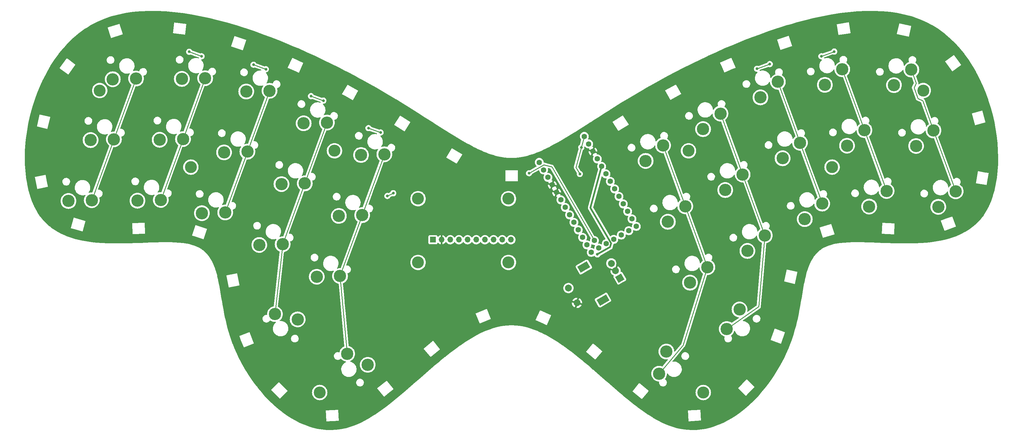
<source format=gtl>
%TF.GenerationSoftware,KiCad,Pcbnew,7.0.1-0*%
%TF.CreationDate,2023-05-23T20:01:29-04:00*%
%TF.ProjectId,fidrildi4,66696472-696c-4646-9934-2e6b69636164,rev?*%
%TF.SameCoordinates,Original*%
%TF.FileFunction,Copper,L1,Top*%
%TF.FilePolarity,Positive*%
%FSLAX46Y46*%
G04 Gerber Fmt 4.6, Leading zero omitted, Abs format (unit mm)*
G04 Created by KiCad (PCBNEW 7.0.1-0) date 2023-05-23 20:01:29*
%MOMM*%
%LPD*%
G01*
G04 APERTURE LIST*
G04 Aperture macros list*
%AMRotRect*
0 Rectangle, with rotation*
0 The origin of the aperture is its center*
0 $1 length*
0 $2 width*
0 $3 Rotation angle, in degrees counterclockwise*
0 Add horizontal line*
21,1,$1,$2,0,0,$3*%
G04 Aperture macros list end*
%TA.AperFunction,ComponentPad*%
%ADD10C,3.500000*%
%TD*%
%TA.AperFunction,ComponentPad*%
%ADD11C,3.600000*%
%TD*%
%TA.AperFunction,ComponentPad*%
%ADD12RotRect,3.200000X2.000000X210.000000*%
%TD*%
%TA.AperFunction,ComponentPad*%
%ADD13RotRect,2.000000X2.000000X210.000000*%
%TD*%
%TA.AperFunction,ComponentPad*%
%ADD14C,2.000000*%
%TD*%
%TA.AperFunction,ComponentPad*%
%ADD15R,1.700000X1.700000*%
%TD*%
%TA.AperFunction,ComponentPad*%
%ADD16O,1.700000X1.700000*%
%TD*%
%TA.AperFunction,ComponentPad*%
%ADD17C,1.600000*%
%TD*%
%TA.AperFunction,ViaPad*%
%ADD18C,0.800000*%
%TD*%
%TA.AperFunction,Conductor*%
%ADD19C,0.250000*%
%TD*%
%TA.AperFunction,Conductor*%
%ADD20C,0.500000*%
%TD*%
G04 APERTURE END LIST*
D10*
X158110000Y-126300000D03*
D11*
X99947859Y-105092454D03*
X93112079Y-105307445D03*
X161826732Y-185848690D03*
X167854186Y-189080392D03*
X260935321Y-142571185D03*
X255837004Y-147129832D03*
D10*
X266220000Y-197210000D03*
X330710000Y-108620000D03*
D12*
X236810481Y-170089743D03*
X231210481Y-160390258D03*
D13*
X241755672Y-163655064D03*
D14*
X239255672Y-159324937D03*
X240505672Y-161490000D03*
X226698304Y-166574937D03*
X229198304Y-170905064D03*
D11*
X126077859Y-144392454D03*
X119242079Y-144607445D03*
X288082599Y-106066261D03*
X282984282Y-110624908D03*
D10*
X303990000Y-131090000D03*
D11*
X340212599Y-138186261D03*
X335114282Y-142744908D03*
X166227859Y-145182454D03*
X159392079Y-145397445D03*
D10*
X89290000Y-108620000D03*
D11*
X93447859Y-122942454D03*
X86612079Y-123157445D03*
X139077859Y-108692454D03*
X132242079Y-108907445D03*
X142907859Y-153712454D03*
X136072079Y-153927445D03*
X107191498Y-140719916D03*
X100355718Y-140934907D03*
X132575137Y-126547378D03*
X125739357Y-126762369D03*
X301072599Y-141786261D03*
X295974282Y-146344908D03*
D10*
X182610000Y-140350000D03*
X182610000Y-159050000D03*
X209110000Y-140350000D03*
X209110000Y-159050000D03*
D15*
X186960000Y-152380000D03*
D16*
X189500000Y-152380000D03*
X192040000Y-152380000D03*
X194580000Y-152380000D03*
X197120000Y-152380000D03*
X199660000Y-152380000D03*
X202200000Y-152380000D03*
X204740000Y-152380000D03*
X207280000Y-152380000D03*
X209820000Y-152380000D03*
D11*
X140655915Y-174204028D03*
X147314414Y-175765592D03*
X327212599Y-102476261D03*
X322114282Y-107034908D03*
X333702599Y-120336261D03*
X328604282Y-124894908D03*
X267425321Y-160431185D03*
X262327004Y-164989832D03*
X149407859Y-135857378D03*
X142572079Y-136072369D03*
X86957859Y-140802454D03*
X80122079Y-141017445D03*
X273102147Y-178574680D03*
X276846878Y-172851823D03*
X277755321Y-133251185D03*
X272657004Y-137809832D03*
X319948960Y-138103723D03*
X314850643Y-142662370D03*
X284252599Y-151116261D03*
X279154282Y-155674908D03*
X271258960Y-115393723D03*
X266160643Y-119952370D03*
X253275226Y-191685949D03*
X255411175Y-185188886D03*
D17*
X218140886Y-129691773D03*
X219410886Y-131891477D03*
X220680886Y-134091182D03*
X221950886Y-136290886D03*
X223220886Y-138490591D03*
X224490886Y-140690295D03*
X225760886Y-142890000D03*
X227030886Y-145089705D03*
X228300886Y-147289409D03*
X229570886Y-149489114D03*
X230840886Y-151688818D03*
X232110886Y-153888523D03*
X233380886Y-156088227D03*
X235580591Y-154818227D03*
X237780295Y-153548227D03*
X239980000Y-152278227D03*
X242179705Y-151008227D03*
X244379409Y-149738227D03*
X246579114Y-148468227D03*
X245309114Y-146268523D03*
X244039114Y-144068818D03*
X242769114Y-141869114D03*
X241499114Y-139669409D03*
X240229114Y-137469705D03*
X238959114Y-135270000D03*
X237689114Y-133070295D03*
X236419114Y-130870591D03*
X235149114Y-128670886D03*
X233879114Y-126471182D03*
X232609114Y-124271477D03*
X231339114Y-122071773D03*
X234310591Y-152618523D03*
D11*
X294572599Y-123936261D03*
X289474282Y-128494908D03*
X313462599Y-120246261D03*
X308364282Y-124804908D03*
X172727859Y-127322454D03*
X165892079Y-127537445D03*
X155907859Y-118012454D03*
X149072079Y-118227445D03*
X306962599Y-102396261D03*
X301864282Y-106954908D03*
D10*
X261890000Y-126300000D03*
X116010000Y-131090000D03*
D11*
X120201498Y-104999916D03*
X113365718Y-105214907D03*
D10*
X153780000Y-197210000D03*
D11*
X113695137Y-122857378D03*
X106859357Y-123072369D03*
X159747859Y-163032454D03*
X152912079Y-163247445D03*
X254420000Y-124720000D03*
X249321683Y-129278647D03*
D18*
X329510000Y-104520000D03*
X115530000Y-97250000D03*
X285720000Y-100870000D03*
X230470871Y-125310000D03*
X173610000Y-139550000D03*
X300840000Y-98570000D03*
X281969058Y-102240942D03*
X175341818Y-138741818D03*
X154850000Y-111580000D03*
X171630000Y-120930000D03*
X151220000Y-110260000D03*
X230026776Y-133096776D03*
X304610000Y-97190000D03*
X134380000Y-101050000D03*
X119150000Y-98570000D03*
X168070000Y-119640000D03*
X138000000Y-102370000D03*
X103900000Y-142260000D03*
X139700000Y-155260000D03*
X325340000Y-105610000D03*
X122870000Y-145830000D03*
X135780000Y-109990000D03*
X265620000Y-110910000D03*
X90150000Y-124230000D03*
X230230000Y-135350000D03*
X293130000Y-127120000D03*
X156480000Y-164250000D03*
X276390000Y-136550000D03*
X152520000Y-119250000D03*
X282510000Y-154490000D03*
X286800000Y-109470000D03*
X235280000Y-143730000D03*
X169580000Y-128890000D03*
X269960000Y-118870000D03*
X129510000Y-128130000D03*
X96580000Y-106320000D03*
X268130000Y-163680000D03*
X253250000Y-128270000D03*
X332490000Y-123740000D03*
X259510000Y-145920000D03*
X110590000Y-124400000D03*
X273360000Y-175270000D03*
X252770000Y-188360000D03*
X299730000Y-145120000D03*
X338750000Y-141470000D03*
X240090000Y-149830000D03*
X318470000Y-141350000D03*
X311850000Y-123540000D03*
X117010000Y-106380000D03*
X146230000Y-137390000D03*
X83750000Y-142150000D03*
X162950000Y-146540000D03*
X166280000Y-185060000D03*
X173270000Y-123680000D03*
X305580000Y-105770000D03*
X144090000Y-173790000D03*
X215150957Y-132880957D03*
X235170000Y-156690000D03*
D19*
X154850000Y-111580000D02*
X151220000Y-110260000D01*
X228905033Y-131150000D02*
X230026776Y-133096776D01*
X300840000Y-98570000D02*
X304610000Y-97190000D01*
X171630000Y-120930000D02*
X168070000Y-119640000D01*
X119150000Y-98570000D02*
X115530000Y-97250000D01*
X231339114Y-122071773D02*
X228905033Y-131150000D01*
X281969058Y-102240942D02*
X285720000Y-100870000D01*
X138000000Y-102370000D02*
X134380000Y-101050000D01*
X173610000Y-139550000D02*
X175341818Y-138741818D01*
X221818813Y-130991187D02*
X219500000Y-130370000D01*
X219500000Y-130370000D02*
X215150957Y-132880957D01*
X234310591Y-152618523D02*
X221818813Y-130991187D01*
D20*
X238910000Y-154530000D02*
X235170000Y-156690000D01*
X239200000Y-153470000D02*
X238910000Y-154530000D01*
X239200000Y-153470000D02*
X233155587Y-143040000D01*
X236419114Y-130870591D02*
X233155587Y-143040000D01*
D19*
X99947859Y-105092454D02*
X93447859Y-122942454D01*
X93447859Y-122942454D02*
X86957859Y-140802454D01*
X113695137Y-122857378D02*
X107191498Y-140719916D01*
X120201498Y-104999916D02*
X113695137Y-122857378D01*
X132575137Y-126547378D02*
X126077859Y-144392454D01*
X139077859Y-108692454D02*
X132575137Y-126547378D01*
X142907859Y-153712454D02*
X140655915Y-174204028D01*
X155907859Y-118012454D02*
X149407859Y-135857378D01*
X149407859Y-135857378D02*
X142907859Y-153712454D01*
X166227859Y-145182454D02*
X159747859Y-163032454D01*
X159747859Y-163032454D02*
X161826732Y-185848690D01*
X172727859Y-127322454D02*
X166227859Y-145182454D01*
X254420000Y-124720000D02*
X260935321Y-142571185D01*
X260935321Y-142571185D02*
X267425321Y-160431185D01*
X267425321Y-160431185D02*
X260303356Y-183323356D01*
X253275226Y-191685949D02*
X260303356Y-183323356D01*
X273102147Y-178574680D02*
X282470296Y-172010296D01*
X271258960Y-115393723D02*
X277755321Y-133251185D01*
X284252599Y-151116261D02*
X282470296Y-172010296D01*
X284252599Y-151116261D02*
X277755321Y-133251185D01*
X294572599Y-123936261D02*
X301072599Y-141786261D01*
X288082599Y-106066261D02*
X294572599Y-123936261D01*
X313462599Y-120246261D02*
X306962599Y-102396261D01*
X319948960Y-138103723D02*
X313462599Y-120246261D01*
X330535268Y-111620000D02*
X333702599Y-120336261D01*
X328649316Y-106430000D02*
X327997264Y-107827264D01*
X327212599Y-102476261D02*
X328649316Y-106430000D01*
X330535268Y-111620000D02*
X329145679Y-110974321D01*
X333702599Y-120336261D02*
X340212599Y-138186261D01*
X329145679Y-110974321D02*
X327997264Y-107827264D01*
%TA.AperFunction,Conductor*%
G36*
X236564818Y-133765839D02*
G01*
X236618934Y-133809274D01*
X236689066Y-133909434D01*
X236849973Y-134070341D01*
X237036378Y-134200862D01*
X237036379Y-134200862D01*
X237036380Y-134200863D01*
X237242618Y-134297034D01*
X237462422Y-134355930D01*
X237609721Y-134368817D01*
X237689113Y-134375763D01*
X237689113Y-134375762D01*
X237689114Y-134375763D01*
X237704178Y-134374445D01*
X237752874Y-134370185D01*
X237820938Y-134383723D01*
X237871069Y-134431712D01*
X237887564Y-134499121D01*
X237865258Y-134564835D01*
X237828546Y-134617265D01*
X237732375Y-134823502D01*
X237673478Y-135043310D01*
X237653645Y-135270000D01*
X237673478Y-135496689D01*
X237732375Y-135716497D01*
X237828546Y-135922735D01*
X237959067Y-136109140D01*
X238119973Y-136270046D01*
X238306378Y-136400567D01*
X238306379Y-136400567D01*
X238306380Y-136400568D01*
X238512618Y-136496739D01*
X238732422Y-136555635D01*
X238883549Y-136568856D01*
X238959113Y-136575468D01*
X238959113Y-136575467D01*
X238959114Y-136575468D01*
X238974178Y-136574150D01*
X239022874Y-136569890D01*
X239090938Y-136583428D01*
X239141069Y-136631417D01*
X239157564Y-136698826D01*
X239135258Y-136764540D01*
X239098546Y-136816970D01*
X239002375Y-137023207D01*
X238943478Y-137243015D01*
X238923645Y-137469704D01*
X238943478Y-137696394D01*
X239002375Y-137916202D01*
X239098546Y-138122440D01*
X239229067Y-138308845D01*
X239389973Y-138469751D01*
X239576378Y-138600272D01*
X239576379Y-138600272D01*
X239576380Y-138600273D01*
X239782618Y-138696444D01*
X240002422Y-138755340D01*
X240153550Y-138768562D01*
X240229113Y-138775173D01*
X240229113Y-138775172D01*
X240229114Y-138775173D01*
X240248839Y-138773447D01*
X240292873Y-138769595D01*
X240360937Y-138783133D01*
X240411068Y-138831122D01*
X240427563Y-138898530D01*
X240405257Y-138964245D01*
X240368546Y-139016674D01*
X240272375Y-139222911D01*
X240213478Y-139442719D01*
X240193645Y-139669408D01*
X240213478Y-139896098D01*
X240272375Y-140115906D01*
X240368546Y-140322144D01*
X240499067Y-140508549D01*
X240659973Y-140669455D01*
X240846378Y-140799976D01*
X240846379Y-140799976D01*
X240846380Y-140799977D01*
X241052618Y-140896148D01*
X241272422Y-140955044D01*
X241423549Y-140968265D01*
X241499113Y-140974877D01*
X241499113Y-140974876D01*
X241499114Y-140974877D01*
X241514178Y-140973559D01*
X241562874Y-140969299D01*
X241630938Y-140982837D01*
X241681069Y-141030826D01*
X241697564Y-141098235D01*
X241675258Y-141163949D01*
X241638546Y-141216379D01*
X241542375Y-141422616D01*
X241483478Y-141642424D01*
X241463645Y-141869114D01*
X241483478Y-142095803D01*
X241542375Y-142315611D01*
X241638546Y-142521849D01*
X241769067Y-142708254D01*
X241929973Y-142869160D01*
X242116378Y-142999681D01*
X242116379Y-142999681D01*
X242116380Y-142999682D01*
X242322618Y-143095853D01*
X242542422Y-143154749D01*
X242663729Y-143165362D01*
X242769113Y-143174582D01*
X242769113Y-143174581D01*
X242769114Y-143174582D01*
X242788839Y-143172856D01*
X242832873Y-143169004D01*
X242900937Y-143182542D01*
X242951068Y-143230531D01*
X242967563Y-143297939D01*
X242945257Y-143363654D01*
X242908546Y-143416083D01*
X242812375Y-143622320D01*
X242753478Y-143842128D01*
X242733645Y-144068818D01*
X242753478Y-144295507D01*
X242812375Y-144515315D01*
X242908546Y-144721553D01*
X243039067Y-144907958D01*
X243199973Y-145068864D01*
X243386378Y-145199385D01*
X243386379Y-145199385D01*
X243386380Y-145199386D01*
X243592618Y-145295557D01*
X243812422Y-145354453D01*
X243963550Y-145367675D01*
X244039113Y-145374286D01*
X244039113Y-145374285D01*
X244039114Y-145374286D01*
X244054178Y-145372968D01*
X244102874Y-145368708D01*
X244170938Y-145382246D01*
X244221069Y-145430235D01*
X244237564Y-145497644D01*
X244215258Y-145563358D01*
X244178546Y-145615788D01*
X244082375Y-145822025D01*
X244023478Y-146041833D01*
X244003645Y-146268523D01*
X244023478Y-146495212D01*
X244082375Y-146715020D01*
X244178546Y-146921258D01*
X244309067Y-147107663D01*
X244469973Y-147268569D01*
X244656378Y-147399090D01*
X244656379Y-147399090D01*
X244656380Y-147399091D01*
X244862618Y-147495262D01*
X245082422Y-147554158D01*
X245199729Y-147564421D01*
X245309113Y-147573991D01*
X245309113Y-147573990D01*
X245309114Y-147573991D01*
X245328839Y-147572265D01*
X245372873Y-147568413D01*
X245440937Y-147581951D01*
X245491068Y-147629940D01*
X245507563Y-147697348D01*
X245485257Y-147763063D01*
X245448546Y-147815492D01*
X245352375Y-148021729D01*
X245293478Y-148241537D01*
X245273645Y-148468227D01*
X245279223Y-148531989D01*
X245265684Y-148600053D01*
X245217695Y-148650182D01*
X245150286Y-148666677D01*
X245084572Y-148644370D01*
X245032143Y-148607659D01*
X244825906Y-148511488D01*
X244606098Y-148452591D01*
X244379409Y-148432758D01*
X244152719Y-148452591D01*
X243932911Y-148511488D01*
X243726673Y-148607659D01*
X243540268Y-148738180D01*
X243379362Y-148899086D01*
X243248841Y-149085491D01*
X243152670Y-149291729D01*
X243093773Y-149511537D01*
X243073940Y-149738227D01*
X243079518Y-149801988D01*
X243065979Y-149870052D01*
X243017990Y-149920181D01*
X242950581Y-149936676D01*
X242884867Y-149914369D01*
X242832440Y-149877659D01*
X242626202Y-149781488D01*
X242406394Y-149722591D01*
X242179705Y-149702758D01*
X241953015Y-149722591D01*
X241733207Y-149781488D01*
X241526969Y-149877659D01*
X241340564Y-150008180D01*
X241179658Y-150169086D01*
X241049137Y-150355491D01*
X240952966Y-150561729D01*
X240894069Y-150781537D01*
X240874236Y-151008227D01*
X240879814Y-151071989D01*
X240866275Y-151140053D01*
X240818286Y-151190182D01*
X240750877Y-151206677D01*
X240685163Y-151184370D01*
X240632734Y-151147659D01*
X240426497Y-151051488D01*
X240206689Y-150992591D01*
X239980000Y-150972758D01*
X239753310Y-150992591D01*
X239533502Y-151051488D01*
X239327264Y-151147659D01*
X239140862Y-151278177D01*
X239037370Y-151381670D01*
X238989595Y-151411391D01*
X238933603Y-151416940D01*
X238880924Y-151397174D01*
X238842404Y-151356164D01*
X233987023Y-142977909D01*
X233971382Y-142932009D01*
X233974541Y-142883621D01*
X236397592Y-133848275D01*
X236433600Y-133788961D01*
X236495840Y-133758279D01*
X236564818Y-133765839D01*
G37*
%TD.AperFunction*%
%TA.AperFunction,Conductor*%
G36*
X106087095Y-85280976D02*
G01*
X106092207Y-85281107D01*
X108537809Y-85395947D01*
X108542555Y-85396262D01*
X111029453Y-85609242D01*
X111033713Y-85609683D01*
X113409346Y-85898143D01*
X113556919Y-85916062D01*
X113560924Y-85916614D01*
X116115621Y-86311659D01*
X116119272Y-86312281D01*
X118293619Y-86715741D01*
X118700567Y-86791252D01*
X118703942Y-86791927D01*
X121306875Y-87350062D01*
X121309982Y-87350770D01*
X123929733Y-87983327D01*
X123932475Y-87984024D01*
X126564244Y-88686274D01*
X126566807Y-88686989D01*
X129205391Y-89454087D01*
X129207813Y-89454818D01*
X131848616Y-90282083D01*
X131850753Y-90282775D01*
X134488803Y-91165421D01*
X134490789Y-91166105D01*
X137121106Y-92099330D01*
X137122999Y-92100020D01*
X139740813Y-93079098D01*
X139742510Y-93079748D01*
X141905436Y-93928279D01*
X142342901Y-94099900D01*
X142344633Y-94100595D01*
X144922459Y-95156942D01*
X144924088Y-95157623D01*
X146102423Y-95660197D01*
X147473329Y-96244905D01*
X147474788Y-96245527D01*
X147476317Y-96246191D01*
X149994978Y-97360866D01*
X149996358Y-97361487D01*
X152478190Y-98498209D01*
X152479436Y-98498790D01*
X154919248Y-99652639D01*
X154920385Y-99653185D01*
X157313691Y-100819579D01*
X157314696Y-100820076D01*
X158906795Y-101618308D01*
X159656297Y-101994087D01*
X159657497Y-101994697D01*
X161016221Y-102694480D01*
X161941462Y-103171007D01*
X161942480Y-103171531D01*
X161943612Y-103172121D01*
X164167372Y-104347146D01*
X164168308Y-104347647D01*
X165479876Y-105057907D01*
X166325844Y-105516028D01*
X166326925Y-105516620D01*
X168414358Y-106674016D01*
X168415386Y-106674592D01*
X170434085Y-107819090D01*
X170435050Y-107819643D01*
X172387108Y-108949616D01*
X172387897Y-108950078D01*
X174275521Y-110063959D01*
X174276187Y-110064355D01*
X176100542Y-111159952D01*
X176101741Y-111160672D01*
X176102469Y-111161113D01*
X176214484Y-111229450D01*
X177867820Y-112238092D01*
X177868470Y-112238491D01*
X178533296Y-112649714D01*
X179575223Y-113294191D01*
X179576255Y-113294829D01*
X179576782Y-113295157D01*
X181228929Y-114329115D01*
X181229027Y-114329176D01*
X181229377Y-114329396D01*
X182828534Y-115339680D01*
X184376500Y-116324468D01*
X184376703Y-116324598D01*
X185874806Y-117281759D01*
X185874870Y-117281800D01*
X187123900Y-118080900D01*
X187328868Y-118212034D01*
X188735531Y-119110299D01*
X188751583Y-119120549D01*
X188751858Y-119120673D01*
X190102924Y-119978765D01*
X190102926Y-119978765D01*
X190117175Y-119987815D01*
X190117646Y-119988027D01*
X191406205Y-120798802D01*
X191406754Y-120799336D01*
X191428641Y-120812920D01*
X191428642Y-120812921D01*
X192701458Y-121602888D01*
X192704560Y-121604813D01*
X192705863Y-121605846D01*
X192715840Y-121611832D01*
X192717623Y-121612922D01*
X192730124Y-121620711D01*
X192731204Y-121621184D01*
X193855387Y-122306072D01*
X193945799Y-122361154D01*
X193947036Y-122362342D01*
X193968360Y-122374917D01*
X193970224Y-122376038D01*
X193981974Y-122383248D01*
X193983411Y-122383865D01*
X195175065Y-123092643D01*
X195176648Y-123093874D01*
X195186784Y-123099654D01*
X195190212Y-123101682D01*
X195199407Y-123107324D01*
X195201955Y-123108399D01*
X196354437Y-123773526D01*
X196356036Y-123774944D01*
X196375409Y-123785656D01*
X196377647Y-123786924D01*
X196388070Y-123792973D01*
X196389920Y-123793723D01*
X196979374Y-124121519D01*
X197514066Y-124418862D01*
X197514225Y-124418950D01*
X197515880Y-124420349D01*
X197534611Y-124430312D01*
X197536601Y-124431393D01*
X197546778Y-124437047D01*
X197548645Y-124437772D01*
X198643026Y-125019520D01*
X198645374Y-125020768D01*
X198647152Y-125022242D01*
X198667097Y-125032341D01*
X198669047Y-125033350D01*
X198678587Y-125038394D01*
X198680584Y-125039134D01*
X199748838Y-125576945D01*
X199758168Y-125581642D01*
X199760220Y-125583125D01*
X199774923Y-125590109D01*
X199777185Y-125591212D01*
X199785685Y-125595462D01*
X199787923Y-125596245D01*
X200042429Y-125716280D01*
X200818340Y-126082231D01*
X200842213Y-126093490D01*
X200844695Y-126095236D01*
X200860467Y-126102145D01*
X200863255Y-126103408D01*
X200882723Y-126112515D01*
X200885623Y-126113120D01*
X201310382Y-126298368D01*
X201905627Y-126557970D01*
X201905974Y-126558121D01*
X201909457Y-126560495D01*
X201924943Y-126566518D01*
X201930137Y-126568675D01*
X201945721Y-126575565D01*
X201949707Y-126576327D01*
X202956211Y-126975828D01*
X202959447Y-126977781D01*
X202973457Y-126982758D01*
X202977571Y-126984303D01*
X202984198Y-126986925D01*
X202987475Y-126987724D01*
X203988120Y-127342032D01*
X203992176Y-127344288D01*
X204004787Y-127348098D01*
X204011048Y-127350172D01*
X204014921Y-127351570D01*
X204018773Y-127352384D01*
X205008262Y-127656871D01*
X205012791Y-127659085D01*
X205023405Y-127661739D01*
X205030558Y-127663756D01*
X205033980Y-127664832D01*
X205038110Y-127665504D01*
X206012004Y-127916784D01*
X206017223Y-127919245D01*
X206030774Y-127921890D01*
X206039067Y-127923806D01*
X206051227Y-127927058D01*
X206056843Y-127927198D01*
X207010202Y-128122806D01*
X207015498Y-128125015D01*
X207030161Y-128127135D01*
X207037821Y-128128489D01*
X207051766Y-128131407D01*
X207057392Y-128131187D01*
X207135178Y-128142814D01*
X208003310Y-128272584D01*
X208008526Y-128274393D01*
X208022986Y-128275722D01*
X208029813Y-128276541D01*
X208045345Y-128278842D01*
X208050857Y-128278268D01*
X208992699Y-128364207D01*
X208998660Y-128365817D01*
X209009678Y-128366073D01*
X209018986Y-128366640D01*
X209031650Y-128367890D01*
X209037887Y-128366908D01*
X209978086Y-128395892D01*
X209984101Y-128397146D01*
X209995618Y-128396730D01*
X210004534Y-128396728D01*
X210017534Y-128397192D01*
X210023628Y-128395843D01*
X210963627Y-128366843D01*
X210969849Y-128367754D01*
X210981073Y-128366632D01*
X210990569Y-128366049D01*
X211003081Y-128365761D01*
X211009176Y-128364025D01*
X211950592Y-128278105D01*
X211956169Y-128278628D01*
X211970173Y-128276528D01*
X211977344Y-128275665D01*
X211980241Y-128275401D01*
X211984483Y-128274386D01*
X212944638Y-128130841D01*
X212949967Y-128130972D01*
X212962688Y-128128340D01*
X212969647Y-128127106D01*
X212983625Y-128125035D01*
X212988617Y-128123015D01*
X213943324Y-127927111D01*
X213949209Y-127926965D01*
X213960755Y-127923830D01*
X213969748Y-127921743D01*
X213971829Y-127921340D01*
X213976166Y-127919793D01*
X214962531Y-127665278D01*
X214966744Y-127664576D01*
X214969253Y-127663778D01*
X214977135Y-127661554D01*
X214990126Y-127658346D01*
X214994974Y-127655823D01*
X215968225Y-127356317D01*
X215973486Y-127355793D01*
X215988681Y-127350228D01*
X215995815Y-127347858D01*
X216010849Y-127343364D01*
X216015187Y-127340801D01*
X217013004Y-126987481D01*
X217016861Y-126986529D01*
X217021480Y-126984648D01*
X217027850Y-126982254D01*
X217031780Y-126980898D01*
X217035184Y-126979176D01*
X218050478Y-126576176D01*
X218054343Y-126575437D01*
X218070301Y-126568408D01*
X218074957Y-126566469D01*
X218090977Y-126560176D01*
X218094210Y-126557971D01*
X219048012Y-126141984D01*
X219114565Y-126112958D01*
X219118645Y-126112106D01*
X219135862Y-126103785D01*
X219140861Y-126101504D01*
X219146575Y-126099047D01*
X219149334Y-126097403D01*
X220212599Y-125595916D01*
X220215636Y-125594845D01*
X220221871Y-125591639D01*
X220226398Y-125589425D01*
X220244460Y-125581045D01*
X220247219Y-125578853D01*
X221319753Y-125038881D01*
X221322139Y-125037994D01*
X221330612Y-125033462D01*
X221333658Y-125031886D01*
X221344290Y-125026570D01*
X221346440Y-125025043D01*
X221356830Y-125019520D01*
X222451725Y-124437493D01*
X222454086Y-124436571D01*
X222463019Y-124431539D01*
X222466140Y-124429840D01*
X222476299Y-124424493D01*
X222478278Y-124423042D01*
X223610393Y-123793466D01*
X223612543Y-123792593D01*
X223621996Y-123787064D01*
X223625490Y-123785095D01*
X223640536Y-123776935D01*
X223642761Y-123775066D01*
X224798100Y-123108287D01*
X224800168Y-123107419D01*
X224810277Y-123101301D01*
X224813235Y-123099566D01*
X224821555Y-123094838D01*
X224823231Y-123093582D01*
X226016892Y-122383609D01*
X226018572Y-122382886D01*
X226029032Y-122376432D01*
X226032950Y-122374113D01*
X226055357Y-122361395D01*
X226057829Y-122358873D01*
X227269258Y-121620832D01*
X227271068Y-121620035D01*
X227282264Y-121612936D01*
X227284497Y-121611553D01*
X227300643Y-121601786D01*
X227301659Y-121600885D01*
X227877740Y-121243343D01*
X228571608Y-120812698D01*
X228571608Y-120812696D01*
X228589096Y-120801843D01*
X228589655Y-120801339D01*
X229882803Y-119987680D01*
X229884002Y-119987139D01*
X229896363Y-119979166D01*
X229898514Y-119977809D01*
X229922869Y-119962795D01*
X229923990Y-119961609D01*
X231248404Y-119120447D01*
X231248684Y-119120321D01*
X231263244Y-119111023D01*
X231263246Y-119111023D01*
X232656478Y-118221337D01*
X232656580Y-118221292D01*
X233042294Y-117974522D01*
X233256032Y-117837778D01*
X239621553Y-117837778D01*
X239626682Y-117846697D01*
X239645353Y-117882930D01*
X239657938Y-117894718D01*
X241321128Y-120505401D01*
X241327946Y-120516103D01*
X241328059Y-120516393D01*
X241341118Y-120536855D01*
X241341119Y-120536857D01*
X241341458Y-120537095D01*
X241341735Y-120537045D01*
X241342337Y-120536940D01*
X241347422Y-120536068D01*
X241358012Y-120526796D01*
X241362302Y-120524079D01*
X241362689Y-120523706D01*
X242259507Y-119952370D01*
X263855207Y-119952370D01*
X263874930Y-120253296D01*
X263933762Y-120549059D01*
X264030697Y-120834622D01*
X264164076Y-121105087D01*
X264331617Y-121355830D01*
X264346566Y-121372876D01*
X264530454Y-121582559D01*
X264713799Y-121743349D01*
X264757182Y-121781395D01*
X265007925Y-121948936D01*
X265278390Y-122082315D01*
X265403942Y-122124934D01*
X265563952Y-122179250D01*
X265645399Y-122195451D01*
X265859716Y-122238082D01*
X265859718Y-122238082D01*
X265859723Y-122238083D01*
X266160643Y-122257806D01*
X266461563Y-122238083D01*
X266461567Y-122238082D01*
X266461569Y-122238082D01*
X266558346Y-122218831D01*
X266757334Y-122179250D01*
X267042895Y-122082315D01*
X267313361Y-121948936D01*
X267564104Y-121781395D01*
X267790832Y-121582559D01*
X267989668Y-121355831D01*
X268157209Y-121105088D01*
X268290588Y-120834622D01*
X268387523Y-120549061D01*
X268434513Y-120312830D01*
X268446355Y-120253296D01*
X268446355Y-120253294D01*
X268446356Y-120253290D01*
X268466079Y-119952370D01*
X268446356Y-119651450D01*
X268445982Y-119649571D01*
X268394993Y-119393232D01*
X268387523Y-119355679D01*
X268318793Y-119153206D01*
X268290588Y-119070117D01*
X268157209Y-118799652D01*
X267989668Y-118548909D01*
X267982019Y-118540187D01*
X267790832Y-118322181D01*
X267564104Y-118123345D01*
X267499811Y-118080386D01*
X267313360Y-117955803D01*
X267042895Y-117822424D01*
X266757332Y-117725489D01*
X266461569Y-117666657D01*
X266160643Y-117646934D01*
X265859716Y-117666657D01*
X265563953Y-117725489D01*
X265278390Y-117822424D01*
X265007925Y-117955803D01*
X264757182Y-118123344D01*
X264530454Y-118322181D01*
X264331617Y-118548909D01*
X264164076Y-118799652D01*
X264030697Y-119070117D01*
X263933762Y-119355680D01*
X263874930Y-119651443D01*
X263855207Y-119952370D01*
X242259507Y-119952370D01*
X244356999Y-118616120D01*
X244357419Y-118615958D01*
X244373821Y-118605463D01*
X244377773Y-118603177D01*
X244378136Y-118602656D01*
X244378313Y-118602404D01*
X244378240Y-118601996D01*
X244378238Y-118601994D01*
X244365022Y-118581291D01*
X244365033Y-118581283D01*
X244364922Y-118581167D01*
X244348570Y-118555500D01*
X242716500Y-115993663D01*
X260907022Y-115993663D01*
X260917249Y-116208366D01*
X260967925Y-116417256D01*
X261057213Y-116612771D01*
X261145644Y-116736954D01*
X261181895Y-116787861D01*
X261337458Y-116936189D01*
X261411444Y-116983737D01*
X261518278Y-117052396D01*
X261525497Y-117055286D01*
X261717829Y-117132284D01*
X261928889Y-117172962D01*
X262089974Y-117172962D01*
X262089979Y-117172962D01*
X262250332Y-117157650D01*
X262456570Y-117097093D01*
X262647620Y-116998600D01*
X262816578Y-116865730D01*
X262957337Y-116703286D01*
X263064809Y-116517139D01*
X263135111Y-116314016D01*
X263165700Y-116101259D01*
X263155473Y-115886558D01*
X263104798Y-115677672D01*
X263100931Y-115669204D01*
X263015508Y-115482152D01*
X262913527Y-115338941D01*
X262890827Y-115307063D01*
X262735264Y-115158735D01*
X262676015Y-115120658D01*
X262554443Y-115042527D01*
X262386209Y-114975177D01*
X262354893Y-114962640D01*
X262354892Y-114962639D01*
X262354890Y-114962639D01*
X262143833Y-114921962D01*
X261982743Y-114921962D01*
X261882522Y-114931532D01*
X261822387Y-114937274D01*
X261616153Y-114997830D01*
X261425103Y-115096323D01*
X261256143Y-115229195D01*
X261115383Y-115391639D01*
X261007913Y-115577783D01*
X260937610Y-115780907D01*
X260907022Y-115993663D01*
X242716500Y-115993663D01*
X242666359Y-115914958D01*
X242666163Y-115914649D01*
X242658881Y-115903143D01*
X242658770Y-115903065D01*
X242658542Y-115902905D01*
X242658541Y-115902905D01*
X242658132Y-115902978D01*
X242638133Y-115915638D01*
X242637719Y-115916030D01*
X239639949Y-117825821D01*
X239639753Y-117825945D01*
X239621926Y-117837254D01*
X239621553Y-117837778D01*
X233256032Y-117837778D01*
X234124200Y-117282347D01*
X234125119Y-117281759D01*
X235623521Y-116324413D01*
X235623520Y-116324413D01*
X237171759Y-115339459D01*
X237171758Y-115339459D01*
X238681972Y-114385372D01*
X264555723Y-114385372D01*
X264585881Y-114685160D01*
X264655731Y-114978262D01*
X264764021Y-115259432D01*
X264908824Y-115523664D01*
X265031536Y-115690210D01*
X265087554Y-115766238D01*
X265297020Y-115982824D01*
X265533485Y-116169558D01*
X265792730Y-116323109D01*
X266070128Y-116440736D01*
X266070129Y-116440736D01*
X266070131Y-116440737D01*
X266134179Y-116458281D01*
X266360729Y-116520340D01*
X266659347Y-116560500D01*
X266885244Y-116560500D01*
X266885246Y-116560500D01*
X267110635Y-116545412D01*
X267233994Y-116520338D01*
X267405903Y-116485396D01*
X267690537Y-116386560D01*
X267959459Y-116250668D01*
X268207869Y-116080144D01*
X268431333Y-115878032D01*
X268625865Y-115647939D01*
X268734609Y-115477593D01*
X268779566Y-115435558D01*
X268839197Y-115420316D01*
X268898811Y-115435624D01*
X268943721Y-115477710D01*
X268962862Y-115536202D01*
X268964623Y-115563058D01*
X268973247Y-115694649D01*
X269032079Y-115990412D01*
X269129014Y-116275975D01*
X269262393Y-116546440D01*
X269423705Y-116787861D01*
X269429935Y-116797184D01*
X269628771Y-117023912D01*
X269833930Y-117203832D01*
X269855499Y-117222748D01*
X270106242Y-117390289D01*
X270376707Y-117523668D01*
X270509877Y-117568873D01*
X270662269Y-117620603D01*
X270761762Y-117640393D01*
X270958033Y-117679435D01*
X270958035Y-117679435D01*
X270958040Y-117679436D01*
X271258960Y-117699159D01*
X271326437Y-117694736D01*
X271335183Y-117694163D01*
X271387400Y-117702006D01*
X271431620Y-117730865D01*
X271459823Y-117775505D01*
X276377811Y-131294273D01*
X276385121Y-131342987D01*
X276372887Y-131390704D01*
X276343041Y-131429893D01*
X276125132Y-131620996D01*
X275926295Y-131847724D01*
X275779024Y-132068130D01*
X275734420Y-132108573D01*
X275676025Y-132123239D01*
X275617605Y-132108670D01*
X275572935Y-132068302D01*
X275552545Y-132011650D01*
X275550817Y-131994476D01*
X275530479Y-131792300D01*
X275460630Y-131499201D01*
X275416410Y-131384386D01*
X275352339Y-131218029D01*
X275207536Y-130953797D01*
X275177114Y-130912508D01*
X275028807Y-130711224D01*
X274819341Y-130494638D01*
X274815334Y-130491474D01*
X274582875Y-130307903D01*
X274446153Y-130226923D01*
X274323631Y-130154353D01*
X274101603Y-130060205D01*
X274046229Y-130036724D01*
X273755636Y-129957123D01*
X273755635Y-129957122D01*
X273755632Y-129957122D01*
X273457014Y-129916962D01*
X273231117Y-129916962D01*
X273231115Y-129916962D01*
X273005725Y-129932049D01*
X272710459Y-129992065D01*
X272425820Y-130090903D01*
X272156907Y-130226790D01*
X271908488Y-130397320D01*
X271685029Y-130599428D01*
X271490496Y-130829523D01*
X271328366Y-131083494D01*
X271201539Y-131356801D01*
X271112268Y-131644582D01*
X271091985Y-131764827D01*
X271062152Y-131941692D01*
X271052926Y-132217664D01*
X271052084Y-132242834D01*
X271082242Y-132542622D01*
X271152092Y-132835724D01*
X271260382Y-133116894D01*
X271405185Y-133381126D01*
X271490564Y-133497003D01*
X271583915Y-133623700D01*
X271793381Y-133840286D01*
X272029846Y-134027020D01*
X272289091Y-134180571D01*
X272566489Y-134298198D01*
X272566490Y-134298198D01*
X272566492Y-134298199D01*
X272629447Y-134315444D01*
X272857090Y-134377802D01*
X273155708Y-134417962D01*
X273381605Y-134417962D01*
X273381607Y-134417962D01*
X273606996Y-134402874D01*
X273730355Y-134377800D01*
X273902264Y-134342858D01*
X274186898Y-134244022D01*
X274455820Y-134108130D01*
X274704230Y-133937606D01*
X274927694Y-133735494D01*
X275122226Y-133505401D01*
X275230970Y-133335055D01*
X275275927Y-133293020D01*
X275335558Y-133277778D01*
X275395172Y-133293086D01*
X275440082Y-133335172D01*
X275459224Y-133393668D01*
X275469608Y-133552111D01*
X275528440Y-133847874D01*
X275625375Y-134133437D01*
X275758754Y-134403902D01*
X275920066Y-134645323D01*
X275926296Y-134654646D01*
X276125132Y-134881374D01*
X276309782Y-135043308D01*
X276351860Y-135080210D01*
X276602603Y-135247751D01*
X276873068Y-135381130D01*
X276984256Y-135418873D01*
X277158630Y-135478065D01*
X277258123Y-135497855D01*
X277454394Y-135536897D01*
X277454396Y-135536897D01*
X277454401Y-135536898D01*
X277755321Y-135556621D01*
X277831325Y-135551639D01*
X277883545Y-135559484D01*
X277927766Y-135588346D01*
X277955967Y-135632991D01*
X278032983Y-135844754D01*
X282875264Y-149159210D01*
X282882569Y-149207921D01*
X282870335Y-149255633D01*
X282840491Y-149294819D01*
X282811062Y-149320628D01*
X282702832Y-149415544D01*
X282622407Y-149486075D01*
X282423573Y-149712800D01*
X282276302Y-149933206D01*
X282231698Y-149973649D01*
X282173303Y-149988315D01*
X282114883Y-149973746D01*
X282070213Y-149933378D01*
X282049823Y-149876726D01*
X282042785Y-149806768D01*
X282027757Y-149657376D01*
X281957908Y-149364277D01*
X281918679Y-149262422D01*
X281849617Y-149083105D01*
X281704814Y-148818873D01*
X281692631Y-148802338D01*
X281526085Y-148576300D01*
X281316619Y-148359714D01*
X281293521Y-148341474D01*
X281080153Y-148172979D01*
X280889887Y-148060285D01*
X280820909Y-148019429D01*
X280598881Y-147925281D01*
X280543507Y-147901800D01*
X280252914Y-147822199D01*
X280252913Y-147822198D01*
X280252910Y-147822198D01*
X279954292Y-147782038D01*
X279728395Y-147782038D01*
X279728393Y-147782038D01*
X279503003Y-147797125D01*
X279207737Y-147857141D01*
X278923098Y-147955979D01*
X278654185Y-148091866D01*
X278405766Y-148262396D01*
X278182307Y-148464504D01*
X277987774Y-148694599D01*
X277825644Y-148948570D01*
X277698817Y-149221877D01*
X277609546Y-149509658D01*
X277565009Y-149773695D01*
X277559430Y-149806768D01*
X277550512Y-150073526D01*
X277549362Y-150107910D01*
X277579520Y-150407698D01*
X277649370Y-150700800D01*
X277757660Y-150981970D01*
X277902463Y-151246202D01*
X278013700Y-151397174D01*
X278081193Y-151488776D01*
X278290659Y-151705362D01*
X278527124Y-151892096D01*
X278786369Y-152045647D01*
X279063767Y-152163274D01*
X279063768Y-152163274D01*
X279063770Y-152163275D01*
X279108249Y-152175459D01*
X279354368Y-152242878D01*
X279652986Y-152283038D01*
X279878883Y-152283038D01*
X279878885Y-152283038D01*
X280104274Y-152267950D01*
X280202695Y-152247944D01*
X280399542Y-152207934D01*
X280684176Y-152109098D01*
X280953098Y-151973206D01*
X281201508Y-151802682D01*
X281424972Y-151600570D01*
X281619504Y-151370477D01*
X281728248Y-151200131D01*
X281773205Y-151158096D01*
X281832836Y-151142854D01*
X281892450Y-151158162D01*
X281937360Y-151200248D01*
X281956501Y-151258742D01*
X281959602Y-151306050D01*
X281966886Y-151417187D01*
X282025718Y-151712950D01*
X282122653Y-151998513D01*
X282256032Y-152268978D01*
X282417344Y-152510399D01*
X282423574Y-152519722D01*
X282622410Y-152746450D01*
X282792368Y-152895500D01*
X282849138Y-152945286D01*
X283099881Y-153112827D01*
X283364300Y-153243224D01*
X283403217Y-153273289D01*
X283427387Y-153316119D01*
X283433007Y-153364975D01*
X281876835Y-171608065D01*
X281860749Y-171659391D01*
X281824442Y-171699077D01*
X279285675Y-173478024D01*
X279231272Y-173499336D01*
X279173149Y-173493369D01*
X279124210Y-173461448D01*
X279095323Y-173410660D01*
X279092900Y-173352281D01*
X279132590Y-173152748D01*
X279132589Y-173152748D01*
X279132591Y-173152743D01*
X279152314Y-172851823D01*
X279132591Y-172550903D01*
X279132554Y-172550719D01*
X279080966Y-172291371D01*
X279073758Y-172255132D01*
X279010199Y-172067893D01*
X278976823Y-171969570D01*
X278843444Y-171699105D01*
X278675903Y-171448362D01*
X278628040Y-171393785D01*
X278477067Y-171221634D01*
X278250339Y-171022798D01*
X278074137Y-170905064D01*
X277999595Y-170855256D01*
X277729130Y-170721877D01*
X277443567Y-170624942D01*
X277147804Y-170566110D01*
X276846878Y-170546387D01*
X276545951Y-170566110D01*
X276250188Y-170624942D01*
X275964625Y-170721877D01*
X275694160Y-170855256D01*
X275443417Y-171022797D01*
X275216689Y-171221634D01*
X275017852Y-171448362D01*
X274850311Y-171699105D01*
X274716932Y-171969570D01*
X274619997Y-172255133D01*
X274561165Y-172550896D01*
X274541442Y-172851822D01*
X274561165Y-173152749D01*
X274619997Y-173448512D01*
X274716932Y-173734075D01*
X274850311Y-174004540D01*
X274937635Y-174135230D01*
X275017853Y-174255284D01*
X275216689Y-174482012D01*
X275357037Y-174605094D01*
X275443417Y-174680848D01*
X275694160Y-174848389D01*
X275964625Y-174981768D01*
X276107406Y-175030235D01*
X276250187Y-175078703D01*
X276390489Y-175106611D01*
X276550587Y-175138457D01*
X276602731Y-175162355D01*
X276638541Y-175207164D01*
X276650354Y-175263295D01*
X276635642Y-175318736D01*
X276597554Y-175361625D01*
X274634875Y-176736899D01*
X274589702Y-176756595D01*
X274540425Y-176757141D01*
X274494826Y-176738450D01*
X274254864Y-176578113D01*
X273984399Y-176444734D01*
X273698836Y-176347799D01*
X273403073Y-176288967D01*
X273102147Y-176269244D01*
X272801220Y-176288967D01*
X272505457Y-176347799D01*
X272219894Y-176444734D01*
X271949429Y-176578113D01*
X271698686Y-176745654D01*
X271471958Y-176944491D01*
X271273121Y-177171219D01*
X271105580Y-177421962D01*
X270972201Y-177692427D01*
X270875266Y-177977990D01*
X270816434Y-178273753D01*
X270796711Y-178574680D01*
X270816434Y-178875606D01*
X270875266Y-179171369D01*
X270972201Y-179456932D01*
X271105580Y-179727397D01*
X271238441Y-179926238D01*
X271273122Y-179978141D01*
X271471958Y-180204869D01*
X271670325Y-180378833D01*
X271698686Y-180403705D01*
X271949429Y-180571246D01*
X272219896Y-180704626D01*
X272408589Y-180768678D01*
X272462121Y-180804523D01*
X272490443Y-180862388D01*
X272485911Y-180926653D01*
X272419958Y-181117211D01*
X272419958Y-181117213D01*
X272419958Y-181117214D01*
X272389369Y-181329971D01*
X272399595Y-181544671D01*
X272399596Y-181544672D01*
X272450272Y-181753562D01*
X272539560Y-181949077D01*
X272643976Y-182095708D01*
X272664242Y-182124167D01*
X272819805Y-182272495D01*
X272893791Y-182320043D01*
X273000625Y-182388702D01*
X273020938Y-182396834D01*
X273200176Y-182468590D01*
X273411236Y-182509268D01*
X273572321Y-182509268D01*
X273572326Y-182509268D01*
X273732679Y-182493956D01*
X273938917Y-182433399D01*
X274129967Y-182334906D01*
X274298925Y-182202036D01*
X274439684Y-182039592D01*
X274547156Y-181853445D01*
X274554412Y-181832481D01*
X285930410Y-181832481D01*
X285930431Y-181832896D01*
X285930432Y-181832897D01*
X285930740Y-181833174D01*
X285930741Y-181833175D01*
X285951626Y-181840527D01*
X285951830Y-181840598D01*
X288923835Y-182893040D01*
X288923983Y-182893127D01*
X288923989Y-182893111D01*
X288947192Y-182901355D01*
X288947193Y-182901356D01*
X288947607Y-182901335D01*
X288947607Y-182901334D01*
X288947607Y-182901333D01*
X288952152Y-182896553D01*
X288954686Y-182881772D01*
X288956138Y-182877661D01*
X288956145Y-182877663D01*
X288956166Y-182877512D01*
X290141274Y-179530871D01*
X290141361Y-179530727D01*
X290141344Y-179530721D01*
X290149587Y-179507518D01*
X290149589Y-179507517D01*
X290149568Y-179507103D01*
X290149537Y-179507075D01*
X290149424Y-179506973D01*
X290149424Y-179506972D01*
X290149261Y-179506826D01*
X290126859Y-179498821D01*
X290126298Y-179498738D01*
X287152864Y-178445790D01*
X287152639Y-178445710D01*
X287132807Y-178438644D01*
X287132392Y-178438664D01*
X287127751Y-178443535D01*
X287125176Y-178458414D01*
X287124086Y-178461467D01*
X287124009Y-178461985D01*
X285938579Y-181809539D01*
X285938319Y-181809978D01*
X285930410Y-181832481D01*
X274554412Y-181832481D01*
X274617458Y-181650322D01*
X274648047Y-181437565D01*
X274637820Y-181222864D01*
X274587145Y-181013978D01*
X274587143Y-181013973D01*
X274497855Y-180818458D01*
X274374329Y-180644991D01*
X274351787Y-180583626D01*
X274363586Y-180519325D01*
X274406442Y-180469965D01*
X274505608Y-180403705D01*
X274732336Y-180204869D01*
X274931172Y-179978141D01*
X275098713Y-179727398D01*
X275232092Y-179456932D01*
X275317084Y-179206551D01*
X275349600Y-179156036D01*
X275402043Y-179126733D01*
X275462106Y-179125520D01*
X275515690Y-179152681D01*
X275550218Y-179201842D01*
X275634021Y-179419431D01*
X275778824Y-179683664D01*
X275874821Y-179813952D01*
X275957554Y-179926238D01*
X276167020Y-180142824D01*
X276403485Y-180329558D01*
X276662730Y-180483109D01*
X276940128Y-180600736D01*
X276940129Y-180600736D01*
X276940131Y-180600737D01*
X276985687Y-180613216D01*
X277230729Y-180680340D01*
X277529347Y-180720500D01*
X277755244Y-180720500D01*
X277755246Y-180720500D01*
X277980635Y-180705412D01*
X278103994Y-180680338D01*
X278275903Y-180645396D01*
X278560537Y-180546560D01*
X278829459Y-180410668D01*
X279077869Y-180240144D01*
X279301333Y-180038032D01*
X279495865Y-179807939D01*
X279657993Y-179553970D01*
X279784823Y-179280658D01*
X279874093Y-178992879D01*
X279924209Y-178695770D01*
X279934277Y-178394631D01*
X279904118Y-178094838D01*
X279834269Y-177801739D01*
X279779425Y-177659339D01*
X279725978Y-177520567D01*
X279581175Y-177256335D01*
X279402445Y-177013761D01*
X279396664Y-177007784D01*
X279192980Y-176797176D01*
X279141591Y-176756595D01*
X278956514Y-176610441D01*
X278787013Y-176510046D01*
X278697270Y-176456891D01*
X278502964Y-176374498D01*
X278419868Y-176339262D01*
X278129275Y-176259661D01*
X278129274Y-176259660D01*
X278129271Y-176259660D01*
X277912491Y-176230506D01*
X277857679Y-176209034D01*
X277818945Y-176164701D01*
X277805022Y-176107500D01*
X277819049Y-176050325D01*
X277857862Y-176006063D01*
X278576601Y-175502433D01*
X280711953Y-175502433D01*
X280722180Y-175717136D01*
X280772856Y-175926026D01*
X280862144Y-176121541D01*
X280927153Y-176212832D01*
X280986826Y-176296631D01*
X281142389Y-176444959D01*
X281212070Y-176489740D01*
X281323209Y-176561166D01*
X281363254Y-176577197D01*
X281522760Y-176641054D01*
X281733820Y-176681732D01*
X281894905Y-176681732D01*
X281894910Y-176681732D01*
X282055263Y-176666420D01*
X282261501Y-176605863D01*
X282452551Y-176507370D01*
X282621509Y-176374500D01*
X282762268Y-176212056D01*
X282869740Y-176025909D01*
X282940042Y-175822786D01*
X282970631Y-175610029D01*
X282960404Y-175395328D01*
X282909729Y-175186442D01*
X282901719Y-175168902D01*
X282820439Y-174990922D01*
X282695759Y-174815835D01*
X282695758Y-174815833D01*
X282540195Y-174667505D01*
X282455188Y-174612874D01*
X282359374Y-174551297D01*
X282199866Y-174487440D01*
X282159824Y-174471410D01*
X282159823Y-174471409D01*
X282159821Y-174471409D01*
X281948764Y-174430732D01*
X281787674Y-174430732D01*
X281687453Y-174440302D01*
X281627318Y-174446044D01*
X281421084Y-174506600D01*
X281230034Y-174605093D01*
X281061074Y-174737965D01*
X280920314Y-174900409D01*
X280812844Y-175086553D01*
X280742541Y-175289677D01*
X280711953Y-175502433D01*
X278576601Y-175502433D01*
X282789057Y-172550711D01*
X282802891Y-172542310D01*
X282829430Y-172528481D01*
X282854554Y-172505918D01*
X282857448Y-172503620D01*
X282861464Y-172499975D01*
X282861468Y-172499973D01*
X282889496Y-172474541D01*
X282947015Y-172422889D01*
X282947016Y-172422886D01*
X282948232Y-172421795D01*
X282949130Y-172420430D01*
X282949134Y-172420428D01*
X282991733Y-172355774D01*
X283034646Y-172291371D01*
X283034646Y-172291369D01*
X283035553Y-172290009D01*
X283036084Y-172288462D01*
X283036086Y-172288461D01*
X283061238Y-172215331D01*
X283086817Y-172142192D01*
X283086817Y-172142187D01*
X283087355Y-172140650D01*
X283087485Y-172139020D01*
X283087487Y-172139016D01*
X283093652Y-172062061D01*
X283726565Y-164642382D01*
X289931668Y-164642382D01*
X289931738Y-164642788D01*
X289931739Y-164642789D01*
X289932078Y-164643028D01*
X289932080Y-164643027D01*
X289940069Y-164644794D01*
X289940458Y-164644881D01*
X293008940Y-165339209D01*
X293029119Y-165343775D01*
X293029892Y-165344118D01*
X293048252Y-165348173D01*
X293052648Y-165349353D01*
X293053278Y-165349241D01*
X293053279Y-165349242D01*
X293053581Y-165349190D01*
X293053820Y-165348851D01*
X293053819Y-165348848D01*
X293055959Y-165339209D01*
X293055993Y-165339054D01*
X293843914Y-161856952D01*
X293848329Y-161837621D01*
X293848331Y-161837619D01*
X293848261Y-161837211D01*
X293848261Y-161837210D01*
X293848259Y-161837209D01*
X293847947Y-161836990D01*
X293847922Y-161836972D01*
X293847919Y-161836970D01*
X293824039Y-161831589D01*
X293824041Y-161831578D01*
X293823880Y-161831573D01*
X290750737Y-161136191D01*
X290750354Y-161136021D01*
X290726828Y-161130739D01*
X290726767Y-161130750D01*
X290726722Y-161130758D01*
X290726480Y-161130799D01*
X290726418Y-161130810D01*
X290726180Y-161131149D01*
X290720763Y-161155128D01*
X290720759Y-161155285D01*
X289937044Y-164618805D01*
X289936706Y-164619573D01*
X289931668Y-164642382D01*
X283726565Y-164642382D01*
X284679746Y-153468177D01*
X284695374Y-153417656D01*
X284730632Y-153378240D01*
X284779102Y-153357102D01*
X284849290Y-153343141D01*
X285134851Y-153246206D01*
X285405317Y-153112827D01*
X285656060Y-152945286D01*
X285882788Y-152746450D01*
X286081624Y-152519722D01*
X286249165Y-152268979D01*
X286382544Y-151998513D01*
X286479479Y-151712952D01*
X286529010Y-151463947D01*
X286538311Y-151417187D01*
X286538311Y-151417185D01*
X286538312Y-151417181D01*
X286558035Y-151116261D01*
X286538312Y-150815341D01*
X286537205Y-150809777D01*
X286479479Y-150519571D01*
X286469156Y-150489161D01*
X286391363Y-150259989D01*
X286382544Y-150234008D01*
X286249165Y-149963543D01*
X286081624Y-149712800D01*
X285988314Y-149606401D01*
X285882788Y-149486072D01*
X285656060Y-149287236D01*
X285618926Y-149262424D01*
X285488407Y-149175214D01*
X285443898Y-149122277D01*
X285434668Y-149053734D01*
X285463586Y-148990908D01*
X285498254Y-148950900D01*
X285584296Y-148801870D01*
X300325630Y-148801870D01*
X300333133Y-148825642D01*
X300333216Y-148825794D01*
X301280657Y-151830691D01*
X301280719Y-151831242D01*
X301287986Y-151854069D01*
X301287986Y-151854070D01*
X301288055Y-151854152D01*
X301288252Y-151854388D01*
X301288253Y-151854388D01*
X301288265Y-151854394D01*
X301289518Y-151854510D01*
X301298453Y-151855403D01*
X301314388Y-151846269D01*
X304706509Y-150776736D01*
X304722041Y-150771881D01*
X304722046Y-150771882D01*
X304722363Y-150771616D01*
X304722390Y-150771310D01*
X304722389Y-150771309D01*
X304722409Y-150771099D01*
X304721838Y-150769409D01*
X304715149Y-150747992D01*
X304714886Y-150747513D01*
X304710866Y-150734764D01*
X304689243Y-150666185D01*
X318564715Y-150666185D01*
X318564860Y-150666575D01*
X318565175Y-150666718D01*
X318565238Y-150666747D01*
X318565240Y-150666746D01*
X318573269Y-150666986D01*
X318573819Y-150667004D01*
X322138359Y-150791481D01*
X322138618Y-150791542D01*
X322163045Y-150792385D01*
X322163433Y-150792240D01*
X322163434Y-150792237D01*
X322163439Y-150792233D01*
X322163605Y-150791865D01*
X322164037Y-150778276D01*
X322164038Y-150778221D01*
X322274371Y-147618742D01*
X322274424Y-147618550D01*
X322274383Y-147618549D01*
X322275284Y-147593812D01*
X322275139Y-147593425D01*
X322274859Y-147593298D01*
X322274762Y-147593254D01*
X322250941Y-147592364D01*
X322250437Y-147592445D01*
X318701285Y-147468505D01*
X318700895Y-147468414D01*
X318676955Y-147467615D01*
X318676777Y-147467682D01*
X318676776Y-147467681D01*
X318676566Y-147467759D01*
X318676394Y-147468136D01*
X318675552Y-147492866D01*
X318675541Y-147492865D01*
X318675567Y-147493021D01*
X318565599Y-150642040D01*
X318565443Y-150642720D01*
X318564715Y-150666185D01*
X304689243Y-150666185D01*
X303764267Y-147732535D01*
X303760139Y-147719310D01*
X303760140Y-147719308D01*
X303759874Y-147718991D01*
X303759872Y-147718990D01*
X303759873Y-147718990D01*
X303759706Y-147718975D01*
X303759462Y-147718955D01*
X303759461Y-147718955D01*
X303759460Y-147718955D01*
X303736571Y-147726131D01*
X303736211Y-147726327D01*
X300349505Y-148794152D01*
X300349364Y-148794168D01*
X300349365Y-148794169D01*
X300326082Y-148801494D01*
X300325630Y-148801870D01*
X285584296Y-148801870D01*
X285605726Y-148764753D01*
X285676028Y-148561630D01*
X285706617Y-148348873D01*
X285696390Y-148134172D01*
X285645715Y-147925286D01*
X285641146Y-147915281D01*
X285556425Y-147729766D01*
X285459682Y-147593911D01*
X285431744Y-147554677D01*
X285276181Y-147406349D01*
X285243331Y-147385237D01*
X285095360Y-147290141D01*
X284934772Y-147225852D01*
X284895810Y-147210254D01*
X284895809Y-147210253D01*
X284895807Y-147210253D01*
X284684750Y-147169576D01*
X284523660Y-147169576D01*
X284424759Y-147179020D01*
X284363304Y-147184888D01*
X284157070Y-147245444D01*
X283966020Y-147343937D01*
X283797057Y-147476811D01*
X283792570Y-147481990D01*
X283739870Y-147517806D01*
X283676342Y-147522722D01*
X283618760Y-147495441D01*
X283582327Y-147443165D01*
X283576062Y-147425938D01*
X283182906Y-146344907D01*
X293668846Y-146344907D01*
X293688569Y-146645834D01*
X293747401Y-146941597D01*
X293844336Y-147227160D01*
X293977715Y-147497625D01*
X294136928Y-147735905D01*
X294145257Y-147748369D01*
X294344093Y-147975097D01*
X294558330Y-148162979D01*
X294570821Y-148173933D01*
X294821564Y-148341474D01*
X295092029Y-148474853D01*
X295213678Y-148516147D01*
X295377591Y-148571788D01*
X295465624Y-148589299D01*
X295673355Y-148630620D01*
X295673357Y-148630620D01*
X295673362Y-148630621D01*
X295974282Y-148650344D01*
X296275202Y-148630621D01*
X296275206Y-148630620D01*
X296275208Y-148630620D01*
X296428876Y-148600053D01*
X296570973Y-148571788D01*
X296856534Y-148474853D01*
X297127000Y-148341474D01*
X297377743Y-148173933D01*
X297604471Y-147975097D01*
X297803307Y-147748369D01*
X297970848Y-147497626D01*
X298104227Y-147227160D01*
X298201162Y-146941599D01*
X298236824Y-146762314D01*
X335840813Y-146762314D01*
X335849116Y-146785152D01*
X335849245Y-146785365D01*
X336926984Y-149746424D01*
X336927045Y-149746811D01*
X336935279Y-149769331D01*
X336935555Y-149769634D01*
X336935556Y-149769634D01*
X336935557Y-149769635D01*
X336935971Y-149769653D01*
X336935974Y-149769649D01*
X336953399Y-149763265D01*
X340295446Y-148546859D01*
X340295640Y-148546831D01*
X340295629Y-148546799D01*
X340318861Y-148538380D01*
X340318864Y-148538381D01*
X340319170Y-148538101D01*
X340319183Y-148537794D01*
X340319182Y-148537793D01*
X340319187Y-148537687D01*
X340311047Y-148515103D01*
X340310738Y-148514593D01*
X340309608Y-148511488D01*
X339229278Y-145543307D01*
X339224721Y-145530672D01*
X339224722Y-145530671D01*
X339224443Y-145530365D01*
X339224442Y-145530364D01*
X339224137Y-145530352D01*
X339224092Y-145530350D01*
X339224028Y-145530348D01*
X339224026Y-145530348D01*
X339201737Y-145538413D01*
X339201355Y-145538642D01*
X336986160Y-146344908D01*
X335861329Y-146754313D01*
X335841136Y-146761619D01*
X335840832Y-146761892D01*
X335840830Y-146761897D01*
X335840813Y-146762314D01*
X298236824Y-146762314D01*
X298259995Y-146645828D01*
X298279718Y-146344908D01*
X298259995Y-146043988D01*
X298259566Y-146041833D01*
X298210650Y-145795915D01*
X298201162Y-145748217D01*
X298138411Y-145563358D01*
X298104227Y-145462655D01*
X297970848Y-145192190D01*
X297803307Y-144941447D01*
X297773188Y-144907103D01*
X297604471Y-144714719D01*
X297377743Y-144515883D01*
X297376891Y-144515314D01*
X297126999Y-144348341D01*
X296856534Y-144214962D01*
X296570971Y-144118027D01*
X296275208Y-144059195D01*
X295974282Y-144039472D01*
X295673355Y-144059195D01*
X295377592Y-144118027D01*
X295092029Y-144214962D01*
X294821564Y-144348341D01*
X294570821Y-144515882D01*
X294344093Y-144714719D01*
X294145256Y-144941447D01*
X293977715Y-145192190D01*
X293844336Y-145462655D01*
X293747401Y-145748218D01*
X293688569Y-146043981D01*
X293668846Y-146344907D01*
X283182906Y-146344907D01*
X281743181Y-142386203D01*
X290720661Y-142386203D01*
X290730888Y-142600904D01*
X290779359Y-142800707D01*
X290781564Y-142809794D01*
X290870852Y-143005309D01*
X290972028Y-143147390D01*
X290995534Y-143180399D01*
X291151097Y-143328727D01*
X291225083Y-143376275D01*
X291331917Y-143444934D01*
X291353157Y-143453437D01*
X291531468Y-143524822D01*
X291742528Y-143565500D01*
X291903613Y-143565500D01*
X291903618Y-143565500D01*
X292063971Y-143550188D01*
X292270209Y-143489631D01*
X292461259Y-143391138D01*
X292630217Y-143258268D01*
X292770976Y-143095824D01*
X292878448Y-142909677D01*
X292948750Y-142706554D01*
X292979339Y-142493797D01*
X292969112Y-142279096D01*
X292918437Y-142070210D01*
X292918435Y-142070205D01*
X292829147Y-141874690D01*
X292741602Y-141751752D01*
X292704466Y-141699601D01*
X292548903Y-141551273D01*
X292513592Y-141528580D01*
X292368082Y-141435065D01*
X292207551Y-141370799D01*
X292168532Y-141355178D01*
X292168531Y-141355177D01*
X292168529Y-141355177D01*
X291957472Y-141314500D01*
X291796382Y-141314500D01*
X291696161Y-141324069D01*
X291636026Y-141329812D01*
X291429792Y-141390368D01*
X291238742Y-141488861D01*
X291069782Y-141621733D01*
X290929022Y-141784177D01*
X290821552Y-141970321D01*
X290751249Y-142173445D01*
X290721128Y-142382952D01*
X290720661Y-142386203D01*
X281743181Y-142386203D01*
X279132653Y-135208232D01*
X279125349Y-135159524D01*
X279137583Y-135111811D01*
X279167424Y-135072630D01*
X279385510Y-134881374D01*
X279584346Y-134654646D01*
X279751887Y-134403903D01*
X279885266Y-134133437D01*
X279982201Y-133847876D01*
X280041034Y-133552105D01*
X280060757Y-133251185D01*
X280041034Y-132950265D01*
X280032730Y-132908520D01*
X279989801Y-132692701D01*
X279982201Y-132654494D01*
X279901773Y-132417561D01*
X279885266Y-132368932D01*
X279751887Y-132098467D01*
X279584346Y-131847724D01*
X279511646Y-131764826D01*
X279385510Y-131620996D01*
X279158782Y-131422160D01*
X279155281Y-131419821D01*
X279003983Y-131318727D01*
X278991128Y-131310137D01*
X278946620Y-131257201D01*
X278937390Y-131188658D01*
X278966308Y-131125832D01*
X278968600Y-131123187D01*
X279000976Y-131085824D01*
X279108448Y-130899677D01*
X279178750Y-130696554D01*
X279209339Y-130483797D01*
X279199112Y-130269096D01*
X279148437Y-130060210D01*
X279148435Y-130060205D01*
X279059147Y-129864690D01*
X278944861Y-129704199D01*
X278934466Y-129689601D01*
X278778903Y-129541273D01*
X278730280Y-129510025D01*
X278598082Y-129425065D01*
X278438574Y-129361208D01*
X278398532Y-129345178D01*
X278398531Y-129345177D01*
X278398529Y-129345177D01*
X278187472Y-129304500D01*
X278026382Y-129304500D01*
X277926161Y-129314070D01*
X277866026Y-129319812D01*
X277659792Y-129380368D01*
X277468742Y-129478861D01*
X277299779Y-129611735D01*
X277295039Y-129617206D01*
X277242342Y-129653021D01*
X277178817Y-129657939D01*
X277121235Y-129630662D01*
X277084801Y-129578394D01*
X276690640Y-128494907D01*
X287168846Y-128494907D01*
X287188569Y-128795834D01*
X287247401Y-129091597D01*
X287344336Y-129377160D01*
X287477715Y-129647625D01*
X287595002Y-129823158D01*
X287645257Y-129898369D01*
X287844093Y-130125097D01*
X287960056Y-130226794D01*
X288070821Y-130323933D01*
X288321564Y-130491474D01*
X288592029Y-130624853D01*
X288724699Y-130669888D01*
X288877591Y-130721788D01*
X288959928Y-130738166D01*
X289173355Y-130780620D01*
X289173357Y-130780620D01*
X289173362Y-130780621D01*
X289474282Y-130800344D01*
X289775202Y-130780621D01*
X289775206Y-130780620D01*
X289775208Y-130780620D01*
X289929002Y-130750028D01*
X290070973Y-130721788D01*
X290356534Y-130624853D01*
X290627000Y-130491474D01*
X290877743Y-130323933D01*
X291104471Y-130125097D01*
X291303307Y-129898369D01*
X291470848Y-129647626D01*
X291604227Y-129377160D01*
X291701162Y-129091599D01*
X291748660Y-128852813D01*
X291759994Y-128795834D01*
X291759994Y-128795832D01*
X291759995Y-128795828D01*
X291779718Y-128494908D01*
X291759995Y-128193988D01*
X291756728Y-128177566D01*
X291706927Y-127927198D01*
X291701162Y-127898217D01*
X291633909Y-127700095D01*
X291604227Y-127612655D01*
X291470848Y-127342190D01*
X291303307Y-127091447D01*
X291268508Y-127051767D01*
X291104471Y-126864719D01*
X290877743Y-126665883D01*
X290861744Y-126655193D01*
X290626999Y-126498341D01*
X290356534Y-126364962D01*
X290070971Y-126268027D01*
X289775208Y-126209195D01*
X289474282Y-126189472D01*
X289173355Y-126209195D01*
X288877592Y-126268027D01*
X288592029Y-126364962D01*
X288321564Y-126498341D01*
X288070821Y-126665882D01*
X287844093Y-126864719D01*
X287645256Y-127091447D01*
X287477715Y-127342190D01*
X287344336Y-127612655D01*
X287247401Y-127898218D01*
X287188569Y-128193981D01*
X287168846Y-128494907D01*
X276690640Y-128494907D01*
X275250503Y-124536201D01*
X284220661Y-124536201D01*
X284230888Y-124750904D01*
X284281564Y-124959794D01*
X284370852Y-125155309D01*
X284473352Y-125299249D01*
X284495534Y-125330399D01*
X284651097Y-125478727D01*
X284725083Y-125526275D01*
X284831917Y-125594934D01*
X284835192Y-125596245D01*
X285031468Y-125674822D01*
X285242528Y-125715500D01*
X285403613Y-125715500D01*
X285403618Y-125715500D01*
X285563971Y-125700188D01*
X285770209Y-125639631D01*
X285961259Y-125541138D01*
X286130217Y-125408268D01*
X286270976Y-125245824D01*
X286378448Y-125059677D01*
X286448750Y-124856554D01*
X286479339Y-124643797D01*
X286469112Y-124429096D01*
X286418437Y-124220210D01*
X286418435Y-124220205D01*
X286329147Y-124024690D01*
X286241602Y-123901752D01*
X286204466Y-123849601D01*
X286048903Y-123701273D01*
X285989654Y-123663196D01*
X285868082Y-123585065D01*
X285707551Y-123520799D01*
X285668532Y-123505178D01*
X285668531Y-123505177D01*
X285668529Y-123505177D01*
X285457472Y-123464500D01*
X285296382Y-123464500D01*
X285210488Y-123472702D01*
X285136026Y-123479812D01*
X284929792Y-123540368D01*
X284738742Y-123638861D01*
X284569782Y-123771733D01*
X284429022Y-123934177D01*
X284321552Y-124120321D01*
X284251249Y-124323445D01*
X284220661Y-124536201D01*
X275250503Y-124536201D01*
X272636467Y-117350631D01*
X272629158Y-117301919D01*
X272641392Y-117254202D01*
X272671234Y-117215019D01*
X272889149Y-117023912D01*
X273087985Y-116797184D01*
X273255526Y-116546441D01*
X273388905Y-116275975D01*
X273485840Y-115990414D01*
X273541714Y-115709520D01*
X273544672Y-115694649D01*
X273544672Y-115694647D01*
X273544673Y-115694643D01*
X273564396Y-115393723D01*
X273544673Y-115092803D01*
X273537166Y-115055065D01*
X273485840Y-114797033D01*
X273447864Y-114685160D01*
X273437372Y-114654251D01*
X273388905Y-114511470D01*
X273255526Y-114241005D01*
X273087985Y-113990262D01*
X273039379Y-113934838D01*
X272889149Y-113763534D01*
X272662421Y-113564698D01*
X272494767Y-113452675D01*
X272450259Y-113399739D01*
X272441029Y-113331196D01*
X272469947Y-113268370D01*
X272473927Y-113263777D01*
X272504615Y-113228362D01*
X272612087Y-113042215D01*
X272682389Y-112839092D01*
X272712978Y-112626335D01*
X272702751Y-112411634D01*
X272652076Y-112202748D01*
X272647077Y-112191802D01*
X272562786Y-112007228D01*
X272475241Y-111884290D01*
X272438105Y-111832139D01*
X272282542Y-111683811D01*
X272249692Y-111662699D01*
X272101721Y-111567603D01*
X271933487Y-111500253D01*
X271902171Y-111487716D01*
X271902170Y-111487715D01*
X271902168Y-111487715D01*
X271691111Y-111447038D01*
X271530021Y-111447038D01*
X271429800Y-111456607D01*
X271369665Y-111462350D01*
X271163431Y-111522906D01*
X270972381Y-111621399D01*
X270803421Y-111754271D01*
X270662661Y-111916715D01*
X270555191Y-112102859D01*
X270484888Y-112305983D01*
X270454300Y-112518739D01*
X270454300Y-112518741D01*
X270460022Y-112638873D01*
X270464527Y-112733442D01*
X270515202Y-112942330D01*
X270566707Y-113055108D01*
X270576884Y-113122561D01*
X270549845Y-113185189D01*
X270493772Y-113224039D01*
X270376708Y-113263777D01*
X270106242Y-113397156D01*
X269855499Y-113564697D01*
X269628771Y-113763534D01*
X269429934Y-113990262D01*
X269282663Y-114210668D01*
X269238059Y-114251111D01*
X269179664Y-114265777D01*
X269121244Y-114251208D01*
X269076574Y-114210840D01*
X269056184Y-114154188D01*
X269049146Y-114084230D01*
X269034118Y-113934838D01*
X268964269Y-113641739D01*
X268914255Y-113511880D01*
X268855978Y-113360567D01*
X268711175Y-113096335D01*
X268532445Y-112853761D01*
X268436788Y-112754853D01*
X268322980Y-112637176D01*
X268303096Y-112621474D01*
X268086514Y-112450441D01*
X267863790Y-112318522D01*
X267827270Y-112296891D01*
X267605242Y-112202743D01*
X267549868Y-112179262D01*
X267259275Y-112099661D01*
X267259274Y-112099660D01*
X267259271Y-112099660D01*
X266960653Y-112059500D01*
X266734756Y-112059500D01*
X266734754Y-112059500D01*
X266509364Y-112074587D01*
X266214098Y-112134603D01*
X265929459Y-112233441D01*
X265660546Y-112369328D01*
X265412127Y-112539858D01*
X265188668Y-112741966D01*
X264994135Y-112972061D01*
X264832005Y-113226032D01*
X264705178Y-113499339D01*
X264623224Y-113763534D01*
X264615907Y-113787121D01*
X264565791Y-114084230D01*
X264557626Y-114328465D01*
X264555723Y-114385372D01*
X238681972Y-114385372D01*
X238771136Y-114329042D01*
X238771264Y-114328961D01*
X240423761Y-113294792D01*
X242132046Y-112238152D01*
X242132223Y-112238044D01*
X243898056Y-111160780D01*
X243898288Y-111160640D01*
X245724247Y-110064087D01*
X245724596Y-110063880D01*
X247612545Y-108949815D01*
X247613162Y-108949454D01*
X248193749Y-108613377D01*
X255057191Y-108613377D01*
X255057241Y-108613789D01*
X255066872Y-108630905D01*
X255066995Y-108631125D01*
X256608897Y-111384388D01*
X256609103Y-111385019D01*
X256619723Y-111403817D01*
X256620720Y-111405691D01*
X256620854Y-111405797D01*
X256621151Y-111406031D01*
X256621154Y-111406033D01*
X256621459Y-111405997D01*
X256621459Y-111405996D01*
X256621565Y-111405984D01*
X256621565Y-111405983D01*
X256621922Y-111405943D01*
X256627804Y-111405277D01*
X256639251Y-111396034D01*
X256639573Y-111395852D01*
X256639740Y-111395757D01*
X258016192Y-110624907D01*
X280678846Y-110624907D01*
X280698569Y-110925834D01*
X280757401Y-111221597D01*
X280854336Y-111507160D01*
X280987715Y-111777625D01*
X281149508Y-112019766D01*
X281155257Y-112028369D01*
X281354093Y-112255097D01*
X281546884Y-112424171D01*
X281580821Y-112453933D01*
X281831564Y-112621474D01*
X282102029Y-112754853D01*
X282244810Y-112803320D01*
X282387591Y-112851788D01*
X282460542Y-112866299D01*
X282683355Y-112910620D01*
X282683357Y-112910620D01*
X282683362Y-112910621D01*
X282984282Y-112930344D01*
X283285202Y-112910621D01*
X283285206Y-112910620D01*
X283285208Y-112910620D01*
X283381985Y-112891369D01*
X283580973Y-112851788D01*
X283866534Y-112754853D01*
X284137000Y-112621474D01*
X284387743Y-112453933D01*
X284614471Y-112255097D01*
X284813307Y-112028369D01*
X284980848Y-111777626D01*
X285114227Y-111507160D01*
X285211162Y-111221599D01*
X285260108Y-110975532D01*
X285269994Y-110925834D01*
X285269994Y-110925832D01*
X285269995Y-110925828D01*
X285289718Y-110624908D01*
X285269995Y-110323988D01*
X285269727Y-110322643D01*
X285218262Y-110063909D01*
X285211162Y-110028217D01*
X285149026Y-109845171D01*
X285114227Y-109742655D01*
X284980848Y-109472190D01*
X284813307Y-109221447D01*
X284801834Y-109208365D01*
X284614471Y-108994719D01*
X284387743Y-108795883D01*
X284232950Y-108692454D01*
X284136999Y-108628341D01*
X283866534Y-108494962D01*
X283580971Y-108398027D01*
X283285208Y-108339195D01*
X282984282Y-108319472D01*
X282683355Y-108339195D01*
X282387592Y-108398027D01*
X282102029Y-108494962D01*
X281831564Y-108628341D01*
X281580821Y-108795882D01*
X281354093Y-108994719D01*
X281155256Y-109221447D01*
X280987715Y-109472190D01*
X280854336Y-109742655D01*
X280757401Y-110028218D01*
X280698569Y-110323981D01*
X280678846Y-110624907D01*
X258016192Y-110624907D01*
X259740641Y-109659169D01*
X259741073Y-109659030D01*
X259759841Y-109648471D01*
X259762414Y-109647126D01*
X259762808Y-109646623D01*
X259762807Y-109646623D01*
X259762809Y-109646622D01*
X259762759Y-109646210D01*
X259750721Y-109624791D01*
X259750753Y-109624772D01*
X259750621Y-109624621D01*
X258583030Y-107539736D01*
X258211138Y-106875675D01*
X258211041Y-106875377D01*
X258199171Y-106854222D01*
X258198846Y-106853966D01*
X258198844Y-106853965D01*
X258198432Y-106854016D01*
X258177191Y-106865929D01*
X258177085Y-106866018D01*
X255078771Y-108601157D01*
X255078503Y-108601245D01*
X255057447Y-108613053D01*
X255057191Y-108613377D01*
X248193749Y-108613377D01*
X249565456Y-107819354D01*
X249566049Y-107819014D01*
X251585010Y-106674376D01*
X251585772Y-106673949D01*
X251599743Y-106666203D01*
X277730661Y-106666203D01*
X277740888Y-106880904D01*
X277754650Y-106937634D01*
X277791564Y-107089794D01*
X277880852Y-107285309D01*
X277963011Y-107400684D01*
X278005534Y-107460399D01*
X278161097Y-107608727D01*
X278231526Y-107653989D01*
X278341917Y-107724934D01*
X278381962Y-107740965D01*
X278541468Y-107804822D01*
X278752528Y-107845500D01*
X278913613Y-107845500D01*
X278913618Y-107845500D01*
X279073971Y-107830188D01*
X279280209Y-107769631D01*
X279471259Y-107671138D01*
X279640217Y-107538268D01*
X279780976Y-107375824D01*
X279888448Y-107189677D01*
X279958750Y-106986554D01*
X279989339Y-106773797D01*
X279979112Y-106559096D01*
X279928437Y-106350210D01*
X279928435Y-106350205D01*
X279839147Y-106154690D01*
X279714467Y-105979603D01*
X279714466Y-105979601D01*
X279558903Y-105831273D01*
X279499654Y-105793196D01*
X279378082Y-105715065D01*
X279217551Y-105650799D01*
X279178532Y-105635178D01*
X279178531Y-105635177D01*
X279178529Y-105635177D01*
X278967472Y-105594500D01*
X278806382Y-105594500D01*
X278706161Y-105604070D01*
X278646026Y-105609812D01*
X278439792Y-105670368D01*
X278248742Y-105768861D01*
X278079782Y-105901733D01*
X277939022Y-106064177D01*
X277831552Y-106250321D01*
X277761249Y-106453445D01*
X277731128Y-106662952D01*
X277730661Y-106666203D01*
X251599743Y-106666203D01*
X253673612Y-105516340D01*
X253674332Y-105515945D01*
X255832018Y-104347492D01*
X255832791Y-104347078D01*
X258056775Y-103171944D01*
X258057723Y-103171450D01*
X260342805Y-101994573D01*
X260343976Y-101993978D01*
X260344826Y-101993552D01*
X262685502Y-100820013D01*
X262686651Y-100819444D01*
X263505505Y-100420373D01*
X271130669Y-100420373D01*
X271136984Y-100434942D01*
X271137445Y-100436020D01*
X271160988Y-100491776D01*
X271163077Y-100494807D01*
X271550305Y-101385369D01*
X272397220Y-103333141D01*
X272397377Y-103333844D01*
X272406797Y-103355268D01*
X272407205Y-103355670D01*
X272407502Y-103355540D01*
X272407506Y-103355540D01*
X272407508Y-103355537D01*
X272418728Y-103350631D01*
X272420086Y-103350047D01*
X272478888Y-103325159D01*
X272481646Y-103323258D01*
X272481989Y-103323109D01*
X274970803Y-102240942D01*
X281063598Y-102240942D01*
X281083384Y-102429199D01*
X281141878Y-102609226D01*
X281236524Y-102773158D01*
X281363187Y-102913831D01*
X281516327Y-103025093D01*
X281689255Y-103102086D01*
X281874410Y-103141442D01*
X281992260Y-103141442D01*
X282049660Y-103155527D01*
X282094019Y-103194583D01*
X282115261Y-103249736D01*
X282108560Y-103308458D01*
X282075437Y-103357407D01*
X282012307Y-103414504D01*
X281817774Y-103644599D01*
X281655644Y-103898570D01*
X281528817Y-104171877D01*
X281439546Y-104459658D01*
X281389430Y-104756768D01*
X281379362Y-105057910D01*
X281409520Y-105357698D01*
X281479370Y-105650800D01*
X281587660Y-105931970D01*
X281732463Y-106196202D01*
X281860673Y-106370210D01*
X281911193Y-106438776D01*
X282120659Y-106655362D01*
X282357124Y-106842096D01*
X282616369Y-106995647D01*
X282893767Y-107113274D01*
X282893768Y-107113274D01*
X282893770Y-107113275D01*
X282954319Y-107129861D01*
X283184368Y-107192878D01*
X283482986Y-107233038D01*
X283708883Y-107233038D01*
X283708885Y-107233038D01*
X283934274Y-107217950D01*
X284057633Y-107192876D01*
X284229542Y-107157934D01*
X284514176Y-107059098D01*
X284783098Y-106923206D01*
X285031508Y-106752682D01*
X285254972Y-106550570D01*
X285449504Y-106320477D01*
X285558248Y-106150131D01*
X285603205Y-106108096D01*
X285662836Y-106092854D01*
X285722450Y-106108162D01*
X285767360Y-106150248D01*
X285786501Y-106208742D01*
X285788889Y-106245171D01*
X285796886Y-106367187D01*
X285855718Y-106662950D01*
X285952653Y-106948513D01*
X286086032Y-107218978D01*
X286247344Y-107460399D01*
X286253574Y-107469722D01*
X286452410Y-107696450D01*
X286615506Y-107839482D01*
X286679138Y-107895286D01*
X286929881Y-108062827D01*
X287200346Y-108196206D01*
X287343127Y-108244673D01*
X287485908Y-108293141D01*
X287574454Y-108310754D01*
X287781672Y-108351973D01*
X287781674Y-108351973D01*
X287781679Y-108351974D01*
X288082599Y-108371697D01*
X288157529Y-108366785D01*
X288209764Y-108374636D01*
X288253995Y-108403518D01*
X288282190Y-108448190D01*
X293196118Y-121978530D01*
X293203402Y-122027226D01*
X293191162Y-122074918D01*
X293161325Y-122114087D01*
X292942410Y-122306072D01*
X292743573Y-122532800D01*
X292596302Y-122753206D01*
X292551698Y-122793649D01*
X292493303Y-122808315D01*
X292434883Y-122793746D01*
X292390213Y-122753378D01*
X292369823Y-122696726D01*
X292365874Y-122657473D01*
X292347757Y-122477376D01*
X292277908Y-122184277D01*
X292234578Y-122071773D01*
X292169617Y-121903105D01*
X292024814Y-121638873D01*
X291963737Y-121555979D01*
X291846085Y-121396300D01*
X291636619Y-121179714D01*
X291631466Y-121175645D01*
X291400153Y-120992979D01*
X291232840Y-120893880D01*
X291140909Y-120839429D01*
X290930505Y-120750210D01*
X290863507Y-120721800D01*
X290572914Y-120642199D01*
X290572913Y-120642198D01*
X290572910Y-120642198D01*
X290274292Y-120602038D01*
X290048395Y-120602038D01*
X290048393Y-120602038D01*
X289823003Y-120617125D01*
X289527737Y-120677141D01*
X289243098Y-120775979D01*
X288974185Y-120911866D01*
X288725766Y-121082396D01*
X288502307Y-121284504D01*
X288307774Y-121514599D01*
X288145644Y-121768570D01*
X288018817Y-122041877D01*
X288018816Y-122041880D01*
X288010602Y-122068361D01*
X287929546Y-122329658D01*
X287887652Y-122578027D01*
X287879430Y-122626768D01*
X287870351Y-122898342D01*
X287869362Y-122927910D01*
X287899520Y-123227698D01*
X287969370Y-123520800D01*
X288077660Y-123801970D01*
X288222463Y-124066202D01*
X288395316Y-124300800D01*
X288401193Y-124308776D01*
X288610659Y-124525362D01*
X288847124Y-124712096D01*
X289106369Y-124865647D01*
X289383767Y-124983274D01*
X289383768Y-124983274D01*
X289383770Y-124983275D01*
X289395434Y-124986470D01*
X289674368Y-125062878D01*
X289972986Y-125103038D01*
X290198883Y-125103038D01*
X290198885Y-125103038D01*
X290424274Y-125087950D01*
X290547633Y-125062876D01*
X290719542Y-125027934D01*
X291004176Y-124929098D01*
X291273098Y-124793206D01*
X291521508Y-124622682D01*
X291744972Y-124420570D01*
X291939504Y-124190477D01*
X292048248Y-124020131D01*
X292093205Y-123978096D01*
X292152836Y-123962854D01*
X292212450Y-123978162D01*
X292257360Y-124020248D01*
X292276501Y-124078742D01*
X292279227Y-124120321D01*
X292286886Y-124237187D01*
X292345718Y-124532950D01*
X292442653Y-124818513D01*
X292576032Y-125088978D01*
X292737344Y-125330399D01*
X292743574Y-125339722D01*
X292942410Y-125566450D01*
X293144329Y-125743529D01*
X293169138Y-125765286D01*
X293419881Y-125932827D01*
X293690346Y-126066206D01*
X293797613Y-126102618D01*
X293975908Y-126163141D01*
X294075401Y-126182931D01*
X294271672Y-126221973D01*
X294271674Y-126221973D01*
X294271679Y-126221974D01*
X294572599Y-126241697D01*
X294649579Y-126236651D01*
X294701782Y-126244491D01*
X294745995Y-126273336D01*
X294774201Y-126317956D01*
X299689619Y-139816450D01*
X299694490Y-139829825D01*
X299701815Y-139878550D01*
X299689586Y-139926281D01*
X299659735Y-139965482D01*
X299637941Y-139984595D01*
X299477994Y-140124866D01*
X299442407Y-140156075D01*
X299243573Y-140382800D01*
X299096302Y-140603206D01*
X299051698Y-140643649D01*
X298993303Y-140658315D01*
X298934883Y-140643746D01*
X298890213Y-140603378D01*
X298869823Y-140546726D01*
X298868948Y-140538029D01*
X298847757Y-140327376D01*
X298777908Y-140034277D01*
X298733972Y-139920201D01*
X298669617Y-139753105D01*
X298524814Y-139488873D01*
X298506160Y-139463556D01*
X298346085Y-139246300D01*
X298136619Y-139029714D01*
X298120107Y-139016675D01*
X297900153Y-138842979D01*
X297698179Y-138723350D01*
X297640909Y-138689429D01*
X297430654Y-138600273D01*
X297363507Y-138571800D01*
X297072914Y-138492199D01*
X297072913Y-138492198D01*
X297072910Y-138492198D01*
X296774292Y-138452038D01*
X296548395Y-138452038D01*
X296548393Y-138452038D01*
X296323003Y-138467125D01*
X296027737Y-138527141D01*
X295743098Y-138625979D01*
X295474185Y-138761866D01*
X295225766Y-138932396D01*
X295002307Y-139134504D01*
X294807774Y-139364599D01*
X294645644Y-139618570D01*
X294518817Y-139891877D01*
X294518816Y-139891880D01*
X294510440Y-139918881D01*
X294429546Y-140179658D01*
X294389176Y-140418989D01*
X294379430Y-140476768D01*
X294370351Y-140748342D01*
X294369362Y-140777910D01*
X294399520Y-141077698D01*
X294469370Y-141370800D01*
X294577660Y-141651970D01*
X294722463Y-141916202D01*
X294795565Y-142015417D01*
X294901193Y-142158776D01*
X295110659Y-142375362D01*
X295347124Y-142562096D01*
X295606369Y-142715647D01*
X295883767Y-142833274D01*
X295883768Y-142833274D01*
X295883770Y-142833275D01*
X295931940Y-142846470D01*
X296174368Y-142912878D01*
X296472986Y-142953038D01*
X296698883Y-142953038D01*
X296698885Y-142953038D01*
X296924274Y-142937950D01*
X297047633Y-142912876D01*
X297219542Y-142877934D01*
X297504176Y-142779098D01*
X297773098Y-142643206D01*
X298021508Y-142472682D01*
X298244972Y-142270570D01*
X298439504Y-142040477D01*
X298548248Y-141870131D01*
X298593205Y-141828096D01*
X298652836Y-141812854D01*
X298712450Y-141828162D01*
X298757360Y-141870248D01*
X298776501Y-141928742D01*
X298778234Y-141955171D01*
X298786886Y-142087187D01*
X298845718Y-142382950D01*
X298942653Y-142668513D01*
X299076032Y-142938978D01*
X299237344Y-143180399D01*
X299243574Y-143189722D01*
X299442410Y-143416450D01*
X299610681Y-143564020D01*
X299669138Y-143615286D01*
X299919881Y-143782827D01*
X300190346Y-143916206D01*
X300330068Y-143963635D01*
X300475908Y-144013141D01*
X300513241Y-144020567D01*
X300771672Y-144071973D01*
X300771674Y-144071973D01*
X300771679Y-144071974D01*
X301072599Y-144091697D01*
X301373519Y-144071974D01*
X301373523Y-144071973D01*
X301373525Y-144071973D01*
X301492706Y-144048266D01*
X301669290Y-144013141D01*
X301954851Y-143916206D01*
X302225317Y-143782827D01*
X302476060Y-143615286D01*
X302702788Y-143416450D01*
X302901624Y-143189722D01*
X303069165Y-142938979D01*
X303202544Y-142668513D01*
X303204629Y-142662370D01*
X312545207Y-142662370D01*
X312545269Y-142663310D01*
X312564930Y-142963296D01*
X312623762Y-143259059D01*
X312720697Y-143544622D01*
X312854076Y-143815087D01*
X313021617Y-144065830D01*
X313027004Y-144071973D01*
X313220454Y-144292559D01*
X313385124Y-144436971D01*
X313447182Y-144491395D01*
X313697925Y-144658936D01*
X313968390Y-144792315D01*
X313993251Y-144800754D01*
X314253952Y-144889250D01*
X314322831Y-144902951D01*
X314549716Y-144948082D01*
X314549718Y-144948082D01*
X314549723Y-144948083D01*
X314850643Y-144967806D01*
X315151563Y-144948083D01*
X315151567Y-144948082D01*
X315151569Y-144948082D01*
X315248346Y-144928831D01*
X315447334Y-144889250D01*
X315732895Y-144792315D01*
X316003361Y-144658936D01*
X316254104Y-144491395D01*
X316480832Y-144292559D01*
X316679668Y-144065831D01*
X316847209Y-143815088D01*
X316980588Y-143544622D01*
X317077523Y-143259061D01*
X317124668Y-143022049D01*
X317136355Y-142963296D01*
X317136355Y-142963294D01*
X317136356Y-142963290D01*
X317150669Y-142744908D01*
X332808846Y-142744908D01*
X332828569Y-143045834D01*
X332887401Y-143341597D01*
X332984336Y-143627160D01*
X333117715Y-143897625D01*
X333264983Y-144118028D01*
X333285257Y-144148369D01*
X333484093Y-144375097D01*
X333644627Y-144515882D01*
X333710821Y-144573933D01*
X333961564Y-144741474D01*
X334232029Y-144874853D01*
X334330868Y-144908404D01*
X334517591Y-144971788D01*
X334573389Y-144982887D01*
X334813355Y-145030620D01*
X334813357Y-145030620D01*
X334813362Y-145030621D01*
X335114282Y-145050344D01*
X335415202Y-145030621D01*
X335415206Y-145030620D01*
X335415208Y-145030620D01*
X335511985Y-145011369D01*
X335710973Y-144971788D01*
X335996534Y-144874853D01*
X336267000Y-144741474D01*
X336517743Y-144573933D01*
X336744471Y-144375097D01*
X336943307Y-144148369D01*
X337110848Y-143897626D01*
X337244227Y-143627160D01*
X337341162Y-143341599D01*
X337390050Y-143095824D01*
X337399994Y-143045834D01*
X337399994Y-143045832D01*
X337399995Y-143045828D01*
X337419718Y-142744908D01*
X337399995Y-142443988D01*
X337399898Y-142443502D01*
X337346548Y-142175293D01*
X337341162Y-142148217D01*
X337262404Y-141916203D01*
X337244227Y-141862655D01*
X337110848Y-141592190D01*
X336943307Y-141341447D01*
X336923070Y-141318371D01*
X336744471Y-141114719D01*
X336539436Y-140934907D01*
X336517742Y-140915882D01*
X336266999Y-140748341D01*
X335996534Y-140614962D01*
X335710971Y-140518027D01*
X335415208Y-140459195D01*
X335114282Y-140439472D01*
X334813355Y-140459195D01*
X334517592Y-140518027D01*
X334232029Y-140614962D01*
X333961564Y-140748341D01*
X333710821Y-140915882D01*
X333484093Y-141114719D01*
X333285256Y-141341447D01*
X333117715Y-141592190D01*
X332984336Y-141862655D01*
X332887401Y-142148218D01*
X332828569Y-142443981D01*
X332808846Y-142744908D01*
X317150669Y-142744908D01*
X317156079Y-142662370D01*
X317136356Y-142361450D01*
X317134099Y-142350105D01*
X317087281Y-142114736D01*
X317077523Y-142065679D01*
X317010318Y-141867700D01*
X316980588Y-141780117D01*
X316847209Y-141509652D01*
X316679668Y-141258909D01*
X316659431Y-141235833D01*
X316480832Y-141032181D01*
X316254104Y-140833345D01*
X316211244Y-140804707D01*
X316003360Y-140665803D01*
X315732895Y-140532424D01*
X315447332Y-140435489D01*
X315151569Y-140376657D01*
X314850643Y-140356934D01*
X314549716Y-140376657D01*
X314253953Y-140435489D01*
X313968390Y-140532424D01*
X313697925Y-140665803D01*
X313447182Y-140833344D01*
X313220454Y-141032181D01*
X313021617Y-141258909D01*
X312854076Y-141509652D01*
X312720697Y-141780117D01*
X312623762Y-142065680D01*
X312564930Y-142361443D01*
X312548437Y-142613086D01*
X312545207Y-142662370D01*
X303204629Y-142662370D01*
X303299479Y-142382952D01*
X303340785Y-142175293D01*
X303358311Y-142087187D01*
X303358311Y-142087185D01*
X303358312Y-142087181D01*
X303378035Y-141786261D01*
X303358312Y-141485341D01*
X303356785Y-141477665D01*
X303299479Y-141189571D01*
X303261503Y-141077698D01*
X303251011Y-141046789D01*
X303202544Y-140904008D01*
X303069165Y-140633543D01*
X302901624Y-140382800D01*
X302872859Y-140350000D01*
X302702788Y-140156072D01*
X302479426Y-139960188D01*
X302476059Y-139957235D01*
X302308407Y-139845214D01*
X302263898Y-139792277D01*
X302254668Y-139723734D01*
X302283586Y-139660908D01*
X302285874Y-139658268D01*
X302318254Y-139620900D01*
X302425726Y-139434753D01*
X302496028Y-139231630D01*
X302526617Y-139018873D01*
X302516390Y-138804172D01*
X302492007Y-138703665D01*
X309597022Y-138703665D01*
X309603053Y-138830268D01*
X309607249Y-138918366D01*
X309657925Y-139127256D01*
X309747213Y-139322771D01*
X309855155Y-139474353D01*
X309871895Y-139497861D01*
X310027458Y-139646189D01*
X310096015Y-139690248D01*
X310208278Y-139762396D01*
X310248323Y-139778427D01*
X310407829Y-139842284D01*
X310618889Y-139882962D01*
X310779974Y-139882962D01*
X310779979Y-139882962D01*
X310940332Y-139867650D01*
X311146570Y-139807093D01*
X311337620Y-139708600D01*
X311506578Y-139575730D01*
X311647337Y-139413286D01*
X311754809Y-139227139D01*
X311825111Y-139024016D01*
X311855700Y-138811259D01*
X311845473Y-138596558D01*
X311794798Y-138387672D01*
X311793018Y-138383774D01*
X311705508Y-138192152D01*
X311612805Y-138061970D01*
X311580827Y-138017063D01*
X311425264Y-137868735D01*
X311382602Y-137841318D01*
X311244443Y-137752527D01*
X311059043Y-137678305D01*
X311044893Y-137672640D01*
X311044892Y-137672639D01*
X311044890Y-137672639D01*
X310833833Y-137631962D01*
X310672743Y-137631962D01*
X310572522Y-137641531D01*
X310512387Y-137647274D01*
X310306153Y-137707830D01*
X310115103Y-137806323D01*
X309946143Y-137939195D01*
X309805383Y-138101639D01*
X309697913Y-138287783D01*
X309627610Y-138490907D01*
X309597489Y-138700414D01*
X309597022Y-138703665D01*
X302492007Y-138703665D01*
X302465715Y-138595286D01*
X302462403Y-138588033D01*
X302376425Y-138399766D01*
X302279737Y-138263988D01*
X302251744Y-138224677D01*
X302096181Y-138076349D01*
X302019491Y-138027063D01*
X301915360Y-137960141D01*
X301737309Y-137888861D01*
X301715810Y-137880254D01*
X301715809Y-137880253D01*
X301715807Y-137880253D01*
X301504750Y-137839576D01*
X301343660Y-137839576D01*
X301243439Y-137849145D01*
X301183304Y-137854888D01*
X300977070Y-137915444D01*
X300786020Y-138013937D01*
X300716091Y-138068930D01*
X300638033Y-138130316D01*
X300617055Y-138146813D01*
X300611451Y-138153281D01*
X300558764Y-138189094D01*
X300495248Y-138194020D01*
X300437669Y-138166759D01*
X300401225Y-138114506D01*
X300401029Y-138113969D01*
X297843281Y-131089999D01*
X301734671Y-131089999D01*
X301753966Y-131384386D01*
X301811518Y-131673719D01*
X301906347Y-131953077D01*
X302036827Y-132217664D01*
X302200726Y-132462957D01*
X302270593Y-132542624D01*
X302395242Y-132684758D01*
X302506906Y-132782685D01*
X302617042Y-132879273D01*
X302862335Y-133043172D01*
X303126922Y-133173652D01*
X303179109Y-133191367D01*
X303406278Y-133268481D01*
X303529977Y-133293086D01*
X303695613Y-133326033D01*
X303695615Y-133326033D01*
X303695620Y-133326034D01*
X303990000Y-133345329D01*
X304284380Y-133326034D01*
X304284384Y-133326033D01*
X304284386Y-133326033D01*
X304355222Y-133311942D01*
X304573722Y-133268481D01*
X304853077Y-133173652D01*
X305117665Y-133043172D01*
X305362957Y-132879273D01*
X305584758Y-132684758D01*
X305779273Y-132462957D01*
X305943172Y-132217665D01*
X306073652Y-131953077D01*
X306168481Y-131673722D01*
X306218519Y-131422159D01*
X306226033Y-131384386D01*
X306226033Y-131384384D01*
X306226034Y-131384380D01*
X306245329Y-131090000D01*
X306226034Y-130795620D01*
X306223050Y-130780620D01*
X306187009Y-130599428D01*
X306168481Y-130506278D01*
X306073652Y-130226923D01*
X306073588Y-130226794D01*
X305943172Y-129962336D01*
X305779273Y-129717043D01*
X305738835Y-129670933D01*
X305584758Y-129495242D01*
X305448844Y-129376048D01*
X305362957Y-129300726D01*
X305117664Y-129136827D01*
X304853077Y-129006347D01*
X304573719Y-128911518D01*
X304284386Y-128853966D01*
X304032054Y-128837427D01*
X303990000Y-128834671D01*
X303989999Y-128834671D01*
X303695613Y-128853966D01*
X303406280Y-128911518D01*
X303126922Y-129006347D01*
X302862336Y-129136827D01*
X302617043Y-129300726D01*
X302395242Y-129495242D01*
X302200726Y-129717043D01*
X302036827Y-129962336D01*
X301906347Y-130226922D01*
X301811518Y-130506280D01*
X301753966Y-130795613D01*
X301734671Y-131089999D01*
X297843281Y-131089999D01*
X295950705Y-125892696D01*
X295943381Y-125843971D01*
X295955610Y-125796240D01*
X295985460Y-125757041D01*
X296202788Y-125566450D01*
X296401624Y-125339722D01*
X296569165Y-125088979D01*
X296702544Y-124818513D01*
X296707162Y-124804908D01*
X306058846Y-124804908D01*
X306078569Y-125105834D01*
X306137401Y-125401597D01*
X306234336Y-125687160D01*
X306367715Y-125957625D01*
X306521824Y-126188266D01*
X306535257Y-126208369D01*
X306734093Y-126435097D01*
X306952423Y-126626568D01*
X306960821Y-126633933D01*
X307211564Y-126801474D01*
X307482029Y-126934853D01*
X307517460Y-126946880D01*
X307767591Y-127031788D01*
X307823500Y-127042909D01*
X308063355Y-127090620D01*
X308063357Y-127090620D01*
X308063362Y-127090621D01*
X308364282Y-127110344D01*
X308665202Y-127090621D01*
X308665206Y-127090620D01*
X308665208Y-127090620D01*
X308802608Y-127063289D01*
X308960973Y-127031788D01*
X309246534Y-126934853D01*
X309517000Y-126801474D01*
X309767743Y-126633933D01*
X309994471Y-126435097D01*
X310193307Y-126208369D01*
X310360848Y-125957626D01*
X310494227Y-125687160D01*
X310591162Y-125401599D01*
X310646829Y-125121744D01*
X310649994Y-125105834D01*
X310649994Y-125105832D01*
X310649995Y-125105828D01*
X310669718Y-124804908D01*
X310649995Y-124503988D01*
X310646728Y-124487566D01*
X310602169Y-124263551D01*
X310591162Y-124208217D01*
X310513069Y-123978162D01*
X310494227Y-123922655D01*
X310360848Y-123652190D01*
X310193307Y-123401447D01*
X310168613Y-123373289D01*
X309994471Y-123174719D01*
X309767743Y-122975883D01*
X309761312Y-122971586D01*
X309516999Y-122808341D01*
X309246534Y-122674962D01*
X308960971Y-122578027D01*
X308665208Y-122519195D01*
X308364282Y-122499472D01*
X308063355Y-122519195D01*
X307767592Y-122578027D01*
X307482029Y-122674962D01*
X307211564Y-122808341D01*
X306960821Y-122975882D01*
X306734093Y-123174719D01*
X306535256Y-123401447D01*
X306367715Y-123652190D01*
X306234336Y-123922655D01*
X306137401Y-124208218D01*
X306078569Y-124503981D01*
X306058846Y-124804908D01*
X296707162Y-124804908D01*
X296799479Y-124532952D01*
X296845657Y-124300800D01*
X296858311Y-124237187D01*
X296858311Y-124237185D01*
X296858312Y-124237181D01*
X296878035Y-123936261D01*
X296858312Y-123635341D01*
X296855010Y-123618743D01*
X296799479Y-123339571D01*
X296798067Y-123335412D01*
X296743520Y-123174719D01*
X296702544Y-123054008D01*
X296569165Y-122783543D01*
X296401624Y-122532800D01*
X296388881Y-122518269D01*
X296202788Y-122306072D01*
X295982007Y-122112451D01*
X295976059Y-122107235D01*
X295808407Y-121995214D01*
X295763898Y-121942277D01*
X295754668Y-121873734D01*
X295783586Y-121810908D01*
X295785874Y-121808268D01*
X295818254Y-121770900D01*
X295925726Y-121584753D01*
X295996028Y-121381630D01*
X296026617Y-121168873D01*
X296016390Y-120954172D01*
X295990197Y-120846203D01*
X303110661Y-120846203D01*
X303117653Y-120992980D01*
X303120888Y-121060904D01*
X303171564Y-121269794D01*
X303260852Y-121465309D01*
X303365414Y-121612144D01*
X303385534Y-121640399D01*
X303541097Y-121788727D01*
X303606097Y-121830500D01*
X303721917Y-121904934D01*
X303729646Y-121908028D01*
X303921468Y-121984822D01*
X304132528Y-122025500D01*
X304293613Y-122025500D01*
X304293618Y-122025500D01*
X304453971Y-122010188D01*
X304660209Y-121949631D01*
X304851259Y-121851138D01*
X305020217Y-121718268D01*
X305160976Y-121555824D01*
X305268448Y-121369677D01*
X305338750Y-121166554D01*
X305369339Y-120953797D01*
X305359112Y-120739096D01*
X305308437Y-120530210D01*
X305305637Y-120524079D01*
X305219147Y-120334690D01*
X305103104Y-120171732D01*
X305094466Y-120159601D01*
X304938903Y-120011273D01*
X304887316Y-119978120D01*
X304758082Y-119895065D01*
X304580378Y-119823924D01*
X304558532Y-119815178D01*
X304558531Y-119815177D01*
X304558529Y-119815177D01*
X304347472Y-119774500D01*
X304186382Y-119774500D01*
X304086161Y-119784069D01*
X304026026Y-119789812D01*
X303819792Y-119850368D01*
X303628742Y-119948861D01*
X303557498Y-120004888D01*
X303476158Y-120068855D01*
X303459782Y-120081733D01*
X303319022Y-120244177D01*
X303211552Y-120430321D01*
X303141249Y-120633445D01*
X303110661Y-120846201D01*
X303110661Y-120846203D01*
X295990197Y-120846203D01*
X295965715Y-120745286D01*
X295965137Y-120744020D01*
X295876425Y-120549766D01*
X295768198Y-120397784D01*
X295751744Y-120374677D01*
X295596181Y-120226349D01*
X295558247Y-120201970D01*
X295415360Y-120110141D01*
X295237309Y-120038861D01*
X295215810Y-120030254D01*
X295215809Y-120030253D01*
X295215807Y-120030253D01*
X295004750Y-119989576D01*
X294843660Y-119989576D01*
X294743439Y-119999146D01*
X294683304Y-120004888D01*
X294477070Y-120065444D01*
X294286020Y-120163937D01*
X294117056Y-120296812D01*
X294113807Y-120300562D01*
X294061094Y-120336382D01*
X293997552Y-120341288D01*
X293939965Y-120313985D01*
X293903546Y-120261684D01*
X293900500Y-120253296D01*
X289459077Y-108023989D01*
X289451794Y-107975296D01*
X289464034Y-107927604D01*
X289493868Y-107888437D01*
X289712788Y-107696450D01*
X289911624Y-107469722D01*
X290079165Y-107218979D01*
X290209391Y-106954907D01*
X299558846Y-106954907D01*
X299578569Y-107255834D01*
X299637401Y-107551597D01*
X299734336Y-107837160D01*
X299867715Y-108107625D01*
X300035256Y-108358368D01*
X300046945Y-108371697D01*
X300234093Y-108585097D01*
X300356509Y-108692453D01*
X300460821Y-108783933D01*
X300711564Y-108951474D01*
X300982029Y-109084853D01*
X301124810Y-109133320D01*
X301267591Y-109181788D01*
X301367084Y-109201578D01*
X301563355Y-109240620D01*
X301563357Y-109240620D01*
X301563362Y-109240621D01*
X301864282Y-109260344D01*
X302165202Y-109240621D01*
X302165206Y-109240620D01*
X302165208Y-109240620D01*
X302327332Y-109208371D01*
X302460973Y-109181788D01*
X302746534Y-109084853D01*
X303017000Y-108951474D01*
X303267743Y-108783933D01*
X303494471Y-108585097D01*
X303693307Y-108358369D01*
X303860848Y-108107626D01*
X303994227Y-107837160D01*
X304091162Y-107551599D01*
X304132287Y-107344852D01*
X304149994Y-107255834D01*
X304149994Y-107255832D01*
X304149995Y-107255828D01*
X304169718Y-106954908D01*
X304149995Y-106653988D01*
X304149110Y-106649540D01*
X304099422Y-106399744D01*
X304091162Y-106358217D01*
X304022074Y-106154690D01*
X303994227Y-106072655D01*
X303860848Y-105802190D01*
X303693307Y-105551447D01*
X303662069Y-105515827D01*
X303494471Y-105324719D01*
X303267743Y-105125883D01*
X303195946Y-105077910D01*
X303016999Y-104958341D01*
X302746534Y-104824962D01*
X302460971Y-104728027D01*
X302165208Y-104669195D01*
X301864282Y-104649472D01*
X301563355Y-104669195D01*
X301267592Y-104728027D01*
X300982029Y-104824962D01*
X300711564Y-104958341D01*
X300460821Y-105125882D01*
X300234093Y-105324719D01*
X300035256Y-105551447D01*
X299867715Y-105802190D01*
X299734336Y-106072655D01*
X299637401Y-106358218D01*
X299578569Y-106653981D01*
X299558846Y-106954907D01*
X290209391Y-106954907D01*
X290212544Y-106948513D01*
X290309479Y-106662952D01*
X290361835Y-106399744D01*
X290368311Y-106367187D01*
X290368311Y-106367185D01*
X290368312Y-106367181D01*
X290388035Y-106066261D01*
X290368312Y-105765341D01*
X290358311Y-105715065D01*
X290309479Y-105469571D01*
X290271503Y-105357698D01*
X290252204Y-105300842D01*
X290212544Y-105184008D01*
X290079165Y-104913543D01*
X289911624Y-104662800D01*
X289876844Y-104623141D01*
X289712788Y-104436072D01*
X289486060Y-104237236D01*
X289454598Y-104216214D01*
X289332954Y-104134934D01*
X289318406Y-104125213D01*
X289273898Y-104072277D01*
X289264668Y-104003734D01*
X289293586Y-103940908D01*
X289297566Y-103936315D01*
X289328254Y-103900900D01*
X289435726Y-103714753D01*
X289506028Y-103511630D01*
X289536617Y-103298873D01*
X289526390Y-103084172D01*
X289505049Y-102996203D01*
X296610661Y-102996203D01*
X296620888Y-103210904D01*
X296668131Y-103405645D01*
X296671564Y-103419794D01*
X296760852Y-103615309D01*
X296845909Y-103734754D01*
X296885534Y-103790399D01*
X297041097Y-103938727D01*
X297115083Y-103986275D01*
X297221917Y-104054934D01*
X297258786Y-104069694D01*
X297421468Y-104134822D01*
X297632528Y-104175500D01*
X297793613Y-104175500D01*
X297793618Y-104175500D01*
X297953971Y-104160188D01*
X298160209Y-104099631D01*
X298351259Y-104001138D01*
X298520217Y-103868268D01*
X298660976Y-103705824D01*
X298768448Y-103519677D01*
X298838750Y-103316554D01*
X298869339Y-103103797D01*
X298859112Y-102889096D01*
X298808437Y-102680210D01*
X298808435Y-102680205D01*
X298719147Y-102484690D01*
X298597554Y-102313938D01*
X298594466Y-102309601D01*
X298438903Y-102161273D01*
X298397847Y-102134888D01*
X298258082Y-102045065D01*
X298091212Y-101978261D01*
X298058532Y-101965178D01*
X298058531Y-101965177D01*
X298058529Y-101965177D01*
X297847472Y-101924500D01*
X297686382Y-101924500D01*
X297586161Y-101934070D01*
X297526026Y-101939812D01*
X297319792Y-102000368D01*
X297128742Y-102098861D01*
X297097798Y-102123196D01*
X296963011Y-102229194D01*
X296959782Y-102231733D01*
X296819022Y-102394177D01*
X296711552Y-102580321D01*
X296641249Y-102783445D01*
X296611128Y-102992952D01*
X296610661Y-102996203D01*
X289505049Y-102996203D01*
X289475715Y-102875286D01*
X289471280Y-102865574D01*
X289386425Y-102679766D01*
X289286003Y-102538744D01*
X289261744Y-102504677D01*
X289106181Y-102356349D01*
X289052316Y-102321732D01*
X288925360Y-102240141D01*
X288728355Y-102161273D01*
X288725810Y-102160254D01*
X288725809Y-102160253D01*
X288725807Y-102160253D01*
X288514750Y-102119576D01*
X288353660Y-102119576D01*
X288253439Y-102129146D01*
X288193304Y-102134888D01*
X287987070Y-102195444D01*
X287796020Y-102293937D01*
X287627060Y-102426809D01*
X287486300Y-102589253D01*
X287378830Y-102775397D01*
X287308527Y-102978521D01*
X287277939Y-103191277D01*
X287277939Y-103191279D01*
X287283636Y-103310878D01*
X287288166Y-103405980D01*
X287338841Y-103614868D01*
X287390346Y-103727646D01*
X287400523Y-103795099D01*
X287373484Y-103857727D01*
X287317411Y-103896577D01*
X287200347Y-103936315D01*
X286929881Y-104069694D01*
X286679138Y-104237235D01*
X286452410Y-104436072D01*
X286253573Y-104662800D01*
X286106302Y-104883206D01*
X286061698Y-104923649D01*
X286003303Y-104938315D01*
X285944883Y-104923746D01*
X285900213Y-104883378D01*
X285879823Y-104826726D01*
X285878490Y-104813480D01*
X285857757Y-104607376D01*
X285787908Y-104314277D01*
X285740768Y-104191880D01*
X285679617Y-104033105D01*
X285534814Y-103768873D01*
X285419876Y-103612878D01*
X285356085Y-103526300D01*
X285146619Y-103309714D01*
X285136711Y-103301890D01*
X284910153Y-103122979D01*
X284750186Y-103028231D01*
X284650909Y-102969429D01*
X284416359Y-102869971D01*
X284373507Y-102851800D01*
X284082914Y-102772199D01*
X284082913Y-102772198D01*
X284082910Y-102772198D01*
X283784292Y-102732038D01*
X283558395Y-102732038D01*
X283558393Y-102732038D01*
X283333003Y-102747125D01*
X283037737Y-102807141D01*
X282907311Y-102852430D01*
X282847921Y-102857871D01*
X282792860Y-102834956D01*
X282754865Y-102788987D01*
X282742725Y-102730597D01*
X282759248Y-102673293D01*
X282766737Y-102660321D01*
X282777115Y-102642344D01*
X282804732Y-102609410D01*
X282841930Y-102587882D01*
X285278455Y-101697350D01*
X285325263Y-101689889D01*
X285371453Y-101700536D01*
X285389847Y-101708726D01*
X285440198Y-101731145D01*
X285625352Y-101770500D01*
X285625354Y-101770500D01*
X285814646Y-101770500D01*
X285814648Y-101770500D01*
X285938084Y-101744262D01*
X285999803Y-101731144D01*
X286172730Y-101654151D01*
X286266740Y-101585849D01*
X286325870Y-101542889D01*
X286356515Y-101508855D01*
X286452533Y-101402216D01*
X286547179Y-101238284D01*
X286605674Y-101058256D01*
X286625460Y-100870000D01*
X286605674Y-100681744D01*
X286558063Y-100535214D01*
X286547179Y-100501715D01*
X286452533Y-100337783D01*
X286325870Y-100197110D01*
X286172730Y-100085848D01*
X285999802Y-100008855D01*
X285814648Y-99969500D01*
X285814646Y-99969500D01*
X285625354Y-99969500D01*
X285625352Y-99969500D01*
X285440197Y-100008855D01*
X285267269Y-100085848D01*
X285114129Y-100197110D01*
X284987466Y-100337784D01*
X284911943Y-100468594D01*
X284884325Y-100501530D01*
X284847123Y-100523059D01*
X282410604Y-101413589D01*
X282363792Y-101421051D01*
X282317601Y-101410403D01*
X282248860Y-101379797D01*
X282063706Y-101340442D01*
X282063704Y-101340442D01*
X281874412Y-101340442D01*
X281874410Y-101340442D01*
X281689255Y-101379797D01*
X281516327Y-101456790D01*
X281363187Y-101568052D01*
X281236524Y-101708725D01*
X281141878Y-101872657D01*
X281083384Y-102052684D01*
X281063598Y-102240942D01*
X274970803Y-102240942D01*
X275686259Y-101929853D01*
X275686403Y-101929822D01*
X275708920Y-101920044D01*
X275708923Y-101920044D01*
X275709211Y-101919747D01*
X275709207Y-101919568D01*
X275709239Y-101919442D01*
X275709205Y-101919443D01*
X275709205Y-101919440D01*
X275709203Y-101919332D01*
X275709200Y-101919329D01*
X275699317Y-101896697D01*
X275699351Y-101896682D01*
X275699234Y-101896510D01*
X275691869Y-101879571D01*
X274443010Y-99007390D01*
X274442947Y-99007100D01*
X274433206Y-98984741D01*
X274433206Y-98984740D01*
X274433062Y-98984601D01*
X274432909Y-98984452D01*
X274432908Y-98984452D01*
X274432822Y-98984452D01*
X274432494Y-98984459D01*
X274411006Y-98993704D01*
X274410439Y-98994093D01*
X271153180Y-100410388D01*
X271152567Y-100410525D01*
X271131075Y-100419956D01*
X271130669Y-100420373D01*
X263505505Y-100420373D01*
X265079871Y-99653101D01*
X265080977Y-99652569D01*
X267370081Y-98570000D01*
X299934540Y-98570000D01*
X299954326Y-98758257D01*
X300012820Y-98938284D01*
X300107466Y-99102216D01*
X300234129Y-99242889D01*
X300387269Y-99354151D01*
X300560197Y-99431144D01*
X300745352Y-99470500D01*
X300873301Y-99470500D01*
X300930701Y-99484585D01*
X300975060Y-99523641D01*
X300996302Y-99578794D01*
X300989601Y-99637516D01*
X300956478Y-99686465D01*
X300892307Y-99744504D01*
X300697774Y-99974599D01*
X300535644Y-100228570D01*
X300408817Y-100501877D01*
X300319546Y-100789658D01*
X300279182Y-101028953D01*
X300269430Y-101086768D01*
X300264487Y-101234631D01*
X300259362Y-101387910D01*
X300289520Y-101687698D01*
X300359370Y-101980800D01*
X300467660Y-102261970D01*
X300612463Y-102526202D01*
X300768726Y-102738284D01*
X300791193Y-102768776D01*
X301000659Y-102985362D01*
X301237124Y-103172096D01*
X301496369Y-103325647D01*
X301773767Y-103443274D01*
X301773768Y-103443274D01*
X301773770Y-103443275D01*
X301774526Y-103443482D01*
X302064368Y-103522878D01*
X302362986Y-103563038D01*
X302588883Y-103563038D01*
X302588885Y-103563038D01*
X302814274Y-103547950D01*
X302937633Y-103522876D01*
X303109542Y-103487934D01*
X303394176Y-103389098D01*
X303663098Y-103253206D01*
X303911508Y-103082682D01*
X304134972Y-102880570D01*
X304329504Y-102650477D01*
X304438248Y-102480131D01*
X304483205Y-102438096D01*
X304542836Y-102422854D01*
X304602450Y-102438162D01*
X304647360Y-102480248D01*
X304666501Y-102538742D01*
X304669061Y-102577785D01*
X304676886Y-102697187D01*
X304735718Y-102992950D01*
X304832653Y-103278513D01*
X304966032Y-103548978D01*
X305127344Y-103790399D01*
X305133574Y-103799722D01*
X305332410Y-104026450D01*
X305520378Y-104191294D01*
X305559138Y-104225286D01*
X305809881Y-104392827D01*
X306080346Y-104526206D01*
X306223127Y-104574673D01*
X306365908Y-104623141D01*
X306387199Y-104627376D01*
X306661672Y-104681973D01*
X306661674Y-104681973D01*
X306661679Y-104681974D01*
X306962599Y-104701697D01*
X307039579Y-104696651D01*
X307091782Y-104704491D01*
X307135995Y-104733336D01*
X307164201Y-104777956D01*
X312078630Y-118273734D01*
X312084490Y-118289825D01*
X312091815Y-118338550D01*
X312079586Y-118386281D01*
X312049735Y-118425482D01*
X312001456Y-118467822D01*
X311844508Y-118605463D01*
X311832407Y-118616075D01*
X311633573Y-118842800D01*
X311486302Y-119063206D01*
X311441698Y-119103649D01*
X311383303Y-119118315D01*
X311324883Y-119103746D01*
X311280213Y-119063378D01*
X311259823Y-119006726D01*
X311252785Y-118936768D01*
X311237757Y-118787376D01*
X311167908Y-118494277D01*
X311123434Y-118378803D01*
X311059617Y-118213105D01*
X310914814Y-117948873D01*
X310844626Y-117853613D01*
X310736085Y-117706300D01*
X310526619Y-117489714D01*
X310519127Y-117483798D01*
X310290153Y-117302979D01*
X310075734Y-117175979D01*
X310030909Y-117149429D01*
X309820505Y-117060210D01*
X309753507Y-117031800D01*
X309462914Y-116952199D01*
X309462913Y-116952198D01*
X309462910Y-116952198D01*
X309164292Y-116912038D01*
X308938395Y-116912038D01*
X308938393Y-116912038D01*
X308713003Y-116927125D01*
X308417737Y-116987141D01*
X308133098Y-117085979D01*
X307864185Y-117221866D01*
X307615766Y-117392396D01*
X307392307Y-117594504D01*
X307197774Y-117824599D01*
X307035644Y-118078570D01*
X306914470Y-118339695D01*
X306908816Y-118351880D01*
X306900464Y-118378803D01*
X306819546Y-118639658D01*
X306792135Y-118802164D01*
X306769430Y-118936768D01*
X306760839Y-119193746D01*
X306759362Y-119237910D01*
X306789520Y-119537698D01*
X306859370Y-119830800D01*
X306967660Y-120111970D01*
X307112463Y-120376202D01*
X307256996Y-120572363D01*
X307291193Y-120618776D01*
X307500659Y-120835362D01*
X307737124Y-121022096D01*
X307996369Y-121175647D01*
X308273767Y-121293274D01*
X308273768Y-121293274D01*
X308273770Y-121293275D01*
X308291742Y-121298198D01*
X308564368Y-121372878D01*
X308862986Y-121413038D01*
X309088883Y-121413038D01*
X309088885Y-121413038D01*
X309314274Y-121397950D01*
X309437633Y-121372876D01*
X309609542Y-121337934D01*
X309894176Y-121239098D01*
X310163098Y-121103206D01*
X310411508Y-120932682D01*
X310634972Y-120730570D01*
X310829504Y-120500477D01*
X310938248Y-120330131D01*
X310983205Y-120288096D01*
X311042836Y-120272854D01*
X311102450Y-120288162D01*
X311147360Y-120330248D01*
X311166501Y-120388742D01*
X311167094Y-120397783D01*
X311176886Y-120547187D01*
X311235718Y-120842950D01*
X311332653Y-121128513D01*
X311466032Y-121398978D01*
X311627344Y-121640399D01*
X311633574Y-121649722D01*
X311832410Y-121876450D01*
X312037124Y-122055980D01*
X312059138Y-122075286D01*
X312309881Y-122242827D01*
X312580346Y-122376206D01*
X312723127Y-122424673D01*
X312865908Y-122473141D01*
X312965401Y-122492931D01*
X313161672Y-122531973D01*
X313161674Y-122531973D01*
X313161679Y-122531974D01*
X313462599Y-122551697D01*
X313515650Y-122548219D01*
X313537637Y-122546779D01*
X313589873Y-122554630D01*
X313634101Y-122583510D01*
X313662297Y-122628179D01*
X318572394Y-136146060D01*
X318579681Y-136194757D01*
X318567441Y-136242452D01*
X318537603Y-136281622D01*
X318318771Y-136473534D01*
X318119934Y-136700262D01*
X317972663Y-136920668D01*
X317928059Y-136961111D01*
X317869664Y-136975777D01*
X317811244Y-136961208D01*
X317766574Y-136920840D01*
X317746184Y-136864188D01*
X317745608Y-136858463D01*
X317724118Y-136644838D01*
X317654269Y-136351739D01*
X317609351Y-136235113D01*
X317545978Y-136070567D01*
X317401175Y-135806335D01*
X317388498Y-135789130D01*
X317222446Y-135563762D01*
X317012980Y-135347176D01*
X317011916Y-135346336D01*
X316776514Y-135160441D01*
X316566380Y-135035979D01*
X316517270Y-135006891D01*
X316277923Y-134905399D01*
X316239868Y-134889262D01*
X315949275Y-134809661D01*
X315949274Y-134809660D01*
X315949271Y-134809660D01*
X315650653Y-134769500D01*
X315424756Y-134769500D01*
X315424754Y-134769500D01*
X315199364Y-134784587D01*
X314904098Y-134844603D01*
X314619459Y-134943441D01*
X314350546Y-135079328D01*
X314102127Y-135249858D01*
X313878668Y-135451966D01*
X313684135Y-135682061D01*
X313522005Y-135936032D01*
X313395178Y-136209339D01*
X313395177Y-136209342D01*
X313384049Y-136245214D01*
X313305907Y-136497120D01*
X313265409Y-136737212D01*
X313255791Y-136794230D01*
X313253644Y-136858463D01*
X313245723Y-137095372D01*
X313275881Y-137395160D01*
X313345731Y-137688262D01*
X313454021Y-137969432D01*
X313598824Y-138233664D01*
X313719044Y-138396828D01*
X313777554Y-138476238D01*
X313987020Y-138692824D01*
X314223485Y-138879558D01*
X314482730Y-139033109D01*
X314760128Y-139150736D01*
X314760129Y-139150736D01*
X314760131Y-139150737D01*
X314787730Y-139158297D01*
X315050729Y-139230340D01*
X315349347Y-139270500D01*
X315575244Y-139270500D01*
X315575246Y-139270500D01*
X315800635Y-139255412D01*
X315909549Y-139233274D01*
X316095903Y-139195396D01*
X316380537Y-139096560D01*
X316649459Y-138960668D01*
X316897869Y-138790144D01*
X317121333Y-138588032D01*
X317315865Y-138357939D01*
X317424609Y-138187593D01*
X317469566Y-138145558D01*
X317529197Y-138130316D01*
X317588811Y-138145624D01*
X317633721Y-138187710D01*
X317652862Y-138246204D01*
X317654730Y-138274690D01*
X317663247Y-138404649D01*
X317722079Y-138700412D01*
X317819014Y-138985975D01*
X317952393Y-139256440D01*
X318113705Y-139497861D01*
X318119935Y-139507184D01*
X318318771Y-139733912D01*
X318521036Y-139911294D01*
X318545499Y-139932748D01*
X318796242Y-140100289D01*
X319066707Y-140233668D01*
X319184924Y-140273797D01*
X319352269Y-140330603D01*
X319451762Y-140350393D01*
X319648033Y-140389435D01*
X319648035Y-140389435D01*
X319648040Y-140389436D01*
X319948960Y-140409159D01*
X320249880Y-140389436D01*
X320249884Y-140389435D01*
X320249886Y-140389435D01*
X320413277Y-140356934D01*
X320545651Y-140330603D01*
X320831212Y-140233668D01*
X321101678Y-140100289D01*
X321352421Y-139932748D01*
X321579149Y-139733912D01*
X321777985Y-139507184D01*
X321945526Y-139256441D01*
X322078905Y-138985975D01*
X322146719Y-138786203D01*
X329860661Y-138786203D01*
X329869751Y-138977043D01*
X329870888Y-139000904D01*
X329921564Y-139209794D01*
X330010852Y-139405309D01*
X330099919Y-139530385D01*
X330135534Y-139580399D01*
X330291097Y-139728727D01*
X330349531Y-139766280D01*
X330471917Y-139844934D01*
X330487454Y-139851154D01*
X330671468Y-139924822D01*
X330882528Y-139965500D01*
X331043613Y-139965500D01*
X331043618Y-139965500D01*
X331203971Y-139950188D01*
X331410209Y-139889631D01*
X331601259Y-139791138D01*
X331770217Y-139658268D01*
X331910976Y-139495824D01*
X332018448Y-139309677D01*
X332088750Y-139106554D01*
X332119339Y-138893797D01*
X332109112Y-138679096D01*
X332058437Y-138470210D01*
X332058228Y-138469752D01*
X331969147Y-138274690D01*
X331866338Y-138130316D01*
X331844466Y-138099601D01*
X331688903Y-137951273D01*
X331656053Y-137930161D01*
X331508082Y-137835065D01*
X331326889Y-137762527D01*
X331308532Y-137755178D01*
X331308531Y-137755177D01*
X331308529Y-137755177D01*
X331097472Y-137714500D01*
X330936382Y-137714500D01*
X330836161Y-137724069D01*
X330776026Y-137729812D01*
X330569792Y-137790368D01*
X330378742Y-137888861D01*
X330209782Y-138021733D01*
X330069022Y-138184177D01*
X329961552Y-138370321D01*
X329891249Y-138573445D01*
X329861128Y-138782952D01*
X329860661Y-138786203D01*
X322146719Y-138786203D01*
X322175840Y-138700414D01*
X322222244Y-138467126D01*
X322234672Y-138404649D01*
X322234672Y-138404647D01*
X322234673Y-138404643D01*
X322254396Y-138103723D01*
X322234673Y-137802803D01*
X322230296Y-137780800D01*
X322176214Y-137508912D01*
X322175840Y-137507032D01*
X322106923Y-137304008D01*
X322078905Y-137221470D01*
X321945526Y-136951005D01*
X321777985Y-136700262D01*
X321680987Y-136589658D01*
X321579149Y-136473534D01*
X321352421Y-136274698D01*
X321345460Y-136270047D01*
X321184768Y-136162676D01*
X321140259Y-136109739D01*
X321131029Y-136041196D01*
X321159947Y-135978370D01*
X321162727Y-135975162D01*
X321194615Y-135938362D01*
X321302087Y-135752215D01*
X321372389Y-135549092D01*
X321402978Y-135336335D01*
X321392751Y-135121634D01*
X321342076Y-134912748D01*
X321338719Y-134905397D01*
X321252786Y-134717228D01*
X321162658Y-134590662D01*
X321128105Y-134542139D01*
X320972542Y-134393811D01*
X320913598Y-134355930D01*
X320791721Y-134277603D01*
X320617147Y-134207715D01*
X320592171Y-134197716D01*
X320592170Y-134197715D01*
X320592168Y-134197715D01*
X320381111Y-134157038D01*
X320220021Y-134157038D01*
X320119800Y-134166608D01*
X320059665Y-134172350D01*
X319853431Y-134232906D01*
X319662381Y-134331399D01*
X319493418Y-134464273D01*
X319490041Y-134468171D01*
X319437329Y-134503989D01*
X319373789Y-134508895D01*
X319316203Y-134481594D01*
X319279784Y-134429298D01*
X315816610Y-124894908D01*
X326298846Y-124894908D01*
X326318569Y-125195834D01*
X326377401Y-125491597D01*
X326474336Y-125777160D01*
X326607715Y-126047625D01*
X326772607Y-126294404D01*
X326775257Y-126298369D01*
X326974093Y-126525097D01*
X327171004Y-126697784D01*
X327200821Y-126723933D01*
X327451564Y-126891474D01*
X327722029Y-127024853D01*
X327835276Y-127063295D01*
X328007591Y-127121788D01*
X328107084Y-127141578D01*
X328303355Y-127180620D01*
X328303357Y-127180620D01*
X328303362Y-127180621D01*
X328604282Y-127200344D01*
X328905202Y-127180621D01*
X328905206Y-127180620D01*
X328905208Y-127180620D01*
X329065673Y-127148701D01*
X329200973Y-127121788D01*
X329486534Y-127024853D01*
X329757000Y-126891474D01*
X330007743Y-126723933D01*
X330234471Y-126525097D01*
X330433307Y-126298369D01*
X330600848Y-126047626D01*
X330734227Y-125777160D01*
X330831162Y-125491599D01*
X330878875Y-125251732D01*
X330889994Y-125195834D01*
X330889994Y-125195832D01*
X330889995Y-125195828D01*
X330909718Y-124894908D01*
X330889995Y-124593988D01*
X330888348Y-124585709D01*
X330850952Y-124397710D01*
X330831162Y-124298217D01*
X330770774Y-124120321D01*
X330734227Y-124012655D01*
X330600848Y-123742190D01*
X330433307Y-123491447D01*
X330400525Y-123454067D01*
X330234471Y-123264719D01*
X330007743Y-123065883D01*
X329989972Y-123054009D01*
X329756999Y-122898341D01*
X329486534Y-122764962D01*
X329200971Y-122668027D01*
X328905208Y-122609195D01*
X328647270Y-122592289D01*
X328604282Y-122589472D01*
X328604281Y-122589472D01*
X328303355Y-122609195D01*
X328007592Y-122668027D01*
X327722029Y-122764962D01*
X327451564Y-122898341D01*
X327200821Y-123065882D01*
X326974093Y-123264719D01*
X326775256Y-123491447D01*
X326607715Y-123742190D01*
X326474336Y-124012655D01*
X326377401Y-124298218D01*
X326318569Y-124593981D01*
X326298846Y-124894908D01*
X315816610Y-124894908D01*
X314839163Y-122203919D01*
X314831877Y-122155225D01*
X314844118Y-122107531D01*
X314873952Y-122068364D01*
X315092788Y-121876450D01*
X315291624Y-121649722D01*
X315459165Y-121398979D01*
X315592544Y-121128513D01*
X315657825Y-120936203D01*
X323350661Y-120936203D01*
X323353600Y-120997903D01*
X323360888Y-121150904D01*
X323411564Y-121359794D01*
X323500852Y-121555309D01*
X323607205Y-121704660D01*
X323625534Y-121730399D01*
X323781097Y-121878727D01*
X323826692Y-121908029D01*
X323961917Y-121994934D01*
X323986379Y-122004727D01*
X324161468Y-122074822D01*
X324372528Y-122115500D01*
X324533613Y-122115500D01*
X324533618Y-122115500D01*
X324693971Y-122100188D01*
X324900209Y-122039631D01*
X325091259Y-121941138D01*
X325260217Y-121808268D01*
X325400976Y-121645824D01*
X325508448Y-121459677D01*
X325578750Y-121256554D01*
X325609339Y-121043797D01*
X325599112Y-120829096D01*
X325548437Y-120620210D01*
X325542387Y-120606962D01*
X325459147Y-120424690D01*
X325343070Y-120261684D01*
X325334466Y-120249601D01*
X325178903Y-120101273D01*
X325146053Y-120080161D01*
X324998082Y-119985065D01*
X324835608Y-119920021D01*
X324798532Y-119905178D01*
X324798531Y-119905177D01*
X324798529Y-119905177D01*
X324587472Y-119864500D01*
X324426382Y-119864500D01*
X324326161Y-119874070D01*
X324266026Y-119879812D01*
X324059792Y-119940368D01*
X323868742Y-120038861D01*
X323814227Y-120081732D01*
X323708948Y-120164525D01*
X323699782Y-120171733D01*
X323559022Y-120334177D01*
X323451552Y-120520321D01*
X323381249Y-120723445D01*
X323351128Y-120932952D01*
X323350661Y-120936203D01*
X315657825Y-120936203D01*
X315689479Y-120842952D01*
X315741533Y-120581260D01*
X315748311Y-120547187D01*
X315748311Y-120547185D01*
X315748312Y-120547181D01*
X315768035Y-120246261D01*
X315748312Y-119945341D01*
X315743430Y-119920800D01*
X315689853Y-119651450D01*
X315689479Y-119649570D01*
X315622326Y-119451744D01*
X315592544Y-119364008D01*
X315459165Y-119093543D01*
X315291624Y-118842800D01*
X315243018Y-118787376D01*
X315092788Y-118616072D01*
X314886241Y-118434934D01*
X314866059Y-118417235D01*
X314698407Y-118305214D01*
X314653898Y-118252277D01*
X314644668Y-118183734D01*
X314673586Y-118120908D01*
X314703987Y-118085824D01*
X314708254Y-118080900D01*
X314815726Y-117894753D01*
X314886028Y-117691630D01*
X314916617Y-117478873D01*
X314906390Y-117264172D01*
X314855715Y-117055286D01*
X314851199Y-117045397D01*
X314766425Y-116859766D01*
X314678880Y-116736828D01*
X314641744Y-116684677D01*
X314486181Y-116536349D01*
X314426408Y-116497935D01*
X314305360Y-116420141D01*
X314145852Y-116356284D01*
X314105810Y-116340254D01*
X314105809Y-116340253D01*
X314105807Y-116340253D01*
X313894750Y-116299576D01*
X313733660Y-116299576D01*
X313633439Y-116309145D01*
X313573304Y-116314888D01*
X313367070Y-116375444D01*
X313176020Y-116473937D01*
X313145504Y-116497935D01*
X313019208Y-116597256D01*
X313007055Y-116606813D01*
X313001451Y-116613281D01*
X312948764Y-116649094D01*
X312885248Y-116654020D01*
X312827669Y-116626759D01*
X312791225Y-116574506D01*
X312790690Y-116573038D01*
X309317421Y-107034908D01*
X319808846Y-107034908D01*
X319809762Y-107048888D01*
X319828569Y-107335834D01*
X319887401Y-107631597D01*
X319984336Y-107917160D01*
X320117715Y-108187625D01*
X320240707Y-108371696D01*
X320285257Y-108438369D01*
X320484093Y-108665097D01*
X320710821Y-108863933D01*
X320961564Y-109031474D01*
X321232029Y-109164853D01*
X321346525Y-109203719D01*
X321517591Y-109261788D01*
X321587601Y-109275714D01*
X321813355Y-109320620D01*
X321813357Y-109320620D01*
X321813362Y-109320621D01*
X322114282Y-109340344D01*
X322415202Y-109320621D01*
X322415206Y-109320620D01*
X322415208Y-109320620D01*
X322573451Y-109289143D01*
X322710973Y-109261788D01*
X322996534Y-109164853D01*
X323267000Y-109031474D01*
X323517743Y-108863933D01*
X323744471Y-108665097D01*
X323943307Y-108438369D01*
X324110848Y-108187626D01*
X324244227Y-107917160D01*
X324341162Y-107631599D01*
X324399995Y-107335828D01*
X324419718Y-107034908D01*
X324399995Y-106733988D01*
X324397738Y-106722643D01*
X324351660Y-106490992D01*
X324341162Y-106438217D01*
X324284169Y-106270322D01*
X324244227Y-106152655D01*
X324110848Y-105882190D01*
X323943307Y-105631447D01*
X323928445Y-105614500D01*
X323744471Y-105404719D01*
X323517743Y-105205883D01*
X323485006Y-105184009D01*
X323266999Y-105038341D01*
X322996534Y-104904962D01*
X322710971Y-104808027D01*
X322415208Y-104749195D01*
X322114282Y-104729472D01*
X321813355Y-104749195D01*
X321517592Y-104808027D01*
X321232029Y-104904962D01*
X320961564Y-105038341D01*
X320710821Y-105205882D01*
X320484093Y-105404719D01*
X320285256Y-105631447D01*
X320117715Y-105882190D01*
X319984336Y-106152655D01*
X319887401Y-106438218D01*
X319828569Y-106733981D01*
X319808846Y-107034907D01*
X319808846Y-107034908D01*
X309317421Y-107034908D01*
X308340705Y-104352696D01*
X308333381Y-104303971D01*
X308345610Y-104256240D01*
X308375460Y-104217041D01*
X308592788Y-104026450D01*
X308791624Y-103799722D01*
X308959165Y-103548979D01*
X309092544Y-103278513D01*
X309161219Y-103076203D01*
X316860661Y-103076203D01*
X316870888Y-103290904D01*
X316902951Y-103423072D01*
X316921564Y-103499794D01*
X317010852Y-103695309D01*
X317085205Y-103799722D01*
X317135534Y-103870399D01*
X317291097Y-104018727D01*
X317313470Y-104033105D01*
X317471917Y-104134934D01*
X317511962Y-104150965D01*
X317671468Y-104214822D01*
X317882528Y-104255500D01*
X318043613Y-104255500D01*
X318043618Y-104255500D01*
X318203971Y-104240188D01*
X318410209Y-104179631D01*
X318601259Y-104081138D01*
X318770217Y-103948268D01*
X318910976Y-103785824D01*
X319018448Y-103599677D01*
X319088750Y-103396554D01*
X319119339Y-103183797D01*
X319109112Y-102969096D01*
X319058437Y-102760210D01*
X319052462Y-102747126D01*
X318969147Y-102564690D01*
X318878999Y-102438096D01*
X318844466Y-102389601D01*
X318688903Y-102241273D01*
X318648712Y-102215444D01*
X318508082Y-102125065D01*
X318327281Y-102052684D01*
X318308532Y-102045178D01*
X318308531Y-102045177D01*
X318308529Y-102045177D01*
X318097472Y-102004500D01*
X317936382Y-102004500D01*
X317836161Y-102014069D01*
X317776026Y-102019812D01*
X317569792Y-102080368D01*
X317378742Y-102178861D01*
X317378740Y-102178862D01*
X317378741Y-102178862D01*
X317212491Y-102309603D01*
X317209782Y-102311733D01*
X317069022Y-102474177D01*
X316961552Y-102660321D01*
X316891249Y-102863445D01*
X316861128Y-103072952D01*
X316860661Y-103076203D01*
X309161219Y-103076203D01*
X309189479Y-102992952D01*
X309229944Y-102789520D01*
X309248311Y-102697187D01*
X309248311Y-102697185D01*
X309248312Y-102697181D01*
X309268035Y-102396261D01*
X309248312Y-102095341D01*
X309243430Y-102070800D01*
X309203406Y-101869583D01*
X309189479Y-101799570D01*
X309127949Y-101618308D01*
X309092544Y-101514008D01*
X309069811Y-101467910D01*
X320509362Y-101467910D01*
X320539520Y-101767698D01*
X320609370Y-102060800D01*
X320717660Y-102341970D01*
X320862463Y-102606202D01*
X320995689Y-102787018D01*
X321041193Y-102848776D01*
X321250659Y-103065362D01*
X321487124Y-103252096D01*
X321746369Y-103405647D01*
X322023767Y-103523274D01*
X322023768Y-103523274D01*
X322023770Y-103523275D01*
X322051369Y-103530835D01*
X322314368Y-103602878D01*
X322612986Y-103643038D01*
X322838883Y-103643038D01*
X322838885Y-103643038D01*
X323064274Y-103627950D01*
X323162696Y-103607944D01*
X323359542Y-103567934D01*
X323644176Y-103469098D01*
X323913098Y-103333206D01*
X324161508Y-103162682D01*
X324384972Y-102960570D01*
X324579504Y-102730477D01*
X324688248Y-102560131D01*
X324733205Y-102518096D01*
X324792836Y-102502854D01*
X324852450Y-102518162D01*
X324897360Y-102560248D01*
X324916501Y-102618742D01*
X324918582Y-102650477D01*
X324926886Y-102777187D01*
X324985718Y-103072950D01*
X325082653Y-103358513D01*
X325216032Y-103628978D01*
X325383573Y-103879721D01*
X325400102Y-103898568D01*
X325582410Y-104106450D01*
X325761884Y-104263845D01*
X325809138Y-104305286D01*
X326059881Y-104472827D01*
X326330346Y-104606206D01*
X326457804Y-104649472D01*
X326615908Y-104703141D01*
X326654181Y-104710754D01*
X326911672Y-104761973D01*
X326911674Y-104761973D01*
X326911679Y-104761974D01*
X327212599Y-104781697D01*
X327287959Y-104776757D01*
X327340189Y-104784606D01*
X327384415Y-104813480D01*
X327412613Y-104858141D01*
X327955430Y-106351935D01*
X327962766Y-106399744D01*
X327951253Y-106446722D01*
X327465254Y-107488159D01*
X327454209Y-107506337D01*
X327426940Y-107570104D01*
X327425298Y-107573778D01*
X327413803Y-107598412D01*
X327412442Y-107602647D01*
X327408412Y-107613432D01*
X327402602Y-107627020D01*
X327391070Y-107653989D01*
X327388087Y-107673368D01*
X327383584Y-107692438D01*
X327377584Y-107711107D01*
X327374954Y-107755139D01*
X327373731Y-107766611D01*
X327367023Y-107810185D01*
X327368953Y-107829699D01*
X327369335Y-107849288D01*
X327368166Y-107868865D01*
X327376567Y-107912153D01*
X327378236Y-107923569D01*
X327382577Y-107967458D01*
X327389297Y-107985873D01*
X327394539Y-108004755D01*
X327398275Y-108024005D01*
X327417180Y-108063851D01*
X327421636Y-108074496D01*
X328529783Y-111111203D01*
X328534765Y-111131539D01*
X328560764Y-111196286D01*
X328562179Y-111199978D01*
X328570205Y-111221972D01*
X328571572Y-111225716D01*
X328573495Y-111229450D01*
X328578320Y-111240007D01*
X328594671Y-111280727D01*
X328594672Y-111280728D01*
X328606407Y-111296717D01*
X328616683Y-111313313D01*
X328625766Y-111330952D01*
X328654919Y-111363732D01*
X328662223Y-111372763D01*
X328670756Y-111384388D01*
X328688184Y-111408132D01*
X328703531Y-111420704D01*
X328717604Y-111434217D01*
X328724989Y-111442521D01*
X328730791Y-111449044D01*
X328767184Y-111473547D01*
X328776494Y-111480470D01*
X328810441Y-111508278D01*
X328828444Y-111516643D01*
X328845426Y-111526226D01*
X328861884Y-111537307D01*
X328903225Y-111551989D01*
X328913959Y-111556378D01*
X329989400Y-112056087D01*
X330028533Y-112084726D01*
X330053690Y-112126188D01*
X332325776Y-118378803D01*
X332333069Y-118427505D01*
X332320831Y-118475206D01*
X332290991Y-118514380D01*
X332134109Y-118651963D01*
X332072410Y-118706072D01*
X331873573Y-118932800D01*
X331726302Y-119153206D01*
X331681698Y-119193649D01*
X331623303Y-119208315D01*
X331564883Y-119193746D01*
X331520213Y-119153378D01*
X331499823Y-119096726D01*
X331497146Y-119070118D01*
X331477757Y-118877376D01*
X331407908Y-118584277D01*
X331350390Y-118434935D01*
X331299617Y-118303105D01*
X331154814Y-118038873D01*
X331112493Y-117981434D01*
X330976085Y-117796300D01*
X330766619Y-117579714D01*
X330658884Y-117494637D01*
X330530153Y-117392979D01*
X330393207Y-117311866D01*
X330270909Y-117239429D01*
X330078051Y-117157650D01*
X329993507Y-117121800D01*
X329702914Y-117042199D01*
X329702913Y-117042198D01*
X329702910Y-117042198D01*
X329404292Y-117002038D01*
X329178395Y-117002038D01*
X329178393Y-117002038D01*
X328953003Y-117017125D01*
X328657737Y-117077141D01*
X328373098Y-117175979D01*
X328104185Y-117311866D01*
X327855766Y-117482396D01*
X327632307Y-117684504D01*
X327437774Y-117914599D01*
X327275644Y-118168570D01*
X327148817Y-118441877D01*
X327059546Y-118729658D01*
X327019493Y-118967110D01*
X327009430Y-119026768D01*
X327000611Y-119290566D01*
X326999362Y-119327910D01*
X327029520Y-119627698D01*
X327099370Y-119920800D01*
X327207660Y-120201970D01*
X327352463Y-120466202D01*
X327492853Y-120656741D01*
X327531193Y-120708776D01*
X327740659Y-120925362D01*
X327977124Y-121112096D01*
X328236369Y-121265647D01*
X328513767Y-121383274D01*
X328513768Y-121383274D01*
X328513770Y-121383275D01*
X328561316Y-121396299D01*
X328804368Y-121462878D01*
X329102986Y-121503038D01*
X329328883Y-121503038D01*
X329328885Y-121503038D01*
X329554274Y-121487950D01*
X329687453Y-121460880D01*
X329849542Y-121427934D01*
X330134176Y-121329098D01*
X330403098Y-121193206D01*
X330651508Y-121022682D01*
X330874972Y-120820570D01*
X331069504Y-120590477D01*
X331178248Y-120420131D01*
X331223205Y-120378096D01*
X331282836Y-120362854D01*
X331342450Y-120378162D01*
X331387360Y-120420248D01*
X331406501Y-120478742D01*
X331410311Y-120536857D01*
X331416886Y-120637187D01*
X331475718Y-120932950D01*
X331572653Y-121218513D01*
X331706032Y-121488978D01*
X331869865Y-121734172D01*
X331873574Y-121739722D01*
X332072410Y-121966450D01*
X332240757Y-122114087D01*
X332299138Y-122165286D01*
X332549881Y-122332827D01*
X332820346Y-122466206D01*
X332963127Y-122514673D01*
X333105908Y-122563141D01*
X333205401Y-122582931D01*
X333401672Y-122621973D01*
X333401674Y-122621973D01*
X333401679Y-122621974D01*
X333702599Y-122641697D01*
X333780764Y-122636573D01*
X333832947Y-122644404D01*
X333877151Y-122673227D01*
X333905366Y-122717819D01*
X336076485Y-128670886D01*
X338833548Y-136230575D01*
X338840896Y-136279317D01*
X338828674Y-136327070D01*
X338798814Y-136366288D01*
X338582411Y-136556071D01*
X338383573Y-136782800D01*
X338236302Y-137003206D01*
X338191698Y-137043649D01*
X338133303Y-137058315D01*
X338074883Y-137043746D01*
X338030213Y-137003378D01*
X338009823Y-136946726D01*
X338009612Y-136944631D01*
X337987757Y-136727376D01*
X337917908Y-136434277D01*
X337876288Y-136326214D01*
X337809617Y-136153105D01*
X337664814Y-135888873D01*
X337610598Y-135815291D01*
X337486085Y-135646300D01*
X337276619Y-135429714D01*
X337275555Y-135428874D01*
X337040153Y-135242979D01*
X336837748Y-135123095D01*
X336780909Y-135089429D01*
X336558881Y-134995281D01*
X336503507Y-134971800D01*
X336212914Y-134892199D01*
X336212913Y-134892198D01*
X336212910Y-134892198D01*
X335914292Y-134852038D01*
X335688395Y-134852038D01*
X335688393Y-134852038D01*
X335463003Y-134867125D01*
X335167737Y-134927141D01*
X334883098Y-135025979D01*
X334614185Y-135161866D01*
X334365766Y-135332396D01*
X334142307Y-135534504D01*
X333947774Y-135764599D01*
X333785644Y-136018570D01*
X333663576Y-136281622D01*
X333658816Y-136291880D01*
X333647900Y-136327070D01*
X333569546Y-136579658D01*
X333558552Y-136644838D01*
X333519430Y-136876768D01*
X333512122Y-137095369D01*
X333509362Y-137177910D01*
X333539520Y-137477698D01*
X333609370Y-137770800D01*
X333717660Y-138051970D01*
X333862463Y-138316202D01*
X333995689Y-138497018D01*
X334041193Y-138558776D01*
X334250659Y-138775362D01*
X334487124Y-138962096D01*
X334746369Y-139115647D01*
X335023767Y-139233274D01*
X335023768Y-139233274D01*
X335023770Y-139233275D01*
X335060273Y-139243274D01*
X335314368Y-139312878D01*
X335612986Y-139353038D01*
X335838883Y-139353038D01*
X335838885Y-139353038D01*
X336064274Y-139337950D01*
X336170025Y-139316455D01*
X336359542Y-139277934D01*
X336644176Y-139179098D01*
X336913098Y-139043206D01*
X337161508Y-138872682D01*
X337384972Y-138670570D01*
X337579504Y-138440477D01*
X337688248Y-138270131D01*
X337733205Y-138228096D01*
X337792836Y-138212854D01*
X337852450Y-138228162D01*
X337897360Y-138270248D01*
X337916501Y-138328742D01*
X337920364Y-138387667D01*
X337926886Y-138487187D01*
X337985718Y-138782950D01*
X338082653Y-139068513D01*
X338216032Y-139338978D01*
X338383573Y-139589721D01*
X338395185Y-139602962D01*
X338582410Y-139816450D01*
X338774142Y-139984595D01*
X338809138Y-140015286D01*
X339059881Y-140182827D01*
X339330346Y-140316206D01*
X339383211Y-140334151D01*
X339615908Y-140413141D01*
X339654181Y-140420754D01*
X339911672Y-140471973D01*
X339911674Y-140471973D01*
X339911679Y-140471974D01*
X340212599Y-140491697D01*
X340513519Y-140471974D01*
X340513523Y-140471973D01*
X340513525Y-140471973D01*
X340621475Y-140450500D01*
X340809290Y-140413141D01*
X341094851Y-140316206D01*
X341365317Y-140182827D01*
X341616060Y-140015286D01*
X341842788Y-139816450D01*
X342041624Y-139589722D01*
X342209165Y-139338979D01*
X342342544Y-139068513D01*
X342439479Y-138782952D01*
X342479060Y-138583964D01*
X342498311Y-138487187D01*
X342498311Y-138487185D01*
X342498312Y-138487181D01*
X342518035Y-138186261D01*
X342498312Y-137885341D01*
X342497383Y-137880673D01*
X342450560Y-137645276D01*
X342439479Y-137589570D01*
X342354187Y-137338307D01*
X342342544Y-137304008D01*
X342209165Y-137033543D01*
X342041624Y-136782800D01*
X341993018Y-136727376D01*
X341842788Y-136556072D01*
X341616060Y-136357236D01*
X341607833Y-136351739D01*
X341448407Y-136245214D01*
X341403898Y-136192277D01*
X341394668Y-136123734D01*
X341423586Y-136060908D01*
X341440944Y-136040876D01*
X341458254Y-136020900D01*
X341565726Y-135834753D01*
X341573455Y-135812422D01*
X346113599Y-135812422D01*
X346113622Y-135812526D01*
X346113650Y-135812655D01*
X346113687Y-135812824D01*
X346113688Y-135812826D01*
X346113862Y-135812936D01*
X346114037Y-135813048D01*
X346126605Y-135815222D01*
X346126982Y-135815287D01*
X349241028Y-136364378D01*
X349241186Y-136364440D01*
X349241190Y-136364423D01*
X349265421Y-136368720D01*
X349265423Y-136368722D01*
X349265828Y-136368633D01*
X349265912Y-136368500D01*
X349266050Y-136368283D01*
X349266050Y-136368281D01*
X349270303Y-136343932D01*
X349270358Y-136343941D01*
X349270336Y-136343730D01*
X349889135Y-132834351D01*
X349891180Y-132822978D01*
X349891183Y-132822975D01*
X349891094Y-132822570D01*
X349891093Y-132822569D01*
X349890744Y-132822348D01*
X349890742Y-132822347D01*
X349867200Y-132818151D01*
X349866755Y-132818160D01*
X349858656Y-132816732D01*
X348938560Y-132654494D01*
X346763570Y-132270984D01*
X346763372Y-132270907D01*
X346739359Y-132266674D01*
X346739358Y-132266674D01*
X346739254Y-132266697D01*
X346739154Y-132266719D01*
X346739044Y-132266743D01*
X346739043Y-132266742D01*
X346738955Y-132266762D01*
X346738953Y-132266764D01*
X346738731Y-132267113D01*
X346734514Y-132290854D01*
X346734522Y-132291224D01*
X346117853Y-135788525D01*
X346117620Y-135789130D01*
X346113599Y-135812422D01*
X341573455Y-135812422D01*
X341636028Y-135631630D01*
X341666617Y-135418873D01*
X341656390Y-135204172D01*
X341605715Y-134995286D01*
X341604984Y-134993685D01*
X341516425Y-134799766D01*
X341394081Y-134627959D01*
X341391744Y-134624677D01*
X341236181Y-134476349D01*
X341166725Y-134431712D01*
X341055360Y-134360141D01*
X340874167Y-134287603D01*
X340855810Y-134280254D01*
X340855809Y-134280253D01*
X340855807Y-134280253D01*
X340644750Y-134239576D01*
X340483660Y-134239576D01*
X340383439Y-134249145D01*
X340323304Y-134254888D01*
X340117070Y-134315444D01*
X339926020Y-134413937D01*
X339757058Y-134546810D01*
X339750089Y-134554854D01*
X339697416Y-134590662D01*
X339633915Y-134595599D01*
X339576341Y-134568361D01*
X339539883Y-134516136D01*
X335081647Y-122291943D01*
X335074300Y-122243204D01*
X335086522Y-122195451D01*
X335116380Y-122156234D01*
X335332788Y-121966450D01*
X335531624Y-121739722D01*
X335699165Y-121488979D01*
X335832544Y-121218513D01*
X335929479Y-120932952D01*
X335980363Y-120677142D01*
X335988311Y-120637187D01*
X335988311Y-120637185D01*
X335988312Y-120637181D01*
X336008035Y-120336261D01*
X335988312Y-120035341D01*
X335988279Y-120035177D01*
X335938048Y-119782650D01*
X335929479Y-119739570D01*
X335860953Y-119537698D01*
X335832544Y-119454008D01*
X335699165Y-119183543D01*
X335531624Y-118932800D01*
X335464139Y-118855849D01*
X335332788Y-118706072D01*
X335106060Y-118507236D01*
X335086665Y-118494277D01*
X334938407Y-118395214D01*
X334893898Y-118342277D01*
X334884668Y-118273734D01*
X334913586Y-118210908D01*
X334948254Y-118170900D01*
X335055726Y-117984753D01*
X335126028Y-117781630D01*
X335156617Y-117568873D01*
X335146390Y-117354172D01*
X335095715Y-117145286D01*
X335095713Y-117145281D01*
X335006425Y-116949766D01*
X334881745Y-116774679D01*
X334881744Y-116774677D01*
X334726181Y-116626349D01*
X334693331Y-116605237D01*
X334545360Y-116510141D01*
X334371993Y-116440736D01*
X334345810Y-116430254D01*
X334345809Y-116430253D01*
X334345807Y-116430253D01*
X334134750Y-116389576D01*
X333973660Y-116389576D01*
X333873942Y-116399098D01*
X333813304Y-116404888D01*
X333607070Y-116465444D01*
X333416020Y-116563937D01*
X333390085Y-116584333D01*
X333247061Y-116696808D01*
X333247059Y-116696809D01*
X333247054Y-116696814D01*
X333243308Y-116701137D01*
X333190601Y-116736954D01*
X333127065Y-116741863D01*
X333069481Y-116714568D01*
X333033057Y-116662278D01*
X333030056Y-116654020D01*
X332547226Y-115325308D01*
X344927995Y-115325308D01*
X344928438Y-115326772D01*
X344934409Y-115349121D01*
X344934542Y-115349390D01*
X345853553Y-118779181D01*
X345853577Y-118779537D01*
X345859870Y-118802917D01*
X345860122Y-118803246D01*
X345860427Y-118803286D01*
X345860427Y-118803285D01*
X345860791Y-118803333D01*
X345863764Y-118802431D01*
X345884444Y-118796882D01*
X345884584Y-118796812D01*
X348927616Y-117981433D01*
X348927779Y-117981423D01*
X348927776Y-117981409D01*
X348951494Y-117975078D01*
X348951494Y-117975077D01*
X348951496Y-117975078D01*
X348951825Y-117974827D01*
X348951865Y-117974522D01*
X348951877Y-117974431D01*
X348951932Y-117974014D01*
X348951974Y-117973694D01*
X348950845Y-117968461D01*
X348950726Y-117967754D01*
X348948687Y-117962356D01*
X348945752Y-117951261D01*
X348945487Y-117950720D01*
X348939002Y-117926518D01*
X348026504Y-114521036D01*
X348026496Y-114520841D01*
X348026460Y-114520851D01*
X348020128Y-114497085D01*
X348020129Y-114497083D01*
X348020029Y-114496952D01*
X348019878Y-114496754D01*
X348019467Y-114496700D01*
X348019466Y-114496700D01*
X347997024Y-114502584D01*
X347996238Y-114502966D01*
X344952312Y-115318584D01*
X344952120Y-115318597D01*
X344928503Y-115324921D01*
X344927995Y-115325308D01*
X332547226Y-115325308D01*
X331151171Y-111483468D01*
X331146028Y-111462401D01*
X331120385Y-111398542D01*
X331118909Y-111394683D01*
X331117841Y-111391744D01*
X331109718Y-111369388D01*
X331107566Y-111365197D01*
X331102810Y-111354772D01*
X331086275Y-111313592D01*
X331074838Y-111298010D01*
X331064485Y-111281262D01*
X331055663Y-111264075D01*
X331026220Y-111230877D01*
X331019028Y-111221972D01*
X330992763Y-111186189D01*
X330977813Y-111173943D01*
X330963618Y-111160294D01*
X330950798Y-111145839D01*
X330914019Y-111121003D01*
X330904837Y-111114165D01*
X330875174Y-111089867D01*
X330870506Y-111086043D01*
X330870504Y-111086042D01*
X330863505Y-111080309D01*
X330828187Y-111033416D01*
X330818397Y-110975532D01*
X330836330Y-110919632D01*
X330877965Y-110878246D01*
X330933968Y-110860649D01*
X331004380Y-110856034D01*
X331004384Y-110856033D01*
X331004386Y-110856033D01*
X331075222Y-110841942D01*
X331293722Y-110798481D01*
X331573077Y-110703652D01*
X331837665Y-110573172D01*
X332082957Y-110409273D01*
X332304758Y-110214758D01*
X332499273Y-109992957D01*
X332663172Y-109747665D01*
X332793652Y-109483077D01*
X332888481Y-109203722D01*
X332938970Y-108949893D01*
X332946033Y-108914386D01*
X332946033Y-108914384D01*
X332946034Y-108914380D01*
X332965329Y-108620000D01*
X332946034Y-108325620D01*
X332943077Y-108310755D01*
X332902673Y-108107626D01*
X332888481Y-108036278D01*
X332814504Y-107818350D01*
X332793652Y-107756922D01*
X332663172Y-107492336D01*
X332499273Y-107247043D01*
X332487885Y-107234058D01*
X332304758Y-107025242D01*
X332188409Y-106923206D01*
X332082957Y-106830726D01*
X331837664Y-106666827D01*
X331573077Y-106536347D01*
X331293719Y-106441518D01*
X331004386Y-106383966D01*
X330710000Y-106364671D01*
X330415613Y-106383966D01*
X330126280Y-106441518D01*
X329846922Y-106536347D01*
X329582336Y-106666827D01*
X329433846Y-106766045D01*
X329374368Y-106786585D01*
X329312466Y-106775286D01*
X329264081Y-106735056D01*
X329241672Y-106676257D01*
X329251009Y-106614031D01*
X329255274Y-106604097D01*
X329255599Y-106602009D01*
X329258361Y-106584221D01*
X329262841Y-106565302D01*
X329267576Y-106550571D01*
X329268995Y-106546157D01*
X329271592Y-106502626D01*
X329272838Y-106491017D01*
X329279532Y-106447931D01*
X329277578Y-106427906D01*
X329277213Y-106408493D01*
X329278413Y-106388400D01*
X329270106Y-106345601D01*
X329268423Y-106334040D01*
X329264192Y-106290639D01*
X329257321Y-106271730D01*
X329252136Y-106253005D01*
X329248304Y-106233258D01*
X329229610Y-106193861D01*
X329225110Y-106183091D01*
X328589420Y-104433718D01*
X328582128Y-104385017D01*
X328594366Y-104337316D01*
X328624203Y-104298144D01*
X328842788Y-104106450D01*
X329041624Y-103879722D01*
X329209165Y-103628979D01*
X329342544Y-103358513D01*
X329439479Y-103072952D01*
X329492432Y-102806741D01*
X329498311Y-102777187D01*
X329498311Y-102777185D01*
X329498312Y-102777181D01*
X329518035Y-102476261D01*
X329498312Y-102175341D01*
X329495513Y-102161272D01*
X329451436Y-101939680D01*
X329439479Y-101879570D01*
X329381485Y-101708725D01*
X329342544Y-101594008D01*
X329209165Y-101323543D01*
X329041624Y-101072800D01*
X329003169Y-101028951D01*
X328842788Y-100846072D01*
X328616060Y-100647236D01*
X328607833Y-100641739D01*
X328448407Y-100535214D01*
X328403898Y-100482277D01*
X328394668Y-100413734D01*
X328423586Y-100350908D01*
X328427566Y-100346315D01*
X328458254Y-100310900D01*
X328565701Y-100124797D01*
X337104556Y-100124797D01*
X337110421Y-100133933D01*
X337125751Y-100161367D01*
X337141615Y-100174827D01*
X337846074Y-101135587D01*
X339219103Y-103008162D01*
X339219312Y-103008608D01*
X339235259Y-103030254D01*
X339242530Y-103027404D01*
X339255992Y-103015871D01*
X339270747Y-103007592D01*
X339284641Y-102991218D01*
X339288993Y-102988027D01*
X341794784Y-101150704D01*
X341794948Y-101150629D01*
X341794933Y-101150608D01*
X341814987Y-101135941D01*
X341814989Y-101135941D01*
X341815093Y-101135769D01*
X341815204Y-101135588D01*
X341815105Y-101135185D01*
X341815103Y-101135184D01*
X341800913Y-101115760D01*
X341800596Y-101115467D01*
X340710581Y-99628874D01*
X339701069Y-98252073D01*
X339700998Y-98251916D01*
X339700979Y-98251930D01*
X339686390Y-98231985D01*
X339686390Y-98231984D01*
X339686388Y-98231983D01*
X339686387Y-98231981D01*
X339686037Y-98231769D01*
X339686028Y-98231767D01*
X339685634Y-98231867D01*
X339666573Y-98245786D01*
X339666267Y-98246117D01*
X337124746Y-100109638D01*
X337124617Y-100109699D01*
X337124619Y-100109701D01*
X337105010Y-100124059D01*
X337104556Y-100124797D01*
X328565701Y-100124797D01*
X328565726Y-100124753D01*
X328636028Y-99921630D01*
X328666617Y-99708873D01*
X328656390Y-99494172D01*
X328605715Y-99285286D01*
X328599556Y-99271800D01*
X328516425Y-99089766D01*
X328408554Y-98938284D01*
X328391744Y-98914677D01*
X328236181Y-98766349D01*
X328203331Y-98745237D01*
X328055360Y-98650141D01*
X327880786Y-98580253D01*
X327855810Y-98570254D01*
X327855809Y-98570253D01*
X327855807Y-98570253D01*
X327644750Y-98529576D01*
X327483660Y-98529576D01*
X327383439Y-98539146D01*
X327323304Y-98544888D01*
X327117070Y-98605444D01*
X326926020Y-98703937D01*
X326926018Y-98703938D01*
X326926019Y-98703938D01*
X326759769Y-98834679D01*
X326757060Y-98836809D01*
X326616300Y-98999253D01*
X326508830Y-99185397D01*
X326438527Y-99388521D01*
X326408967Y-99594130D01*
X326407939Y-99601279D01*
X326414057Y-99729713D01*
X326418166Y-99815980D01*
X326468841Y-100024868D01*
X326520346Y-100137646D01*
X326530523Y-100205099D01*
X326503484Y-100267727D01*
X326447411Y-100306577D01*
X326330347Y-100346315D01*
X326059881Y-100479694D01*
X325809138Y-100647235D01*
X325582410Y-100846072D01*
X325383573Y-101072800D01*
X325236302Y-101293206D01*
X325191698Y-101333649D01*
X325133303Y-101348315D01*
X325074883Y-101333746D01*
X325030213Y-101293378D01*
X325009823Y-101236726D01*
X325009612Y-101234631D01*
X324987757Y-101017376D01*
X324917908Y-100724277D01*
X324863064Y-100581877D01*
X324809617Y-100443105D01*
X324664814Y-100178873D01*
X324624984Y-100124815D01*
X324486085Y-99936300D01*
X324276619Y-99719714D01*
X324275555Y-99718874D01*
X324040153Y-99532979D01*
X323868221Y-99431144D01*
X323780909Y-99379429D01*
X323527094Y-99271802D01*
X323503507Y-99261800D01*
X323212914Y-99182199D01*
X323212913Y-99182198D01*
X323212910Y-99182198D01*
X322914292Y-99142038D01*
X322688395Y-99142038D01*
X322688393Y-99142038D01*
X322463003Y-99157125D01*
X322167737Y-99217141D01*
X321883098Y-99315979D01*
X321614185Y-99451866D01*
X321365766Y-99622396D01*
X321142307Y-99824504D01*
X320947774Y-100054599D01*
X320785644Y-100308570D01*
X320660861Y-100577473D01*
X320658816Y-100581880D01*
X320646318Y-100622169D01*
X320569546Y-100869658D01*
X320535280Y-101072800D01*
X320519430Y-101166768D01*
X320512122Y-101385369D01*
X320509362Y-101467910D01*
X309069811Y-101467910D01*
X308959165Y-101243543D01*
X308791624Y-100992800D01*
X308740792Y-100934838D01*
X308592788Y-100766072D01*
X308366060Y-100567236D01*
X308345956Y-100553803D01*
X308218432Y-100468594D01*
X308198406Y-100455213D01*
X308153898Y-100402277D01*
X308144668Y-100333734D01*
X308173586Y-100270908D01*
X308208254Y-100230900D01*
X308315726Y-100044753D01*
X308386028Y-99841630D01*
X308416617Y-99628873D01*
X308406390Y-99414172D01*
X308355715Y-99205286D01*
X308351199Y-99195397D01*
X308266425Y-99009766D01*
X308141745Y-98834679D01*
X308141744Y-98834677D01*
X307986181Y-98686349D01*
X307945401Y-98660141D01*
X307805360Y-98570141D01*
X307627217Y-98498824D01*
X307605810Y-98490254D01*
X307605809Y-98490253D01*
X307605807Y-98490253D01*
X307394750Y-98449576D01*
X307233660Y-98449576D01*
X307133439Y-98459145D01*
X307073304Y-98464888D01*
X306867070Y-98525444D01*
X306676020Y-98623937D01*
X306676018Y-98623938D01*
X306676019Y-98623938D01*
X306510289Y-98754270D01*
X306507060Y-98756809D01*
X306366300Y-98919253D01*
X306258830Y-99105397D01*
X306188527Y-99308521D01*
X306158304Y-99518739D01*
X306157939Y-99521279D01*
X306164160Y-99651883D01*
X306168166Y-99735980D01*
X306218841Y-99944868D01*
X306270346Y-100057646D01*
X306280523Y-100125099D01*
X306253484Y-100187727D01*
X306197411Y-100226577D01*
X306080347Y-100266315D01*
X305809881Y-100399694D01*
X305559138Y-100567235D01*
X305332410Y-100766072D01*
X305133573Y-100992800D01*
X304986302Y-101213206D01*
X304941698Y-101253649D01*
X304883303Y-101268315D01*
X304824883Y-101253746D01*
X304780213Y-101213378D01*
X304759823Y-101156726D01*
X304759217Y-101150706D01*
X304737757Y-100937376D01*
X304667908Y-100644277D01*
X304621222Y-100523059D01*
X304559617Y-100363105D01*
X304414814Y-100098873D01*
X304295029Y-99936300D01*
X304236085Y-99856300D01*
X304026619Y-99639714D01*
X304004686Y-99622394D01*
X303790153Y-99452979D01*
X303575734Y-99325979D01*
X303530909Y-99299429D01*
X303336853Y-99217142D01*
X303253507Y-99181800D01*
X302962914Y-99102199D01*
X302962913Y-99102198D01*
X302962910Y-99102198D01*
X302664292Y-99062038D01*
X302438395Y-99062038D01*
X302438393Y-99062038D01*
X302213003Y-99077125D01*
X301917737Y-99137141D01*
X301775301Y-99186600D01*
X301715910Y-99192040D01*
X301660849Y-99169125D01*
X301622854Y-99123155D01*
X301610715Y-99064764D01*
X301627240Y-99007460D01*
X301631979Y-98999253D01*
X301640438Y-98984601D01*
X301648326Y-98970939D01*
X301675920Y-98938023D01*
X301713085Y-98916497D01*
X304168847Y-98017571D01*
X304215682Y-98010088D01*
X304261900Y-98020736D01*
X304321250Y-98047160D01*
X304330199Y-98051145D01*
X304515352Y-98090500D01*
X304515354Y-98090500D01*
X304704646Y-98090500D01*
X304704648Y-98090500D01*
X304828084Y-98064262D01*
X304889803Y-98051144D01*
X305062730Y-97974151D01*
X305062729Y-97974151D01*
X305215870Y-97862889D01*
X305225323Y-97852391D01*
X305342533Y-97722216D01*
X305437179Y-97558284D01*
X305495674Y-97378256D01*
X305515460Y-97190000D01*
X305495674Y-97001744D01*
X305445682Y-96847885D01*
X305437179Y-96821715D01*
X305342533Y-96657783D01*
X305215870Y-96517110D01*
X305062730Y-96405848D01*
X304889802Y-96328855D01*
X304704648Y-96289500D01*
X304704646Y-96289500D01*
X304515354Y-96289500D01*
X304515352Y-96289500D01*
X304330197Y-96328855D01*
X304157269Y-96405848D01*
X304004129Y-96517110D01*
X303877466Y-96657783D01*
X303801676Y-96789057D01*
X303774082Y-96821973D01*
X303736913Y-96843501D01*
X301281155Y-97742426D01*
X301234317Y-97749910D01*
X301188096Y-97739262D01*
X301119800Y-97708854D01*
X300934648Y-97669500D01*
X300934646Y-97669500D01*
X300745354Y-97669500D01*
X300745352Y-97669500D01*
X300560197Y-97708855D01*
X300387269Y-97785848D01*
X300234129Y-97897110D01*
X300107466Y-98037783D01*
X300012820Y-98201715D01*
X299954326Y-98381742D01*
X299934540Y-98570000D01*
X267370081Y-98570000D01*
X267521049Y-98498604D01*
X267522140Y-98498097D01*
X270004024Y-97361358D01*
X270005214Y-97360822D01*
X272524062Y-96246070D01*
X272525365Y-96245504D01*
X275076265Y-95157522D01*
X275077713Y-95156916D01*
X277655674Y-94100519D01*
X277657340Y-94099850D01*
X278665354Y-93704401D01*
X287853057Y-93704401D01*
X287860470Y-93727410D01*
X287860723Y-93727866D01*
X288834487Y-96724803D01*
X288834545Y-96725286D01*
X288842009Y-96748088D01*
X288842080Y-96748171D01*
X288842230Y-96748347D01*
X288842278Y-96748403D01*
X288842279Y-96748404D01*
X288842382Y-96748412D01*
X288842689Y-96748436D01*
X288842689Y-96748435D01*
X288842692Y-96748436D01*
X288842693Y-96748434D01*
X288866128Y-96740795D01*
X288866133Y-96740810D01*
X288866276Y-96740728D01*
X292251970Y-95640650D01*
X292266495Y-95635975D01*
X292266495Y-95635974D01*
X292266496Y-95635975D01*
X292266812Y-95635706D01*
X292266825Y-95635521D01*
X292266850Y-95635222D01*
X292266388Y-95633893D01*
X292259148Y-95611599D01*
X292259035Y-95611396D01*
X291353690Y-92825028D01*
X291283988Y-92610510D01*
X291283383Y-92606687D01*
X291279157Y-92595195D01*
X291278053Y-92591985D01*
X291277721Y-92591596D01*
X291277722Y-92591596D01*
X291277514Y-92591580D01*
X291277308Y-92591564D01*
X291277307Y-92591564D01*
X291254605Y-92598877D01*
X291254148Y-92599131D01*
X287876830Y-93696488D01*
X287876654Y-93696510D01*
X287876661Y-93696530D01*
X287853504Y-93704024D01*
X287853057Y-93704401D01*
X278665354Y-93704401D01*
X280257758Y-93079693D01*
X280259321Y-93079094D01*
X282877263Y-92099972D01*
X282879081Y-92099310D01*
X285509410Y-91166087D01*
X285511327Y-91165426D01*
X288149471Y-90282753D01*
X288151547Y-90282081D01*
X290792339Y-89454823D01*
X290794702Y-89454109D01*
X291832682Y-89152346D01*
X305366989Y-89152346D01*
X305370799Y-89176917D01*
X305370778Y-89176920D01*
X305370838Y-89177084D01*
X305850166Y-92291332D01*
X305850134Y-92292145D01*
X305853811Y-92315281D01*
X305853812Y-92315282D01*
X305853812Y-92315283D01*
X305853868Y-92315375D01*
X305854027Y-92315638D01*
X305854429Y-92315736D01*
X305854431Y-92315734D01*
X305862417Y-92314465D01*
X305862990Y-92314375D01*
X307808892Y-92014872D01*
X322968735Y-92014872D01*
X322968832Y-92015476D01*
X322970799Y-92017010D01*
X322980394Y-92018092D01*
X322985867Y-92019342D01*
X322986151Y-92019407D01*
X326452978Y-92819787D01*
X326453319Y-92819939D01*
X326476873Y-92825346D01*
X326477282Y-92825278D01*
X326477383Y-92825135D01*
X326477780Y-92824584D01*
X326486024Y-92813200D01*
X326487686Y-92780727D01*
X327193801Y-89722211D01*
X327197364Y-89706959D01*
X327197366Y-89706957D01*
X327197299Y-89706548D01*
X327197048Y-89706370D01*
X327196960Y-89706308D01*
X327196959Y-89706307D01*
X327173851Y-89700895D01*
X327173249Y-89700875D01*
X323712983Y-88902009D01*
X323712544Y-88901813D01*
X323689229Y-88896484D01*
X323689228Y-88896484D01*
X323685676Y-88897073D01*
X323684357Y-88914991D01*
X323683141Y-88920202D01*
X323683125Y-88920694D01*
X322974185Y-91991448D01*
X322973987Y-91991893D01*
X322968735Y-92014872D01*
X307808892Y-92014872D01*
X309388013Y-91771822D01*
X309388159Y-91771829D01*
X309388159Y-91771825D01*
X309412528Y-91768091D01*
X309412528Y-91768090D01*
X309412530Y-91768091D01*
X309412885Y-91767876D01*
X309412884Y-91767876D01*
X309412884Y-91767875D01*
X309413363Y-91767585D01*
X309412107Y-91761749D01*
X309409289Y-91743331D01*
X309409177Y-91743024D01*
X308928389Y-88619296D01*
X308928348Y-88619021D01*
X308926187Y-88604719D01*
X308926188Y-88604717D01*
X308925974Y-88604362D01*
X308925973Y-88604361D01*
X308925890Y-88604341D01*
X308925890Y-88604340D01*
X308925573Y-88604263D01*
X308901623Y-88607927D01*
X308901317Y-88608038D01*
X305391556Y-89148242D01*
X305391136Y-89148225D01*
X305367470Y-89151908D01*
X305367114Y-89152123D01*
X305366989Y-89152346D01*
X291832682Y-89152346D01*
X293433408Y-88686981D01*
X293435923Y-88686280D01*
X296067687Y-87984035D01*
X296070389Y-87983348D01*
X298690160Y-87350792D01*
X298693234Y-87350091D01*
X301296216Y-86791950D01*
X301299472Y-86791299D01*
X303880819Y-86312324D01*
X303884448Y-86311706D01*
X306439182Y-85916661D01*
X306443098Y-85916120D01*
X308966326Y-85609745D01*
X308970603Y-85609302D01*
X311457479Y-85396331D01*
X311462201Y-85396018D01*
X313907797Y-85281185D01*
X313912904Y-85281054D01*
X316312192Y-85269082D01*
X316317843Y-85269182D01*
X318666095Y-85364777D01*
X318672211Y-85365178D01*
X320964422Y-85573033D01*
X320971077Y-85573818D01*
X323202450Y-85898622D01*
X323209598Y-85899878D01*
X325375225Y-86346302D01*
X325382885Y-86348136D01*
X327477927Y-86920841D01*
X327485998Y-86923346D01*
X329505733Y-87627023D01*
X329514139Y-87630301D01*
X331313997Y-88409139D01*
X331453769Y-88469621D01*
X331462318Y-88473715D01*
X331865791Y-88686262D01*
X333317967Y-89451259D01*
X333318222Y-89451393D01*
X333326269Y-89456025D01*
X333751639Y-89722592D01*
X335097918Y-90566267D01*
X335105300Y-90571271D01*
X336792682Y-91806055D01*
X336799358Y-91811303D01*
X338303321Y-93079075D01*
X338402305Y-93162514D01*
X338408317Y-93167927D01*
X339377211Y-94099285D01*
X339926707Y-94627492D01*
X339932066Y-94632972D01*
X341365734Y-96192775D01*
X341370489Y-96198263D01*
X342719273Y-97850191D01*
X342723472Y-97855635D01*
X343987151Y-99591486D01*
X343990847Y-99596853D01*
X345169295Y-101408537D01*
X345172539Y-101413808D01*
X345700592Y-102321732D01*
X346253275Y-103272007D01*
X346265548Y-103293108D01*
X346268387Y-103298268D01*
X346591916Y-103920898D01*
X347275796Y-105237022D01*
X347278283Y-105242086D01*
X348199910Y-107232080D01*
X348202080Y-107237048D01*
X349037770Y-109270103D01*
X349039658Y-109274988D01*
X349380313Y-110214757D01*
X349760678Y-111264075D01*
X349789235Y-111342854D01*
X349790870Y-111347671D01*
X349820842Y-111442310D01*
X350454212Y-113442225D01*
X350455620Y-113447001D01*
X351032554Y-115559970D01*
X351033752Y-115564726D01*
X351524139Y-117687896D01*
X351525141Y-117692660D01*
X351928851Y-119817841D01*
X351929666Y-119822643D01*
X352246560Y-121941600D01*
X352247190Y-121946471D01*
X352477143Y-124050962D01*
X352477586Y-124055940D01*
X352620481Y-126137812D01*
X352620726Y-126142935D01*
X352676448Y-128193890D01*
X352676479Y-128199203D01*
X352644922Y-130211039D01*
X352644710Y-130216587D01*
X352525783Y-132181017D01*
X352525292Y-132186853D01*
X352318906Y-134095739D01*
X352318080Y-134101917D01*
X352024185Y-135946885D01*
X352022955Y-135953461D01*
X351641487Y-137726393D01*
X351639757Y-137733425D01*
X351170726Y-139425945D01*
X351168377Y-139433482D01*
X350611759Y-141037486D01*
X350608636Y-141045562D01*
X349977716Y-142521848D01*
X349964504Y-142552762D01*
X349960417Y-142561389D01*
X349228836Y-143963635D01*
X349223567Y-143972766D01*
X348404600Y-145262026D01*
X348398017Y-145271403D01*
X348131649Y-145615788D01*
X347567704Y-146344907D01*
X347492371Y-146442304D01*
X347484839Y-146451151D01*
X346496529Y-147507616D01*
X346488375Y-147515567D01*
X345422450Y-148463419D01*
X345413950Y-148470329D01*
X344275436Y-149315289D01*
X344266874Y-149321106D01*
X343060799Y-150068814D01*
X343052421Y-150073568D01*
X341783892Y-150729563D01*
X341775893Y-150733344D01*
X340450096Y-151303117D01*
X340442612Y-151306050D01*
X339064714Y-151795100D01*
X339057824Y-151797321D01*
X337633070Y-152211129D01*
X337626810Y-152212771D01*
X336160629Y-152556789D01*
X336155003Y-152557973D01*
X334652528Y-152837750D01*
X334647520Y-152838576D01*
X333114266Y-153059596D01*
X333109847Y-153060153D01*
X331550990Y-153227975D01*
X331547126Y-153228329D01*
X329968273Y-153348480D01*
X329964931Y-153348690D01*
X328371104Y-153426759D01*
X328368249Y-153426865D01*
X326765200Y-153468407D01*
X326762807Y-153468446D01*
X325155561Y-153479057D01*
X325153604Y-153479055D01*
X323547520Y-153464319D01*
X323545985Y-153464295D01*
X321946639Y-153429813D01*
X321945515Y-153429784D01*
X320357869Y-153381148D01*
X320357154Y-153381124D01*
X318787115Y-153323958D01*
X318786815Y-153323947D01*
X317430138Y-153271257D01*
X317238986Y-153263833D01*
X317238985Y-153263833D01*
X317238901Y-153263829D01*
X317238854Y-153263828D01*
X317238760Y-153263799D01*
X317238760Y-153263824D01*
X317238481Y-153263812D01*
X317236778Y-153263747D01*
X317236656Y-153263745D01*
X316901448Y-153251078D01*
X315719396Y-153206410D01*
X315719396Y-153206408D01*
X315717299Y-153206337D01*
X315717142Y-153206335D01*
X314234170Y-153157318D01*
X314233733Y-153157301D01*
X314216727Y-153156844D01*
X314216411Y-153156879D01*
X312800057Y-153122429D01*
X312799075Y-153122296D01*
X312786197Y-153122092D01*
X312786128Y-153122091D01*
X312786067Y-153122090D01*
X312786094Y-153122090D01*
X312786026Y-153122089D01*
X312785677Y-153122084D01*
X312785408Y-153122083D01*
X311406637Y-153106690D01*
X311405325Y-153106430D01*
X311383470Y-153106430D01*
X311383354Y-153106430D01*
X311383282Y-153106430D01*
X311369282Y-153106430D01*
X311368454Y-153106534D01*
X310047990Y-153115790D01*
X310045840Y-153115496D01*
X310030915Y-153115893D01*
X310029308Y-153115926D01*
X310021436Y-153116032D01*
X310019644Y-153116238D01*
X308753843Y-153155474D01*
X308751497Y-153155130D01*
X308732512Y-153156116D01*
X308730812Y-153156193D01*
X308717861Y-153156687D01*
X308715378Y-153157169D01*
X307512656Y-153231592D01*
X307509600Y-153231312D01*
X307494737Y-153232663D01*
X307492085Y-153232875D01*
X307476286Y-153233969D01*
X307473045Y-153234845D01*
X306341192Y-153349322D01*
X306337037Y-153349060D01*
X306322694Y-153351109D01*
X306318695Y-153351614D01*
X306307302Y-153352864D01*
X306303521Y-153353986D01*
X305236327Y-153514967D01*
X305231666Y-153515007D01*
X305221161Y-153517133D01*
X305216458Y-153517991D01*
X305207540Y-153519440D01*
X305203296Y-153520928D01*
X304212140Y-153732964D01*
X304206186Y-153733295D01*
X304196616Y-153736030D01*
X304189446Y-153737850D01*
X304182725Y-153739343D01*
X304177691Y-153741547D01*
X303264385Y-154009080D01*
X303258472Y-154009928D01*
X303250750Y-154012796D01*
X303243627Y-154015199D01*
X303235362Y-154017710D01*
X303230015Y-154020730D01*
X302395370Y-154341987D01*
X302389349Y-154343367D01*
X302381999Y-154346844D01*
X302375328Y-154349763D01*
X302368820Y-154352385D01*
X302363899Y-154355661D01*
X301599392Y-154730469D01*
X301593018Y-154732539D01*
X301587489Y-154735857D01*
X301579148Y-154740436D01*
X301572814Y-154743602D01*
X301567575Y-154747984D01*
X300870695Y-155173946D01*
X300864552Y-155176704D01*
X300861576Y-155178924D01*
X300852441Y-155185123D01*
X300847909Y-155187911D01*
X300842913Y-155192910D01*
X300208999Y-155668643D01*
X300203116Y-155671950D01*
X300199664Y-155675063D01*
X300191624Y-155681720D01*
X300187686Y-155684709D01*
X300183331Y-155689905D01*
X299607078Y-156214855D01*
X299601847Y-156218516D01*
X299598348Y-156222285D01*
X299591802Y-156228827D01*
X299587996Y-156232355D01*
X299584328Y-156237593D01*
X299063174Y-156808886D01*
X299058203Y-156812988D01*
X299053984Y-156818426D01*
X299048186Y-156825361D01*
X299044323Y-156829652D01*
X299041177Y-156835146D01*
X298569326Y-157453287D01*
X298565252Y-157457418D01*
X298561957Y-157462453D01*
X298557250Y-157469151D01*
X298552929Y-157474886D01*
X298550359Y-157480442D01*
X298126215Y-158140672D01*
X298122747Y-158144674D01*
X298117863Y-158153371D01*
X298115085Y-158158072D01*
X298110353Y-158165690D01*
X298108533Y-158170460D01*
X297724704Y-158876762D01*
X297721832Y-158880804D01*
X297718929Y-158886986D01*
X297715958Y-158892897D01*
X297710508Y-158903053D01*
X297709027Y-158908369D01*
X297366690Y-159649346D01*
X297363949Y-159653463D01*
X297359602Y-159664332D01*
X297357357Y-159669590D01*
X297352868Y-159679464D01*
X297351789Y-159684083D01*
X297041618Y-160469511D01*
X297039759Y-160472835D01*
X297035959Y-160483678D01*
X297034902Y-160486578D01*
X297029426Y-160501034D01*
X297028837Y-160504602D01*
X297025286Y-160515056D01*
X296749826Y-161325962D01*
X296748154Y-161329259D01*
X296744658Y-161340953D01*
X296743495Y-161344630D01*
X296739539Y-161356499D01*
X296739029Y-161360040D01*
X296485701Y-162220242D01*
X296484083Y-162223704D01*
X296480963Y-162236002D01*
X296479664Y-162240729D01*
X296475105Y-162256114D01*
X296474818Y-162259865D01*
X296244554Y-163152845D01*
X296243569Y-163155199D01*
X296240328Y-163169118D01*
X296239723Y-163171599D01*
X296235281Y-163189037D01*
X296235143Y-163191772D01*
X296023148Y-164119001D01*
X296022407Y-164120902D01*
X296019140Y-164136483D01*
X296018876Y-164137713D01*
X296016614Y-164147978D01*
X296016460Y-164149493D01*
X295814675Y-165129489D01*
X295814440Y-165130363D01*
X295813236Y-165136470D01*
X295813173Y-165136788D01*
X295811106Y-165147118D01*
X295810995Y-165148313D01*
X295616512Y-166177654D01*
X295616401Y-166178925D01*
X295428625Y-167238913D01*
X295428559Y-167239707D01*
X295243369Y-168328703D01*
X295243341Y-168329031D01*
X295058378Y-169434809D01*
X295058370Y-169434855D01*
X294866125Y-170575902D01*
X294866024Y-170576490D01*
X294664164Y-171740402D01*
X294663986Y-171741407D01*
X294448320Y-172926885D01*
X294448057Y-172928283D01*
X294214480Y-174133551D01*
X294214124Y-174135319D01*
X293958498Y-175358831D01*
X293958037Y-175360947D01*
X293676190Y-176601295D01*
X293675608Y-176603740D01*
X293363460Y-177859112D01*
X293362742Y-177861864D01*
X293016139Y-179130786D01*
X293015268Y-179133822D01*
X292630089Y-180414683D01*
X292629048Y-180417979D01*
X292201131Y-181709305D01*
X292199902Y-181712833D01*
X291725164Y-183012894D01*
X291723757Y-183016567D01*
X291198878Y-184323702D01*
X291197376Y-184327278D01*
X290622844Y-185637960D01*
X290621270Y-185641407D01*
X289998462Y-186951805D01*
X289996811Y-186955148D01*
X289327149Y-188261327D01*
X289325415Y-188264589D01*
X288610311Y-189562636D01*
X288608485Y-189565836D01*
X287849412Y-190851742D01*
X287847484Y-190854900D01*
X287045835Y-192124800D01*
X287043793Y-192127930D01*
X286201002Y-193377893D01*
X286198831Y-193381009D01*
X285316285Y-194607171D01*
X285313968Y-194610285D01*
X284393212Y-195808577D01*
X284390732Y-195811699D01*
X283433125Y-196978307D01*
X283430461Y-196981445D01*
X282437412Y-198112488D01*
X282434540Y-198115648D01*
X281407549Y-199207136D01*
X281404443Y-199210321D01*
X280344938Y-200258365D01*
X280341571Y-200261573D01*
X279251024Y-201262247D01*
X279247363Y-201265476D01*
X278127138Y-202214948D01*
X278123151Y-202218187D01*
X276974806Y-203112467D01*
X276970459Y-203115703D01*
X275795357Y-203950975D01*
X275790612Y-203954185D01*
X274590269Y-204726516D01*
X274585092Y-204729671D01*
X273360906Y-205435223D01*
X273355263Y-205438283D01*
X272108740Y-206073153D01*
X272102604Y-206076070D01*
X270835131Y-206636437D01*
X270828482Y-206639149D01*
X269541515Y-207121153D01*
X269534346Y-207123591D01*
X268229309Y-207523399D01*
X268221629Y-207525485D01*
X266899884Y-207839275D01*
X266891725Y-207840924D01*
X265554700Y-208064863D01*
X265546118Y-208065995D01*
X264195089Y-208196264D01*
X264186165Y-208196800D01*
X262822526Y-208229552D01*
X262813368Y-208229434D01*
X261438361Y-208160812D01*
X261429096Y-208160000D01*
X260044031Y-207986121D01*
X260034800Y-207984607D01*
X258640916Y-207701550D01*
X258631860Y-207699353D01*
X257230421Y-207303162D01*
X257221827Y-207300391D01*
X255813523Y-206788957D01*
X255806037Y-206785960D01*
X254390931Y-206165197D01*
X254384594Y-206162201D01*
X252962907Y-205440163D01*
X252957582Y-205437292D01*
X251529722Y-204622177D01*
X251525270Y-204619511D01*
X250091439Y-203719440D01*
X250087739Y-203717025D01*
X248648258Y-202740225D01*
X248645202Y-202738083D01*
X248255437Y-202456101D01*
X261748171Y-202456101D01*
X261749470Y-202480820D01*
X261749518Y-202481009D01*
X261914441Y-205627934D01*
X261914343Y-205628632D01*
X261915663Y-205652037D01*
X261915664Y-205652039D01*
X261915664Y-205652040D01*
X261915842Y-205652415D01*
X261915843Y-205652416D01*
X261916108Y-205652509D01*
X261916230Y-205652552D01*
X261916231Y-205652551D01*
X261916232Y-205652552D01*
X261916232Y-205652551D01*
X261929524Y-205651814D01*
X261929782Y-205651799D01*
X265492747Y-205465073D01*
X265511296Y-205464142D01*
X265511299Y-205464143D01*
X265511396Y-205464097D01*
X265511674Y-205463965D01*
X265511812Y-205463575D01*
X265511810Y-205463572D01*
X265510549Y-205439216D01*
X265510478Y-205438938D01*
X265344982Y-202281095D01*
X265344972Y-202280876D01*
X265344336Y-202267962D01*
X265344337Y-202267960D01*
X265344159Y-202267585D01*
X265344158Y-202267584D01*
X265343770Y-202267447D01*
X265320046Y-202268617D01*
X265319472Y-202268761D01*
X261769425Y-202454811D01*
X261769181Y-202454824D01*
X261748699Y-202455856D01*
X261748171Y-202456101D01*
X248255437Y-202456101D01*
X247200410Y-201692825D01*
X247197908Y-201690966D01*
X247197438Y-201690608D01*
X246638797Y-201264656D01*
X245748042Y-200585475D01*
X245746020Y-200583901D01*
X244291222Y-199426342D01*
X244289623Y-199425047D01*
X243137438Y-198476631D01*
X242830318Y-198223826D01*
X242829117Y-198222825D01*
X242828712Y-198222483D01*
X242225288Y-197712634D01*
X241365435Y-196986121D01*
X241364553Y-196985369D01*
X241277844Y-196910706D01*
X245453685Y-196910706D01*
X245453686Y-196910714D01*
X245453885Y-196911077D01*
X245472669Y-196926237D01*
X245472828Y-196926365D01*
X245539782Y-196980583D01*
X248032656Y-198999273D01*
X248232600Y-199161184D01*
X248232874Y-199161511D01*
X248246834Y-199172776D01*
X248250892Y-199176424D01*
X248250943Y-199176439D01*
X248251994Y-199176750D01*
X248252004Y-199176749D01*
X248252005Y-199176748D01*
X248252007Y-199176749D01*
X248252276Y-199176602D01*
X248252275Y-199176602D01*
X248252852Y-199176290D01*
X248252905Y-199176261D01*
X248256287Y-199172440D01*
X248257662Y-199171013D01*
X248260752Y-199166222D01*
X248267839Y-199157490D01*
X248268001Y-199157182D01*
X248395873Y-198999273D01*
X249844798Y-197209999D01*
X263964671Y-197209999D01*
X263983966Y-197504386D01*
X264041518Y-197793719D01*
X264136347Y-198073077D01*
X264266827Y-198337664D01*
X264430726Y-198582957D01*
X264534358Y-198701125D01*
X264625242Y-198804758D01*
X264743410Y-198908389D01*
X264847042Y-198999273D01*
X265092335Y-199163172D01*
X265356922Y-199293652D01*
X265450041Y-199325261D01*
X265636278Y-199388481D01*
X265781944Y-199417455D01*
X265925613Y-199446033D01*
X265925615Y-199446033D01*
X265925620Y-199446034D01*
X266220000Y-199465329D01*
X266514380Y-199446034D01*
X266514384Y-199446033D01*
X266514386Y-199446033D01*
X266585222Y-199431942D01*
X266803722Y-199388481D01*
X267083077Y-199293652D01*
X267347665Y-199163172D01*
X267592957Y-198999273D01*
X267814758Y-198804758D01*
X268009273Y-198582957D01*
X268173172Y-198337665D01*
X268303652Y-198073077D01*
X268398481Y-197793722D01*
X268456034Y-197504380D01*
X268475329Y-197210000D01*
X268456034Y-196915620D01*
X268455136Y-196911107D01*
X268418840Y-196728631D01*
X268398481Y-196626278D01*
X268328561Y-196420303D01*
X268303652Y-196346922D01*
X268173172Y-196082336D01*
X268066953Y-195923368D01*
X276438129Y-195923368D01*
X276438294Y-195923747D01*
X276456012Y-195940828D01*
X276456005Y-195940835D01*
X276456135Y-195940918D01*
X278708061Y-198115578D01*
X278722552Y-198129571D01*
X278722789Y-198129912D01*
X278740182Y-198146652D01*
X278740183Y-198146654D01*
X278740184Y-198146654D01*
X278740939Y-198147381D01*
X278741195Y-198147632D01*
X278743122Y-198146570D01*
X278752088Y-198139015D01*
X278761087Y-198132928D01*
X278775370Y-198110936D01*
X279081703Y-197793719D01*
X281236731Y-195562121D01*
X281237031Y-195561813D01*
X281241716Y-195557018D01*
X281241718Y-195557018D01*
X281241871Y-195556633D01*
X281241748Y-195556351D01*
X281241747Y-195556350D01*
X281241705Y-195556253D01*
X281224637Y-195539658D01*
X281224107Y-195539316D01*
X278957105Y-193350098D01*
X278957040Y-193350035D01*
X278939817Y-193333346D01*
X278939432Y-193333193D01*
X278939431Y-193333193D01*
X278939052Y-193333359D01*
X278922618Y-193350257D01*
X278922269Y-193350795D01*
X276455153Y-195905569D01*
X276454766Y-195905840D01*
X276438283Y-195922980D01*
X276438282Y-195922981D01*
X276438282Y-195922982D01*
X276438129Y-195923366D01*
X276438129Y-195923367D01*
X276438129Y-195923368D01*
X268066953Y-195923368D01*
X268009273Y-195837043D01*
X267986253Y-195810794D01*
X267814758Y-195615242D01*
X267711125Y-195524358D01*
X267592957Y-195420726D01*
X267347664Y-195256827D01*
X267083077Y-195126347D01*
X266803719Y-195031518D01*
X266514386Y-194973966D01*
X266220000Y-194954671D01*
X265925613Y-194973966D01*
X265636280Y-195031518D01*
X265356922Y-195126347D01*
X265092336Y-195256827D01*
X264847043Y-195420726D01*
X264625242Y-195615242D01*
X264430726Y-195837043D01*
X264266827Y-196082336D01*
X264136347Y-196346922D01*
X264041518Y-196626280D01*
X263983966Y-196915613D01*
X263964671Y-197209999D01*
X249844798Y-197209999D01*
X250250415Y-196709104D01*
X250250778Y-196708805D01*
X250266193Y-196689683D01*
X250266195Y-196689683D01*
X250266195Y-196689681D01*
X250266199Y-196689677D01*
X250266275Y-196689417D01*
X250266314Y-196689286D01*
X250266116Y-196688922D01*
X250266114Y-196688921D01*
X250247811Y-196673992D01*
X250247236Y-196673686D01*
X247695301Y-194607171D01*
X247479970Y-194432799D01*
X247479699Y-194432579D01*
X247468390Y-194423368D01*
X247467994Y-194423251D01*
X247467993Y-194423251D01*
X247467978Y-194423254D01*
X247467630Y-194423449D01*
X247452581Y-194442083D01*
X247452561Y-194442067D01*
X247452474Y-194442228D01*
X245469065Y-196891535D01*
X245468955Y-196891627D01*
X245453805Y-196910315D01*
X245453685Y-196910706D01*
X241277844Y-196910706D01*
X239896685Y-195721420D01*
X239896119Y-195720929D01*
X239194972Y-195109772D01*
X238424191Y-194437918D01*
X237218631Y-193381009D01*
X236968710Y-193161904D01*
X236968689Y-193161876D01*
X236948184Y-193143909D01*
X235489653Y-191865877D01*
X235489401Y-191865539D01*
X235469581Y-191848289D01*
X235469581Y-191848288D01*
X233987336Y-190558226D01*
X233987334Y-190558225D01*
X233976349Y-190548664D01*
X233975702Y-190548234D01*
X233900755Y-190483853D01*
X232502314Y-189282571D01*
X232502312Y-189282570D01*
X232491990Y-189273703D01*
X232491047Y-189273082D01*
X231027473Y-188040326D01*
X231026424Y-188039170D01*
X231015324Y-188030077D01*
X231013940Y-188028926D01*
X230998276Y-188015710D01*
X230996842Y-188014918D01*
X229580835Y-186853512D01*
X229544818Y-186823971D01*
X229543611Y-186822459D01*
X229525120Y-186807793D01*
X229523537Y-186806516D01*
X229508807Y-186794434D01*
X229507110Y-186793516D01*
X228041839Y-185631921D01*
X228040327Y-185630442D01*
X228032562Y-185624536D01*
X228030624Y-185623031D01*
X228017183Y-185612382D01*
X228015174Y-185611321D01*
X227578161Y-185279205D01*
X231822442Y-185279205D01*
X231822636Y-185279573D01*
X231831819Y-185287157D01*
X234571461Y-187565692D01*
X234571727Y-187566021D01*
X234586419Y-187578198D01*
X234589916Y-187581383D01*
X234590129Y-187581449D01*
X234590408Y-187581535D01*
X234590568Y-187581584D01*
X234590569Y-187581585D01*
X234590863Y-187581676D01*
X234591229Y-187581483D01*
X234591229Y-187581480D01*
X234596670Y-187574875D01*
X236631077Y-185128766D01*
X236637429Y-185121191D01*
X236637434Y-185121189D01*
X236637557Y-185120793D01*
X236637556Y-185120792D01*
X236637557Y-185120792D01*
X236637449Y-185120588D01*
X236637364Y-185120426D01*
X236618710Y-185104849D01*
X236618303Y-185104628D01*
X236452146Y-184966437D01*
X234520448Y-183359860D01*
X233888517Y-182834288D01*
X233888405Y-182834150D01*
X233888391Y-182834168D01*
X233869533Y-182818446D01*
X233869467Y-182818425D01*
X233869137Y-182818324D01*
X233868771Y-182818517D01*
X233853245Y-182837147D01*
X233853087Y-182837437D01*
X231838247Y-185260019D01*
X231838136Y-185260109D01*
X231838138Y-185260111D01*
X231822566Y-185278810D01*
X231822442Y-185279203D01*
X231822442Y-185279205D01*
X227578161Y-185279205D01*
X226547632Y-184496036D01*
X226546102Y-184494584D01*
X226537381Y-184488223D01*
X226536058Y-184487245D01*
X226523078Y-184477511D01*
X226521249Y-184476574D01*
X226311940Y-184325483D01*
X225523087Y-183756043D01*
X225058037Y-183420343D01*
X225056096Y-183418328D01*
X225040885Y-183407920D01*
X225038707Y-183406395D01*
X225024078Y-183395918D01*
X225021506Y-183394767D01*
X223558282Y-182402068D01*
X223555721Y-182399626D01*
X223542786Y-182391471D01*
X223539337Y-182389216D01*
X223529127Y-182382294D01*
X223525986Y-182380891D01*
X222060128Y-181457853D01*
X222057308Y-181455254D01*
X222042431Y-181446622D01*
X222038944Y-181444521D01*
X222026476Y-181436729D01*
X222022961Y-181435406D01*
X220557324Y-180591732D01*
X220554081Y-180589043D01*
X220540899Y-180582165D01*
X220536740Y-180579892D01*
X220524201Y-180572727D01*
X220520102Y-180571417D01*
X219052896Y-179813952D01*
X219049391Y-179811391D01*
X219037700Y-179805995D01*
X219033641Y-179804031D01*
X219023628Y-179798959D01*
X219019514Y-179797763D01*
X218335766Y-179489008D01*
X217549613Y-179134010D01*
X217545136Y-179131057D01*
X217534633Y-179127027D01*
X217528241Y-179124367D01*
X217519074Y-179120248D01*
X217513934Y-179119123D01*
X216046092Y-178559105D01*
X216040764Y-178555959D01*
X216030410Y-178552802D01*
X216022179Y-178549972D01*
X216014313Y-178546955D01*
X216008408Y-178546072D01*
X214537800Y-178095870D01*
X214532539Y-178093377D01*
X214523996Y-178091380D01*
X214516738Y-178089449D01*
X214509446Y-178087271D01*
X214503710Y-178086777D01*
X213031348Y-177754955D01*
X213025217Y-177752616D01*
X213018782Y-177751709D01*
X213009039Y-177749935D01*
X213003321Y-177748656D01*
X212996850Y-177748647D01*
X211523596Y-177543564D01*
X211517218Y-177541788D01*
X211512135Y-177541524D01*
X211501962Y-177540574D01*
X211497200Y-177539930D01*
X211490638Y-177540478D01*
X210018002Y-177470356D01*
X210011270Y-177469053D01*
X210004939Y-177469303D01*
X209995040Y-177469297D01*
X209989481Y-177469071D01*
X209982814Y-177470317D01*
X208509952Y-177540426D01*
X208503297Y-177539839D01*
X208498074Y-177540545D01*
X208487818Y-177541499D01*
X208481635Y-177541816D01*
X208475039Y-177543730D01*
X207003544Y-177748544D01*
X206997163Y-177748532D01*
X206990695Y-177749961D01*
X206981504Y-177751629D01*
X206975921Y-177752426D01*
X206970041Y-177754593D01*
X205496452Y-178086669D01*
X205490896Y-178087139D01*
X205482882Y-178089503D01*
X205476400Y-178091225D01*
X205468936Y-178092993D01*
X205463978Y-178095254D01*
X204880873Y-178273753D01*
X204319139Y-178445710D01*
X203991595Y-178545977D01*
X203985964Y-178546819D01*
X203977384Y-178550066D01*
X203970073Y-178552575D01*
X203961071Y-178555353D01*
X203956069Y-178558185D01*
X202485469Y-179119235D01*
X202480737Y-179120296D01*
X202471248Y-179124499D01*
X202465917Y-179126713D01*
X202456830Y-179130240D01*
X202452688Y-179132856D01*
X200979879Y-179797901D01*
X200976180Y-179798998D01*
X200965812Y-179804183D01*
X200962876Y-179805603D01*
X200953184Y-179810133D01*
X200950069Y-179812286D01*
X199479312Y-180571567D01*
X199475647Y-180572760D01*
X199462699Y-180580072D01*
X199459748Y-180581685D01*
X199449707Y-180587000D01*
X199446915Y-180589140D01*
X197978040Y-181434663D01*
X197974828Y-181435839D01*
X197960538Y-181444685D01*
X197958149Y-181446127D01*
X197945822Y-181453378D01*
X197943416Y-181455455D01*
X196474703Y-182380276D01*
X196471766Y-182381566D01*
X196460167Y-182389376D01*
X196457765Y-182390953D01*
X196451182Y-182395166D01*
X196449164Y-182396834D01*
X194976779Y-183395735D01*
X194974825Y-183396648D01*
X194960677Y-183406645D01*
X194959786Y-183407269D01*
X194949018Y-183414736D01*
X194947498Y-183416153D01*
X193481053Y-184474708D01*
X193479332Y-184475543D01*
X193463544Y-184487341D01*
X193463177Y-184487615D01*
X193450463Y-184497041D01*
X193449492Y-184498019D01*
X191981920Y-185613314D01*
X191980547Y-185614092D01*
X191968848Y-185623241D01*
X191968206Y-185623740D01*
X191956889Y-185632471D01*
X191955836Y-185633551D01*
X190490030Y-186795561D01*
X190488895Y-186796219D01*
X190475783Y-186806854D01*
X190475561Y-186807034D01*
X190471606Y-186810226D01*
X190470972Y-186810800D01*
X188996284Y-188020329D01*
X188995658Y-188020735D01*
X188985469Y-188029200D01*
X188985385Y-188029270D01*
X188972494Y-188039959D01*
X188971884Y-188040642D01*
X187509042Y-189272776D01*
X187508872Y-189272887D01*
X187497786Y-189282256D01*
X187494245Y-189285285D01*
X187494070Y-189285447D01*
X186013154Y-190557572D01*
X186012521Y-190558113D01*
X186012483Y-190558145D01*
X186012142Y-190558441D01*
X186010022Y-190560262D01*
X186009534Y-190560717D01*
X184527742Y-191850380D01*
X184527450Y-191850653D01*
X183048517Y-193146562D01*
X183048480Y-193146596D01*
X181575953Y-194437552D01*
X181575686Y-194437785D01*
X180104074Y-195720521D01*
X180103508Y-195721012D01*
X178635588Y-196985008D01*
X178634706Y-196985760D01*
X177171005Y-198222483D01*
X177169782Y-198223503D01*
X175710515Y-199424695D01*
X175708916Y-199425990D01*
X174254128Y-200583544D01*
X174252106Y-200585118D01*
X172802250Y-201690608D01*
X172799748Y-201692467D01*
X171354936Y-202737748D01*
X171351880Y-202739889D01*
X169912442Y-203716670D01*
X169908742Y-203719086D01*
X168474898Y-204619173D01*
X168470447Y-204621839D01*
X167042557Y-205436984D01*
X167037232Y-205439854D01*
X165615556Y-206161901D01*
X165609219Y-206164897D01*
X164194116Y-206785675D01*
X164186630Y-206788673D01*
X162778309Y-207300132D01*
X162769715Y-207302903D01*
X161368259Y-207699116D01*
X161359204Y-207701312D01*
X159965326Y-207984388D01*
X159956094Y-207985903D01*
X158571013Y-208159801D01*
X158561748Y-208160613D01*
X157186732Y-208229252D01*
X157177574Y-208229370D01*
X155813925Y-208196633D01*
X155805001Y-208196097D01*
X154453978Y-208065844D01*
X154445396Y-208064713D01*
X153108348Y-207840787D01*
X153100189Y-207839137D01*
X151778439Y-207525358D01*
X151770759Y-207523272D01*
X150465699Y-207123470D01*
X150458530Y-207121032D01*
X149171564Y-206639039D01*
X149164915Y-206636327D01*
X147897453Y-206075978D01*
X147891317Y-206073062D01*
X146644767Y-205438189D01*
X146639124Y-205435128D01*
X145414950Y-204729594D01*
X145409773Y-204726440D01*
X144209400Y-203954102D01*
X144204655Y-203950891D01*
X143029575Y-203115646D01*
X143025227Y-203112411D01*
X142544117Y-202737748D01*
X142187536Y-202460061D01*
X155601381Y-202460061D01*
X155602389Y-202483988D01*
X155602483Y-202484377D01*
X155739942Y-205632702D01*
X155739911Y-205632914D01*
X155740964Y-205657017D01*
X155741135Y-205657390D01*
X155741137Y-205657392D01*
X155741524Y-205657532D01*
X155741525Y-205657531D01*
X155741528Y-205657533D01*
X155741530Y-205657531D01*
X155750954Y-205657080D01*
X155751199Y-205657068D01*
X159313277Y-205501544D01*
X159313434Y-205501568D01*
X159338101Y-205500503D01*
X159338101Y-205500502D01*
X159338102Y-205500503D01*
X159338477Y-205500328D01*
X159338539Y-205500155D01*
X159338617Y-205499946D01*
X159338616Y-205499941D01*
X159338618Y-205499938D01*
X159338616Y-205499934D01*
X159337705Y-205476160D01*
X159337502Y-205475328D01*
X159199483Y-202314167D01*
X159199035Y-202302986D01*
X159199036Y-202302984D01*
X159198862Y-202302609D01*
X159198861Y-202302608D01*
X159198474Y-202302467D01*
X159175217Y-202303364D01*
X159174407Y-202303558D01*
X155626414Y-202458467D01*
X155626109Y-202458421D01*
X155601897Y-202459498D01*
X155601523Y-202459671D01*
X155601381Y-202460061D01*
X142187536Y-202460061D01*
X141876802Y-202218078D01*
X141872860Y-202214874D01*
X140752655Y-201265431D01*
X140748994Y-201262203D01*
X139658407Y-200261505D01*
X139655039Y-200258296D01*
X138814105Y-199426467D01*
X138595524Y-199210252D01*
X138592421Y-199207070D01*
X138563779Y-199176630D01*
X138348832Y-198948186D01*
X137565417Y-198115578D01*
X137562544Y-198112418D01*
X136569513Y-196981412D01*
X136566849Y-196978274D01*
X136091163Y-196398774D01*
X139556108Y-196398774D01*
X139564651Y-196409377D01*
X139571817Y-196420303D01*
X139592623Y-196434403D01*
X141350102Y-198222825D01*
X142062795Y-198948067D01*
X142062874Y-198948186D01*
X142080048Y-198965684D01*
X142080049Y-198965684D01*
X142080050Y-198965685D01*
X142080431Y-198965848D01*
X142080813Y-198965693D01*
X142080813Y-198965692D01*
X142080815Y-198965692D01*
X142080815Y-198965690D01*
X142098351Y-198948423D01*
X142098364Y-198948436D01*
X142098455Y-198948299D01*
X143867360Y-197209999D01*
X151524671Y-197209999D01*
X151543966Y-197504386D01*
X151601518Y-197793719D01*
X151696347Y-198073077D01*
X151826827Y-198337664D01*
X151990726Y-198582957D01*
X152094358Y-198701125D01*
X152185242Y-198804758D01*
X152303410Y-198908389D01*
X152407042Y-198999273D01*
X152652335Y-199163172D01*
X152916922Y-199293652D01*
X153010041Y-199325261D01*
X153196278Y-199388481D01*
X153341944Y-199417455D01*
X153485613Y-199446033D01*
X153485615Y-199446033D01*
X153485620Y-199446034D01*
X153780000Y-199465329D01*
X154074380Y-199446034D01*
X154074384Y-199446033D01*
X154074386Y-199446033D01*
X154145222Y-199431942D01*
X154363722Y-199388481D01*
X154643077Y-199293652D01*
X154907665Y-199163172D01*
X155152957Y-198999273D01*
X155374758Y-198804758D01*
X155569273Y-198582957D01*
X155733172Y-198337665D01*
X155863652Y-198073077D01*
X155958481Y-197793722D01*
X156016034Y-197504380D01*
X156035329Y-197210000D01*
X156016034Y-196915620D01*
X156015136Y-196911107D01*
X155978840Y-196728631D01*
X155958481Y-196626278D01*
X155888561Y-196420303D01*
X155863652Y-196346922D01*
X155733172Y-196082336D01*
X155670995Y-195989281D01*
X170643684Y-195989281D01*
X170643804Y-195989682D01*
X170659281Y-196008739D01*
X170659253Y-196008761D01*
X170659402Y-196008880D01*
X171093368Y-196544784D01*
X172642362Y-198457633D01*
X172642546Y-198457978D01*
X172658358Y-198477447D01*
X172666950Y-198471436D01*
X172689431Y-198458103D01*
X172703957Y-198439678D01*
X173858946Y-197504386D01*
X175436801Y-196226664D01*
X175436937Y-196226594D01*
X175436931Y-196226587D01*
X175456113Y-196211078D01*
X175456116Y-196211078D01*
X175456314Y-196210714D01*
X175456275Y-196210582D01*
X175456042Y-196209789D01*
X175455971Y-196209547D01*
X175452223Y-196205363D01*
X175441374Y-196191829D01*
X175440750Y-196191308D01*
X175277476Y-195989682D01*
X173456901Y-193741458D01*
X173442368Y-193723448D01*
X173442005Y-193723250D01*
X173442001Y-193723249D01*
X173441608Y-193723370D01*
X173422920Y-193738520D01*
X173422828Y-193738630D01*
X170662663Y-195973767D01*
X170662502Y-195973854D01*
X170662518Y-195973874D01*
X170643884Y-195988923D01*
X170643684Y-195989281D01*
X155670995Y-195989281D01*
X155569273Y-195837043D01*
X155546253Y-195810794D01*
X155374758Y-195615242D01*
X155271125Y-195524358D01*
X155152957Y-195420726D01*
X154907664Y-195256827D01*
X154643077Y-195126347D01*
X154363719Y-195031518D01*
X154074386Y-194973966D01*
X153780000Y-194954671D01*
X153485613Y-194973966D01*
X153196280Y-195031518D01*
X152916922Y-195126347D01*
X152652336Y-195256827D01*
X152407043Y-195420726D01*
X152185242Y-195615242D01*
X151990726Y-195837043D01*
X151826827Y-196082336D01*
X151696347Y-196346922D01*
X151601518Y-196626280D01*
X151543966Y-196915613D01*
X151524671Y-197209999D01*
X143867360Y-197209999D01*
X144356986Y-196728844D01*
X144357205Y-196728631D01*
X144363214Y-196722782D01*
X144363216Y-196722782D01*
X144363379Y-196722401D01*
X144363263Y-196722116D01*
X144363223Y-196722017D01*
X144346810Y-196705175D01*
X144346213Y-196704765D01*
X141921844Y-194237709D01*
X164466022Y-194237709D01*
X164475552Y-194437785D01*
X164476249Y-194452410D01*
X164526925Y-194661300D01*
X164616213Y-194856815D01*
X164685897Y-194954671D01*
X164740895Y-195031905D01*
X164896458Y-195180233D01*
X164970444Y-195227781D01*
X165077278Y-195296440D01*
X165117323Y-195312471D01*
X165276829Y-195376328D01*
X165487889Y-195417006D01*
X165648974Y-195417006D01*
X165648979Y-195417006D01*
X165809332Y-195401694D01*
X166015570Y-195341137D01*
X166206620Y-195242644D01*
X166375578Y-195109774D01*
X166516337Y-194947330D01*
X166623809Y-194761183D01*
X166694111Y-194558060D01*
X166724700Y-194345303D01*
X166714473Y-194130602D01*
X166663798Y-193921716D01*
X166663796Y-193921711D01*
X166574508Y-193726196D01*
X166449828Y-193551109D01*
X166449827Y-193551107D01*
X166294264Y-193402779D01*
X166257996Y-193379471D01*
X166113443Y-193286571D01*
X165953935Y-193222714D01*
X165913893Y-193206684D01*
X165913892Y-193206683D01*
X165913890Y-193206683D01*
X165702833Y-193166006D01*
X165541743Y-193166006D01*
X165441522Y-193175575D01*
X165381387Y-193181318D01*
X165175153Y-193241874D01*
X164984103Y-193340367D01*
X164815143Y-193473239D01*
X164674383Y-193635683D01*
X164566913Y-193821827D01*
X164496610Y-194024951D01*
X164475591Y-194171150D01*
X164466022Y-194237709D01*
X141921844Y-194237709D01*
X141849125Y-194163710D01*
X141848949Y-194163531D01*
X141839949Y-194154314D01*
X141839568Y-194154151D01*
X141839185Y-194154307D01*
X141822575Y-194170465D01*
X141822102Y-194171150D01*
X139574240Y-196380120D01*
X139574082Y-196380248D01*
X139574095Y-196380261D01*
X139556784Y-196397217D01*
X139556108Y-196398774D01*
X136091163Y-196398774D01*
X135921291Y-196191829D01*
X135609198Y-195811624D01*
X135606725Y-195808511D01*
X135540268Y-195722024D01*
X135009979Y-195031902D01*
X134685940Y-194610196D01*
X134683624Y-194607082D01*
X133801093Y-193380954D01*
X133798922Y-193377838D01*
X132956121Y-192127879D01*
X132954078Y-192124749D01*
X132152386Y-190854799D01*
X132150458Y-190851641D01*
X131625672Y-189962644D01*
X131391369Y-189565731D01*
X131389550Y-189562542D01*
X131380292Y-189545738D01*
X130826458Y-188540442D01*
X130674441Y-188264507D01*
X130672707Y-188261246D01*
X130026791Y-187001408D01*
X130003026Y-186955056D01*
X130001378Y-186951718D01*
X130000774Y-186950447D01*
X129378544Y-185641298D01*
X129376980Y-185637872D01*
X129374612Y-185632471D01*
X128802412Y-184327140D01*
X128800915Y-184323572D01*
X128794113Y-184306634D01*
X128276041Y-183016491D01*
X128274635Y-183012824D01*
X128230918Y-182893111D01*
X128063042Y-182433399D01*
X127799855Y-181712690D01*
X127798627Y-181709162D01*
X127435312Y-180612838D01*
X130200588Y-180612838D01*
X130209540Y-180636092D01*
X130209526Y-180636097D01*
X130209613Y-180636233D01*
X130622292Y-181711297D01*
X131482168Y-183951352D01*
X131482285Y-183952019D01*
X131490849Y-183974080D01*
X131490880Y-183974128D01*
X131490904Y-183974106D01*
X131491113Y-183974327D01*
X131491114Y-183974328D01*
X131491113Y-183974328D01*
X131491526Y-183974338D01*
X131491526Y-183974337D01*
X131491528Y-183974338D01*
X131491529Y-183974336D01*
X131500265Y-183970940D01*
X131500525Y-183970839D01*
X134461657Y-182834168D01*
X134461794Y-182834116D01*
X134478983Y-182827561D01*
X134478983Y-182827560D01*
X134478985Y-182827561D01*
X134479286Y-182827277D01*
X134479286Y-182827275D01*
X134479309Y-182827223D01*
X134479313Y-182826905D01*
X134479296Y-182826863D01*
X134479297Y-182826862D01*
X134479296Y-182826861D01*
X134470476Y-182803885D01*
X134470361Y-182803703D01*
X134315250Y-182399626D01*
X133904648Y-181329971D01*
X145351953Y-181329971D01*
X145362179Y-181544671D01*
X145362180Y-181544672D01*
X145412856Y-181753562D01*
X145502144Y-181949077D01*
X145606560Y-182095708D01*
X145626826Y-182124167D01*
X145782389Y-182272495D01*
X145856375Y-182320043D01*
X145963209Y-182388702D01*
X145983522Y-182396834D01*
X146162760Y-182468590D01*
X146373820Y-182509268D01*
X146534905Y-182509268D01*
X146534910Y-182509268D01*
X146695263Y-182493956D01*
X146901501Y-182433399D01*
X147092551Y-182334906D01*
X147261509Y-182202036D01*
X147402268Y-182039592D01*
X147509740Y-181853445D01*
X147580042Y-181650322D01*
X147610631Y-181437565D01*
X147600404Y-181222864D01*
X147549729Y-181013978D01*
X147549727Y-181013973D01*
X147460439Y-180818458D01*
X147335759Y-180643371D01*
X147335758Y-180643369D01*
X147180195Y-180495041D01*
X147141170Y-180469961D01*
X146999374Y-180378833D01*
X146839866Y-180314976D01*
X146799824Y-180298946D01*
X146799823Y-180298945D01*
X146799821Y-180298945D01*
X146588764Y-180258268D01*
X146427674Y-180258268D01*
X146327453Y-180267837D01*
X146267318Y-180273580D01*
X146061084Y-180334136D01*
X145870034Y-180432629D01*
X145701074Y-180565501D01*
X145560314Y-180727945D01*
X145452844Y-180914089D01*
X145382541Y-181117213D01*
X145367352Y-181222863D01*
X145351953Y-181329971D01*
X133904648Y-181329971D01*
X133205122Y-179507640D01*
X133198039Y-179489189D01*
X133198008Y-179489008D01*
X133197986Y-179489017D01*
X133189173Y-179465973D01*
X133188887Y-179465672D01*
X133188863Y-179465670D01*
X133188473Y-179465661D01*
X133166093Y-179474214D01*
X133165757Y-179474424D01*
X130223698Y-180603774D01*
X130223429Y-180603821D01*
X130201013Y-180612439D01*
X130200588Y-180612838D01*
X127435312Y-180612838D01*
X127370715Y-180417912D01*
X127369674Y-180414616D01*
X127186585Y-179805808D01*
X126984454Y-179133681D01*
X126983592Y-179130675D01*
X126983473Y-179130240D01*
X126636966Y-177861736D01*
X126636255Y-177859011D01*
X126612171Y-177762158D01*
X126324088Y-176603631D01*
X126323509Y-176601196D01*
X126318263Y-176578113D01*
X126073819Y-175502433D01*
X137029369Y-175502433D01*
X137039596Y-175717136D01*
X137090272Y-175926026D01*
X137179560Y-176121541D01*
X137244569Y-176212832D01*
X137304242Y-176296631D01*
X137459805Y-176444959D01*
X137529486Y-176489740D01*
X137640625Y-176561166D01*
X137680670Y-176577197D01*
X137840176Y-176641054D01*
X138051236Y-176681732D01*
X138212321Y-176681732D01*
X138212326Y-176681732D01*
X138372679Y-176666420D01*
X138578917Y-176605863D01*
X138769967Y-176507370D01*
X138938925Y-176374500D01*
X139079684Y-176212056D01*
X139136162Y-176114232D01*
X139183904Y-176067521D01*
X139248956Y-176052353D01*
X139312438Y-176073133D01*
X139503197Y-176200594D01*
X139773662Y-176333973D01*
X139916443Y-176382440D01*
X140059224Y-176430908D01*
X140129863Y-176444959D01*
X140354988Y-176489740D01*
X140354990Y-176489740D01*
X140354995Y-176489741D01*
X140655915Y-176509464D01*
X140814344Y-176499080D01*
X140874021Y-176510046D01*
X140921352Y-176548014D01*
X140945001Y-176603893D01*
X140939306Y-176664303D01*
X140905631Y-176714779D01*
X140698665Y-176901969D01*
X140504135Y-177132061D01*
X140342005Y-177386032D01*
X140215178Y-177659339D01*
X140125907Y-177947120D01*
X140101566Y-178091422D01*
X140075791Y-178244230D01*
X140069291Y-178438665D01*
X140065723Y-178545372D01*
X140095881Y-178845160D01*
X140165731Y-179138262D01*
X140274021Y-179419432D01*
X140418824Y-179683664D01*
X140514821Y-179813952D01*
X140597554Y-179926238D01*
X140807020Y-180142824D01*
X141043485Y-180329558D01*
X141302730Y-180483109D01*
X141580128Y-180600736D01*
X141580129Y-180600736D01*
X141580131Y-180600737D01*
X141625687Y-180613216D01*
X141870729Y-180680340D01*
X142169347Y-180720500D01*
X142395244Y-180720500D01*
X142395246Y-180720500D01*
X142620635Y-180705412D01*
X142743994Y-180680338D01*
X142915903Y-180645396D01*
X143200537Y-180546560D01*
X143469459Y-180410668D01*
X143717869Y-180240144D01*
X143941333Y-180038032D01*
X144135865Y-179807939D01*
X144297993Y-179553970D01*
X144424823Y-179280658D01*
X144514093Y-178992879D01*
X144564209Y-178695770D01*
X144574277Y-178394631D01*
X144544118Y-178094838D01*
X144474269Y-177801739D01*
X144419425Y-177659339D01*
X144365978Y-177520567D01*
X144221175Y-177256335D01*
X144042445Y-177013761D01*
X144036664Y-177007784D01*
X143832980Y-176797176D01*
X143781591Y-176756595D01*
X143596514Y-176610441D01*
X143427013Y-176510046D01*
X143337270Y-176456891D01*
X143142964Y-176374498D01*
X143059868Y-176339262D01*
X142769275Y-176259661D01*
X142769274Y-176259660D01*
X142769271Y-176259660D01*
X142470653Y-176219500D01*
X142244756Y-176219500D01*
X142244753Y-176219500D01*
X142179194Y-176223888D01*
X142119124Y-176212832D01*
X142071619Y-176174440D01*
X142048206Y-176118026D01*
X142054565Y-176057279D01*
X142089151Y-176006940D01*
X142286104Y-175834217D01*
X142346287Y-175765592D01*
X145008978Y-175765592D01*
X145028701Y-176066518D01*
X145087533Y-176362281D01*
X145184468Y-176647844D01*
X145317847Y-176918309D01*
X145485388Y-177169052D01*
X145509848Y-177196943D01*
X145684225Y-177395781D01*
X145852928Y-177543730D01*
X145910953Y-177594617D01*
X146161696Y-177762158D01*
X146432161Y-177895537D01*
X146574942Y-177944004D01*
X146717723Y-177992472D01*
X146817216Y-178012262D01*
X147013487Y-178051304D01*
X147013489Y-178051304D01*
X147013494Y-178051305D01*
X147314414Y-178071028D01*
X147615334Y-178051305D01*
X147615338Y-178051304D01*
X147615340Y-178051304D01*
X147712117Y-178032053D01*
X147911105Y-177992472D01*
X148196666Y-177895537D01*
X148467132Y-177762158D01*
X148717875Y-177594617D01*
X148944603Y-177395781D01*
X149143439Y-177169053D01*
X149310980Y-176918310D01*
X149444359Y-176647844D01*
X149541294Y-176362283D01*
X149600127Y-176066512D01*
X149619850Y-175765592D01*
X149600127Y-175464672D01*
X149586333Y-175395327D01*
X149541294Y-175168902D01*
X149530959Y-175138457D01*
X149444359Y-174883340D01*
X149427123Y-174848389D01*
X149310980Y-174612874D01*
X149143439Y-174362131D01*
X149143438Y-174362130D01*
X148944603Y-174135403D01*
X148717875Y-173936567D01*
X148667800Y-173903108D01*
X148467131Y-173769025D01*
X148196666Y-173635646D01*
X147911103Y-173538711D01*
X147615340Y-173479879D01*
X147314414Y-173460156D01*
X147013487Y-173479879D01*
X146717724Y-173538711D01*
X146432161Y-173635646D01*
X146161696Y-173769025D01*
X145910953Y-173936566D01*
X145684225Y-174135403D01*
X145485388Y-174362131D01*
X145317847Y-174612874D01*
X145184468Y-174883339D01*
X145087533Y-175168902D01*
X145028701Y-175464665D01*
X145008978Y-175765592D01*
X142346287Y-175765592D01*
X142484940Y-175607489D01*
X142652481Y-175356746D01*
X142785860Y-175086280D01*
X142882795Y-174800719D01*
X142941299Y-174506601D01*
X142941627Y-174504954D01*
X142941627Y-174504952D01*
X142941628Y-174504948D01*
X142961351Y-174204028D01*
X142941628Y-173903108D01*
X142882795Y-173607337D01*
X142785860Y-173321776D01*
X142652481Y-173051310D01*
X142484940Y-172800567D01*
X142286104Y-172573839D01*
X142059376Y-172375003D01*
X141932173Y-172290009D01*
X141808632Y-172207461D01*
X141598127Y-172103652D01*
X141558554Y-172072823D01*
X141534433Y-172028837D01*
X141529713Y-171978897D01*
X142489265Y-163247445D01*
X150606643Y-163247445D01*
X150626366Y-163548371D01*
X150685198Y-163844134D01*
X150782133Y-164129697D01*
X150915512Y-164400162D01*
X151077629Y-164642788D01*
X151083054Y-164650906D01*
X151281890Y-164877634D01*
X151409826Y-164989831D01*
X151508618Y-165076470D01*
X151759361Y-165244011D01*
X152029826Y-165377390D01*
X152172607Y-165425857D01*
X152315388Y-165474325D01*
X152414881Y-165494115D01*
X152611152Y-165533157D01*
X152611154Y-165533157D01*
X152611159Y-165533158D01*
X152912079Y-165552881D01*
X153212999Y-165533158D01*
X153213003Y-165533157D01*
X153213005Y-165533157D01*
X153309782Y-165513906D01*
X153508770Y-165474325D01*
X153794331Y-165377390D01*
X154064797Y-165244011D01*
X154315540Y-165076470D01*
X154542268Y-164877634D01*
X154741104Y-164650906D01*
X154908645Y-164400163D01*
X155042024Y-164129697D01*
X155138959Y-163844136D01*
X155197792Y-163548365D01*
X155217515Y-163247445D01*
X155197792Y-162946525D01*
X155191498Y-162914885D01*
X155138959Y-162650755D01*
X155092423Y-162513665D01*
X155058754Y-162414477D01*
X155042024Y-162365192D01*
X154908645Y-162094727D01*
X154741104Y-161843984D01*
X154703076Y-161800622D01*
X154542268Y-161617256D01*
X154315540Y-161418420D01*
X154291362Y-161402265D01*
X154064796Y-161250878D01*
X153794331Y-161117499D01*
X153508768Y-161020564D01*
X153213005Y-160961732D01*
X152912079Y-160942009D01*
X152611152Y-160961732D01*
X152315389Y-161020564D01*
X152029826Y-161117499D01*
X151759361Y-161250878D01*
X151508618Y-161418419D01*
X151281890Y-161617256D01*
X151083053Y-161843984D01*
X150915512Y-162094727D01*
X150782133Y-162365192D01*
X150685198Y-162650755D01*
X150626366Y-162946518D01*
X150606643Y-163247445D01*
X142489265Y-163247445D01*
X142910116Y-159417910D01*
X154782084Y-159417910D01*
X154812242Y-159717698D01*
X154882092Y-160010800D01*
X154990382Y-160291970D01*
X155135185Y-160556202D01*
X155157991Y-160587154D01*
X155313915Y-160798776D01*
X155523381Y-161015362D01*
X155759846Y-161202096D01*
X156019091Y-161355647D01*
X156296489Y-161473274D01*
X156296490Y-161473274D01*
X156296492Y-161473275D01*
X156314464Y-161478198D01*
X156587090Y-161552878D01*
X156885708Y-161593038D01*
X157111605Y-161593038D01*
X157111607Y-161593038D01*
X157336996Y-161577950D01*
X157632259Y-161517935D01*
X157632258Y-161517935D01*
X157632264Y-161517934D01*
X157752971Y-161476019D01*
X157813960Y-161470835D01*
X157870003Y-161495459D01*
X157907436Y-161543893D01*
X157917139Y-161604333D01*
X157896745Y-161662049D01*
X157751294Y-161879732D01*
X157617913Y-162150201D01*
X157520978Y-162435764D01*
X157462146Y-162731527D01*
X157442423Y-163032453D01*
X157462146Y-163333380D01*
X157520978Y-163629143D01*
X157617913Y-163914706D01*
X157751292Y-164185171D01*
X157894944Y-164400162D01*
X157918834Y-164435915D01*
X158117670Y-164662643D01*
X158344398Y-164861479D01*
X158595141Y-165029020D01*
X158865609Y-165162400D01*
X159151167Y-165259334D01*
X159234943Y-165275998D01*
X159283224Y-165296998D01*
X159318440Y-165336139D01*
X159334240Y-165386363D01*
X160994262Y-183605582D01*
X160988852Y-183654698D01*
X160964691Y-183697800D01*
X160925618Y-183728046D01*
X160674014Y-183852123D01*
X160423271Y-184019664D01*
X160196543Y-184218501D01*
X159997706Y-184445229D01*
X159830165Y-184695972D01*
X159696786Y-184966437D01*
X159599851Y-185251998D01*
X159581361Y-185344952D01*
X159559561Y-185394330D01*
X159518847Y-185429767D01*
X159466934Y-185444550D01*
X159413659Y-185435877D01*
X159383171Y-185423672D01*
X159172111Y-185382994D01*
X159011021Y-185382994D01*
X158910800Y-185392564D01*
X158850665Y-185398306D01*
X158644431Y-185458862D01*
X158453381Y-185557355D01*
X158453379Y-185557356D01*
X158453380Y-185557356D01*
X158357864Y-185632471D01*
X158284421Y-185690227D01*
X158143661Y-185852671D01*
X158036191Y-186038815D01*
X157965888Y-186241939D01*
X157935300Y-186454695D01*
X157945527Y-186669398D01*
X157996203Y-186878288D01*
X158085491Y-187073803D01*
X158164997Y-187185452D01*
X158210173Y-187248893D01*
X158365736Y-187397221D01*
X158394593Y-187415766D01*
X158546556Y-187513428D01*
X158586601Y-187529459D01*
X158746107Y-187593316D01*
X158957167Y-187633994D01*
X159118252Y-187633994D01*
X159118257Y-187633994D01*
X159278610Y-187618682D01*
X159484848Y-187558125D01*
X159675898Y-187459632D01*
X159844856Y-187326762D01*
X159860190Y-187309065D01*
X159918731Y-187271360D01*
X159988365Y-187271152D01*
X160047130Y-187308507D01*
X160196543Y-187478879D01*
X160327033Y-187593316D01*
X160423271Y-187677715D01*
X160674014Y-187845256D01*
X160944479Y-187978635D01*
X161051366Y-188014918D01*
X161230041Y-188075570D01*
X161386838Y-188106759D01*
X161441751Y-188132885D01*
X161477639Y-188181978D01*
X161485871Y-188242230D01*
X161464466Y-188299150D01*
X161418572Y-188339048D01*
X161180547Y-188459327D01*
X160932127Y-188629858D01*
X160708668Y-188831966D01*
X160514135Y-189062061D01*
X160352005Y-189316032D01*
X160225178Y-189589339D01*
X160181006Y-189731737D01*
X160135907Y-189877121D01*
X160085791Y-190174230D01*
X160083823Y-190233109D01*
X160075723Y-190475372D01*
X160105881Y-190775160D01*
X160175731Y-191068262D01*
X160284021Y-191349432D01*
X160428824Y-191613664D01*
X160467899Y-191666697D01*
X160607554Y-191856238D01*
X160817020Y-192072824D01*
X161053485Y-192259558D01*
X161312730Y-192413109D01*
X161590128Y-192530736D01*
X161590129Y-192530736D01*
X161590131Y-192530737D01*
X161654179Y-192548281D01*
X161880729Y-192610340D01*
X162179347Y-192650500D01*
X162405244Y-192650500D01*
X162405246Y-192650500D01*
X162630635Y-192635412D01*
X162753994Y-192610338D01*
X162925903Y-192575396D01*
X163210537Y-192476560D01*
X163479459Y-192340668D01*
X163727869Y-192170144D01*
X163951333Y-191968032D01*
X164145865Y-191737939D01*
X164307993Y-191483970D01*
X164434823Y-191210658D01*
X164524093Y-190922879D01*
X164574209Y-190625770D01*
X164584277Y-190324631D01*
X164554118Y-190024838D01*
X164484269Y-189731739D01*
X164420337Y-189565743D01*
X164375978Y-189450567D01*
X164231175Y-189186335D01*
X164153116Y-189080392D01*
X165548750Y-189080392D01*
X165568473Y-189381318D01*
X165627305Y-189677081D01*
X165724240Y-189962644D01*
X165857619Y-190233109D01*
X165918769Y-190324627D01*
X166025161Y-190483853D01*
X166223997Y-190710581D01*
X166388561Y-190854900D01*
X166450725Y-190909417D01*
X166701468Y-191076958D01*
X166971933Y-191210337D01*
X167114714Y-191258804D01*
X167257495Y-191307272D01*
X167356988Y-191327062D01*
X167553259Y-191366104D01*
X167553261Y-191366104D01*
X167553266Y-191366105D01*
X167854186Y-191385828D01*
X168155106Y-191366105D01*
X168155110Y-191366104D01*
X168155112Y-191366104D01*
X168251889Y-191346853D01*
X168450877Y-191307272D01*
X168736438Y-191210337D01*
X169006904Y-191076958D01*
X169257647Y-190909417D01*
X169484375Y-190710581D01*
X169683211Y-190483853D01*
X169850752Y-190233110D01*
X169984131Y-189962644D01*
X170081066Y-189677083D01*
X170139899Y-189381312D01*
X170159622Y-189080392D01*
X170139899Y-188779472D01*
X170129496Y-188727175D01*
X170100856Y-188583194D01*
X170081066Y-188483701D01*
X170018419Y-188299150D01*
X169984131Y-188198139D01*
X169850752Y-187927674D01*
X169683211Y-187676931D01*
X169599594Y-187581585D01*
X169484375Y-187450203D01*
X169257647Y-187251367D01*
X169253944Y-187248893D01*
X169006903Y-187083825D01*
X168736438Y-186950446D01*
X168450875Y-186853511D01*
X168155112Y-186794679D01*
X167854186Y-186774956D01*
X167553259Y-186794679D01*
X167257496Y-186853511D01*
X166971933Y-186950446D01*
X166701468Y-187083825D01*
X166450725Y-187251366D01*
X166223997Y-187450203D01*
X166025160Y-187676931D01*
X165857619Y-187927674D01*
X165724240Y-188198139D01*
X165627305Y-188483702D01*
X165568473Y-188779465D01*
X165548750Y-189080392D01*
X164153116Y-189080392D01*
X164052445Y-188943761D01*
X163842979Y-188727175D01*
X163606514Y-188540441D01*
X163469566Y-188459327D01*
X163347270Y-188386891D01*
X163140352Y-188299150D01*
X163069868Y-188269262D01*
X162774069Y-188188235D01*
X162722253Y-188159321D01*
X162689804Y-188109642D01*
X162684152Y-188050574D01*
X162706592Y-187995644D01*
X162751986Y-187957429D01*
X162979446Y-187845258D01*
X162979446Y-187845257D01*
X162979450Y-187845256D01*
X163230193Y-187677715D01*
X163456921Y-187478879D01*
X163655757Y-187252151D01*
X163823298Y-187001408D01*
X163956677Y-186730942D01*
X164053612Y-186445381D01*
X164112445Y-186149610D01*
X164132168Y-185848690D01*
X164112445Y-185547770D01*
X164100916Y-185489812D01*
X164059001Y-185279091D01*
X164053612Y-185251999D01*
X163956677Y-184966438D01*
X163917975Y-184887959D01*
X163823298Y-184695972D01*
X163655757Y-184445229D01*
X163609170Y-184392107D01*
X184241694Y-184392107D01*
X184247590Y-184400359D01*
X184260006Y-184420917D01*
X184279132Y-184435592D01*
X186279112Y-186819075D01*
X186283589Y-186824410D01*
X186283897Y-186824966D01*
X186299166Y-186843036D01*
X186299166Y-186843037D01*
X186299260Y-186843086D01*
X186299261Y-186843087D01*
X186299533Y-186843229D01*
X186299533Y-186843228D01*
X186299534Y-186843229D01*
X186299925Y-186843105D01*
X186299925Y-186843104D01*
X186299928Y-186843104D01*
X186299929Y-186843101D01*
X186306857Y-186837235D01*
X186306859Y-186837233D01*
X189050621Y-184534942D01*
X189057685Y-184529068D01*
X189057688Y-184529068D01*
X189057880Y-184528701D01*
X189057845Y-184528591D01*
X189057628Y-184527899D01*
X189057579Y-184527741D01*
X189054364Y-184524208D01*
X189042985Y-184510457D01*
X189042174Y-184509799D01*
X187016663Y-182095890D01*
X187016570Y-182095708D01*
X187016537Y-182095737D01*
X187000834Y-182076964D01*
X187000739Y-182076914D01*
X187000739Y-182076913D01*
X187000466Y-182076770D01*
X187000073Y-182076895D01*
X186981527Y-182092439D01*
X186981351Y-182092658D01*
X184260646Y-184375600D01*
X184259967Y-184375979D01*
X184242311Y-184390933D01*
X184241694Y-184392107D01*
X163609170Y-184392107D01*
X163456921Y-184218501D01*
X163230193Y-184019665D01*
X163162356Y-183974338D01*
X162979449Y-183852123D01*
X162708984Y-183718744D01*
X162423422Y-183621809D01*
X162339645Y-183605144D01*
X162291364Y-183584143D01*
X162256149Y-183545002D01*
X162240349Y-183494779D01*
X162235932Y-183446296D01*
X161379883Y-174050909D01*
X199457688Y-174050909D01*
X199466925Y-174073495D01*
X199467050Y-174073684D01*
X200660131Y-176989959D01*
X200660216Y-176990391D01*
X200669364Y-177012637D01*
X200669654Y-177012931D01*
X200669655Y-177012931D01*
X200669656Y-177012932D01*
X200670070Y-177012933D01*
X200670073Y-177012929D01*
X200682068Y-177007978D01*
X203171119Y-175989680D01*
X217038053Y-175989680D01*
X217038337Y-175989982D01*
X217046480Y-175993649D01*
X217046860Y-175993821D01*
X219284916Y-177013762D01*
X220291809Y-177472630D01*
X220292425Y-177473072D01*
X220293668Y-177473632D01*
X220294562Y-177474249D01*
X220310305Y-177481133D01*
X220311551Y-177481686D01*
X220314195Y-177482876D01*
X220314197Y-177482878D01*
X220314198Y-177482878D01*
X220314203Y-177482880D01*
X220314609Y-177482894D01*
X220314609Y-177482893D01*
X220314611Y-177482894D01*
X220314914Y-177482611D01*
X220314914Y-177482607D01*
X220318902Y-177473757D01*
X220319008Y-177473520D01*
X221634510Y-174586917D01*
X221641932Y-174570734D01*
X221641947Y-174570320D01*
X221641737Y-174570096D01*
X221641735Y-174570095D01*
X221641663Y-174570018D01*
X221620627Y-174560298D01*
X221619802Y-174560099D01*
X218388215Y-173087380D01*
X218388082Y-173087285D01*
X218388077Y-173087298D01*
X218365805Y-173077122D01*
X218365527Y-173077111D01*
X218365389Y-173077106D01*
X218365388Y-173077106D01*
X218365086Y-173077390D01*
X218358655Y-173091597D01*
X218358525Y-173091883D01*
X217048145Y-175967252D01*
X217047816Y-175967712D01*
X217038069Y-175989266D01*
X217038053Y-175989679D01*
X217038053Y-175989680D01*
X203171119Y-175989680D01*
X203990997Y-175654259D01*
X203991176Y-175654187D01*
X204002014Y-175649797D01*
X204002016Y-175649798D01*
X204002311Y-175649507D01*
X204002311Y-175649505D01*
X204002312Y-175649503D01*
X204002314Y-175649098D01*
X203993301Y-175626847D01*
X203992946Y-175626309D01*
X203942267Y-175502433D01*
X202798686Y-172707152D01*
X202790635Y-172687365D01*
X202790636Y-172687363D01*
X202790486Y-172687212D01*
X202790344Y-172687068D01*
X202789930Y-172687067D01*
X202768059Y-172695929D01*
X202767536Y-172696272D01*
X199480661Y-174040969D01*
X199480194Y-174041060D01*
X199457982Y-174050202D01*
X199457761Y-174050422D01*
X199457689Y-174050493D01*
X199457688Y-174050909D01*
X161379883Y-174050909D01*
X161229650Y-172402059D01*
X229056004Y-172402059D01*
X229074008Y-172405064D01*
X229322597Y-172405064D01*
X229567797Y-172364147D01*
X229802910Y-172283432D01*
X230021537Y-172165117D01*
X230217707Y-172012432D01*
X230386073Y-171829539D01*
X230522037Y-171621429D01*
X230562406Y-171529393D01*
X229375080Y-171211250D01*
X229056004Y-172402059D01*
X161229650Y-172402059D01*
X161093253Y-170905064D01*
X227693162Y-170905064D01*
X227713690Y-171152796D01*
X227774717Y-171393785D01*
X227874570Y-171621429D01*
X228010537Y-171829541D01*
X228178900Y-172012432D01*
X228375070Y-172165117D01*
X228573132Y-172272303D01*
X228892116Y-171081840D01*
X227704874Y-170763719D01*
X227693162Y-170905064D01*
X161093253Y-170905064D01*
X161077146Y-170728286D01*
X229504490Y-170728286D01*
X230691732Y-171046407D01*
X230703445Y-170905063D01*
X230682917Y-170657331D01*
X230621890Y-170416342D01*
X230522037Y-170188698D01*
X230422111Y-170035750D01*
X234419335Y-170035750D01*
X234443203Y-170177680D01*
X234467457Y-170232507D01*
X235515332Y-172047477D01*
X235550683Y-172095894D01*
X235550685Y-172095895D01*
X235550686Y-172095897D01*
X235661667Y-172187531D01*
X235793969Y-172244185D01*
X235936874Y-172261273D01*
X236078803Y-172237405D01*
X236133631Y-172213151D01*
X238987830Y-170565277D01*
X239036250Y-170529922D01*
X239127884Y-170418942D01*
X239184539Y-170286639D01*
X239201626Y-170143735D01*
X239177759Y-170001806D01*
X239153504Y-169946978D01*
X238105630Y-168132010D01*
X238105629Y-168132008D01*
X238070278Y-168083591D01*
X238070276Y-168083589D01*
X237959295Y-167991955D01*
X237826993Y-167935301D01*
X237796465Y-167931650D01*
X237684087Y-167918212D01*
X237542158Y-167942081D01*
X237487330Y-167966335D01*
X234633132Y-169614208D01*
X234584710Y-169649565D01*
X234493077Y-169760543D01*
X234436423Y-169892844D01*
X234419335Y-170035750D01*
X230422111Y-170035750D01*
X230386070Y-169980586D01*
X230217707Y-169797695D01*
X230021539Y-169645011D01*
X229823474Y-169537823D01*
X229504490Y-170728286D01*
X161077146Y-170728286D01*
X161036368Y-170280734D01*
X227834200Y-170280734D01*
X229021526Y-170598876D01*
X229340603Y-169408068D01*
X229340602Y-169408067D01*
X229322599Y-169405064D01*
X229074011Y-169405064D01*
X228828810Y-169445980D01*
X228593697Y-169526695D01*
X228375070Y-169645010D01*
X228178900Y-169797695D01*
X228010534Y-169980588D01*
X227874573Y-170188693D01*
X227834200Y-170280734D01*
X161036368Y-170280734D01*
X160698718Y-166574936D01*
X225192660Y-166574936D01*
X225213195Y-166822753D01*
X225213195Y-166822756D01*
X225213196Y-166822758D01*
X225274241Y-167063818D01*
X225298787Y-167119777D01*
X225374129Y-167291541D01*
X225374131Y-167291544D01*
X225510140Y-167499722D01*
X225678560Y-167682675D01*
X225678563Y-167682677D01*
X225874789Y-167835407D01*
X225874791Y-167835408D01*
X225874795Y-167835411D01*
X226093494Y-167953765D01*
X226328690Y-168034508D01*
X226573969Y-168075437D01*
X226822639Y-168075437D01*
X227067918Y-168034508D01*
X227303114Y-167953765D01*
X227521813Y-167835411D01*
X227718048Y-167682675D01*
X227886468Y-167499722D01*
X228022477Y-167291544D01*
X228122367Y-167063818D01*
X228183412Y-166822758D01*
X228203947Y-166574937D01*
X228183412Y-166327116D01*
X228122367Y-166086056D01*
X228022477Y-165858330D01*
X227886468Y-165650152D01*
X227718048Y-165467199D01*
X227695916Y-165449973D01*
X227521818Y-165314466D01*
X227521814Y-165314463D01*
X227521813Y-165314463D01*
X227303114Y-165196109D01*
X227303110Y-165196107D01*
X227303109Y-165196107D01*
X227067919Y-165115366D01*
X226822639Y-165074437D01*
X226573969Y-165074437D01*
X226328688Y-165115366D01*
X226093498Y-165196107D01*
X225874789Y-165314466D01*
X225678563Y-165467196D01*
X225678560Y-165467198D01*
X225678560Y-165467199D01*
X225568715Y-165586523D01*
X225510141Y-165650151D01*
X225374129Y-165858332D01*
X225284084Y-166063615D01*
X225274241Y-166086056D01*
X225250130Y-166181269D01*
X225213195Y-166327120D01*
X225192660Y-166574936D01*
X160698718Y-166574936D01*
X160580327Y-165275557D01*
X160585737Y-165226445D01*
X160609898Y-165183342D01*
X160648965Y-165153100D01*
X160900577Y-165029020D01*
X161151320Y-164861479D01*
X161378048Y-164662643D01*
X161576884Y-164435915D01*
X161744425Y-164185172D01*
X161877804Y-163914706D01*
X161974739Y-163629145D01*
X162033572Y-163333374D01*
X162053295Y-163032454D01*
X162033572Y-162731534D01*
X162030661Y-162716898D01*
X161974740Y-162435764D01*
X161944950Y-162348007D01*
X161941099Y-162282271D01*
X161971447Y-162223832D01*
X162027433Y-162189171D01*
X162230209Y-162129631D01*
X162421259Y-162031138D01*
X162590217Y-161898268D01*
X162730976Y-161735824D01*
X162838448Y-161549677D01*
X162908750Y-161346554D01*
X162939339Y-161133797D01*
X162929112Y-160919096D01*
X162878437Y-160710210D01*
X162867107Y-160685400D01*
X162789147Y-160514690D01*
X162695107Y-160382631D01*
X162664466Y-160339601D01*
X162508903Y-160191273D01*
X162457316Y-160158120D01*
X162328082Y-160075065D01*
X162167551Y-160010799D01*
X162128532Y-159995178D01*
X162128531Y-159995177D01*
X162128529Y-159995177D01*
X161917472Y-159954500D01*
X161756382Y-159954500D01*
X161728421Y-159957169D01*
X161717853Y-159958179D01*
X161656825Y-159948544D01*
X161608023Y-159910656D01*
X161583560Y-159853923D01*
X161589509Y-159792430D01*
X161859030Y-159049999D01*
X180354671Y-159049999D01*
X180373966Y-159344386D01*
X180431518Y-159633719D01*
X180526347Y-159913077D01*
X180656827Y-160177664D01*
X180820726Y-160422957D01*
X180905493Y-160519614D01*
X181015242Y-160644758D01*
X181100420Y-160719457D01*
X181237042Y-160839273D01*
X181482335Y-161003172D01*
X181746922Y-161133652D01*
X181810651Y-161155285D01*
X182026278Y-161228481D01*
X182138877Y-161250878D01*
X182315613Y-161286033D01*
X182315615Y-161286033D01*
X182315620Y-161286034D01*
X182610000Y-161305329D01*
X182904380Y-161286034D01*
X182904384Y-161286033D01*
X182904386Y-161286033D01*
X182975222Y-161271942D01*
X183193722Y-161228481D01*
X183473077Y-161133652D01*
X183737665Y-161003172D01*
X183982957Y-160839273D01*
X184204758Y-160644758D01*
X184399273Y-160422957D01*
X184563172Y-160177665D01*
X184693652Y-159913077D01*
X184788481Y-159633722D01*
X184846034Y-159344380D01*
X184865329Y-159050000D01*
X184865329Y-159049999D01*
X206854671Y-159049999D01*
X206873966Y-159344386D01*
X206931518Y-159633719D01*
X207026347Y-159913077D01*
X207156827Y-160177664D01*
X207320726Y-160422957D01*
X207405493Y-160519614D01*
X207515242Y-160644758D01*
X207600420Y-160719457D01*
X207737042Y-160839273D01*
X207982335Y-161003172D01*
X208246922Y-161133652D01*
X208310651Y-161155285D01*
X208526278Y-161228481D01*
X208638877Y-161250878D01*
X208815613Y-161286033D01*
X208815615Y-161286033D01*
X208815620Y-161286034D01*
X209110000Y-161305329D01*
X209404380Y-161286034D01*
X209404384Y-161286033D01*
X209404386Y-161286033D01*
X209475222Y-161271942D01*
X209693722Y-161228481D01*
X209973077Y-161133652D01*
X210237665Y-161003172D01*
X210482957Y-160839273D01*
X210704758Y-160644758D01*
X210899273Y-160422957D01*
X210957199Y-160336265D01*
X228819335Y-160336265D01*
X228843203Y-160478195D01*
X228867457Y-160533022D01*
X229915332Y-162347992D01*
X229950683Y-162396409D01*
X229950685Y-162396410D01*
X229950686Y-162396412D01*
X230061667Y-162488046D01*
X230193969Y-162544700D01*
X230336874Y-162561788D01*
X230478803Y-162537920D01*
X230533631Y-162513666D01*
X232306671Y-161490000D01*
X239000530Y-
... [231248 chars truncated]
</source>
